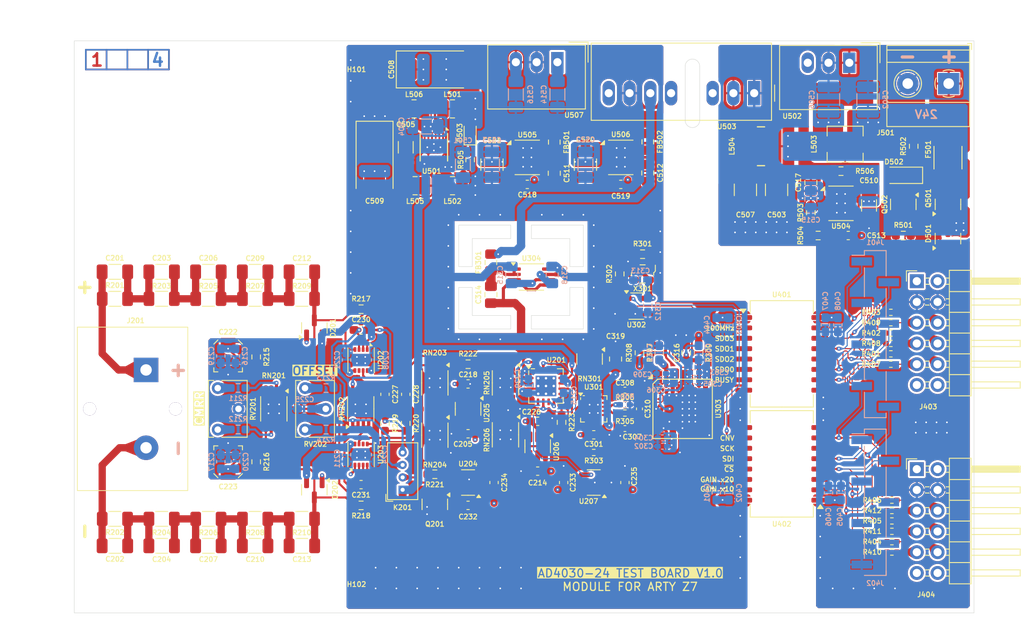
<source format=kicad_pcb>
(kicad_pcb (version 20240108) (generator "pcbnew") (generator_version "8.0")
  (layers (0 "F.Cu" signal) (1 "In1.Cu" signal) (2 "In2.Cu" signal) (31 "B.Cu" signal) (34 "B.Paste" user) (35 "F.Paste" user) (36 "B.SilkS" user "B.Silkscreen") (37 "F.SilkS" user "F.Silkscreen") (38 "B.Mask" user) (39 "F.Mask" user) (44 "Edge.Cuts" user))
  (net 0 "")
  (net 1 "Net-(C201-Pad2)")
  (net 2 "Net-(J201-Pin_1)")
  (net 3 "Net-(C202-Pad2)")
  (net 4 "Net-(J201-Pin_2)")
  (net 5 "Net-(C203-Pad2)")
  (net 6 "Net-(C204-Pad2)")
  (net 7 "GND")
  (net 8 "+5VA")
  (net 9 "Net-(C206-Pad2)")
  (net 10 "Net-(C207-Pad2)")
  (net 11 "Net-(C209-Pad2)")
  (net 12 "Net-(C210-Pad2)")
  (net 13 "Net-(C212-Pad2)")
  (net 14 "Net-(C213-Pad2)")
  (net 15 "-5VA")
  (net 16 "Net-(C225-Pad1)")
  (net 17 "Net-(C227-Pad2)")
  (net 18 "Net-(C227-Pad1)")
  (net 19 "Net-(U203--)")
  (net 20 "Net-(U203-FB)")
  (net 21 "+1V8")
  (net 22 "GNDS")
  (net 23 "VCCQ")
  (net 24 "+9V")
  (net 25 "Net-(D501-K)")
  (net 26 "+5V")
  (net 28 "Net-(D501-A)")
  (net 29 "Net-(D502-K)")
  (net 30 "Net-(Q501-D)")
  (net 31 "Net-(J501-Pin_1)")
  (net 32 "Net-(Q201-C)")
  (net 33 "Net-(Q201-B)")
  (net 34 "Net-(R211-Pad2)")
  (net 35 "Net-(R212-Pad2)")
  (net 36 "Net-(R213-Pad2)")
  (net 37 "Net-(R214-Pad1)")
  (net 38 "Net-(U303-IN+)")
  (net 39 "Net-(U303-IN-)")
  (net 40 "Net-(U203-+)")
  (net 41 "Net-(U202--)")
  (net 42 "Net-(U303-REFIN)")
  (net 43 "Net-(U202-FB)")
  (net 44 "Net-(U304-VIN)")
  (net 45 "Net-(U304-NR)")
  (net 46 "Net-(U303-~{RST})")
  (net 47 "/ADC/V_OUT")
  (net 48 "Net-(X301-Tri-State)")
  (net 49 "Net-(U301-+)")
  (net 50 "Net-(U301--)")
  (net 51 "VDDF")
  (net 53 "Net-(U201-Pad16)")
  (net 62 "/ADC/ADC_SDO1")
  (net 63 "/ADC/ADC_BUSY")
  (net 64 "/ADC/ADC_SDO0")
  (net 65 "/ADC/ADC_SDO3")
  (net 66 "/ADC/ADC_SDI")
  (net 67 "/ADC/ADC_~{CS}")
  (net 68 "/ADC/ADC_SDO2")
  (net 69 "/ADC/ADC_CNV")
  (net 70 "/ADC/ADC_SCK")
  (net 71 "/Isolation/CONN_100MHz")
  (net 72 "/Isolation/CONN_~{CS}")
  (net 73 "+3.3V")
  (net 74 "/Isolation/CONN_SDO0")
  (net 75 "/Isolation/CONN_SDI")
  (net 76 "/Isolation/CONN_BUSY")
  (net 77 "/Isolation/CONN_SDO1")
  (net 78 "/Isolation/CONN_SDO3")
  (net 79 "/Isolation/CONN_SDO2")
  (net 80 "/Isolation/CONN_GAIN_x10")
  (net 81 "/Isolation/CONN_GAIN_x20")
  (net 82 "/Isolation/CONN_SCK")
  (net 83 "/Isolation/CONN_CNV")
  (net 84 "Net-(R211-Pad1)")
  (net 85 "Net-(R212-Pad1)")
  (net 86 "Net-(R222-Pad1)")
  (net 87 "Net-(R222-Pad2)")
  (net 88 "Net-(R223-Pad1)")
  (net 89 "/ADC/CLK_100MHz")
  (net 90 "Net-(X301-OUT)")
  (net 91 "Net-(U202-+)")
  (net 92 "Net-(U204-B)")
  (net 93 "/DIFF/GAIN_x20")
  (net 94 "Net-(RN201-Pad7)")
  (net 95 "Net-(RN201-Pad3)")
  (net 96 "Net-(U205-+)")
  (net 97 "Net-(U205--)")
  (net 98 "Net-(RN203-Pad3)")
  (net 99 "Net-(RN203-Pad1)")
  (net 104 "/DIFF/Gain_x10")
  (net 105 "/ADC/SYNC_CNV")
  (net 112 "VCOM")
  (net 113 "/DIFF/SW_GAIN_x20")
  (net 118 "Net-(U504-BYP)")
  (net 119 "Net-(U501-VPOS)")
  (net 120 "Net-(U501-VNEG)")
  (net 121 "Net-(U502-Vin)")
  (net 122 "Net-(U503-+VIN)")
  (net 123 "Net-(U502-Vout)")
  (net 124 "Net-(U505-~{SHDN})")
  (net 125 "Net-(U506-~{SHDN})")
  (net 126 "Net-(U505-BYP)")
  (net 127 "Net-(U506-BYP)")
  (net 130 "Net-(U501-SWP)")
  (net 131 "Net-(U501-SWN)")
  (net 132 "Net-(U206-+)")
  (net 133 "Net-(R308-Pad2)")
  (net 134 "Net-(U504-SENSE{slash}ADJ)")
  (net 135 "Net-(U206--)")
  (net 136 "Net-(RN205-Pad1)")
  (net 148 "Net-(J403-Pin_10)")
  (net 149 "Net-(J403-Pin_8)")
  (net 151 "Net-(J403-Pin_7)")
  (net 152 "Net-(J403-Pin_9)")
  (net 153 "Net-(J403-Pin_5)")
  (net 155 "Net-(J403-Pin_6)")
  (net 156 "Net-(J404-Pin_10)")
  (net 159 "Net-(J404-Pin_9)")
  (net 160 "Net-(RN206-Pad7)")
  (net 162 "Net-(RN206-Pad5)")
  (net 163 "Net-(RN206-Pad4)")
  (net 167 "Net-(J404-Pin_7)")
  (net 168 "Net-(J404-Pin_8)")
  (net 170 "Net-(J404-Pin_5)")
  (net 171 "Net-(J404-Pin_6)")
  (net 173 "Net-(D503-K)")
  (footprint "Resistor_SMD:R_1206_3216Metric_Pad1.30x1.75mm_HandSolder" (layer "F.Cu") (at 96.393 91.567)
    (property "Reference" "R205")
    (property "Value" "2M/0.1%")
  )
  (footprint "Potentiometer_THT:Potentiometer_Bourns_3266W_Vertical" (layer "F.Cu") (at 97.536 102.489 90)
    (property "Reference" "RV201")
    (property "Value" "3266W-1-101")
  )
  (footprint "Capacitor_SMD:C_1210_3225Metric_Pad1.33x2.70mm_HandSolder" (layer "F.Cu") (at 162.052 78.232 -90)
    (property "Reference" "C507")
    (property "Value" "10u/50V")
  )
  (footprint "Capacitor_SMD:C_1206_3216Metric_Pad1.33x1.80mm_HandSolder" (layer "F.Cu") (at 96.393 88.265)
    (property "Reference" "C206")
    (property "Value" "10p/500V")
  )
  (footprint "Capacitor_SMD:C_1206_3216Metric_Pad1.33x1.80mm_HandSolder" (layer "F.Cu") (at 90.678 88.265)
    (property "Reference" "C203")
    (property "Value" "10p/500V")
  )
  (footprint "Converter_DCDC:Converter_DCDC_TRACO_TMR-xxxx_THT" (layer "F.Cu") (at 163.1235 66.4 180)
    (property "Reference" "U503")
    (property "Value" "TEC3-2419WI")
  )
  (footprint "Capacitor_SMD:C_0603_1608Metric_Pad1.08x0.95mm_HandSolder" (layer "F.Cu") (at 135.382 77.5645 180)
    (property "Reference" "C518")
    (property "Value" "0.01u")
  )
  (footprint "Package_TO_SOT_SMD:SOT-23" (layer "F.Cu") (at 186.817 80.01 90)
    (property "Reference" "Q501")
    (property "Value" "SI5618A")
  )
  (footprint "Resistor_SMD:R_0402_1005Metric_Pad0.72x0.64mm_HandSolder" (layer "F.Cu") (at 179.959 117.475 180)
    (property "Reference" "R412")
    (property "Value" "50")
  )
  (footprint "Resistor_SMD:R_0603_1608Metric_Pad0.98x0.95mm_HandSolder" (layer "F.Cu") (at 173.736 75.946 180)
    (property "Reference" "R506")
    (property "Value" "0")
  )
  (footprint "Resistor_SMD:R_1206_3216Metric_Pad1.30x1.75mm_HandSolder" (layer "F.Cu") (at 96.393 118.491)
    (property "Reference" "R206")
    (property "Value" "2M/0.1%")
  )
  (footprint "Resistor_SMD:R_0603_1608Metric_Pad0.98x0.95mm_HandSolder" (layer "F.Cu") (at 149.098 98.171 -90)
    (property "Reference" "R308")
    (property "Value" "OPT")
  )
  (footprint "Resistor_SMD:R_0402_1005Metric_Pad0.72x0.64mm_HandSolder" (layer "F.Cu") (at 179.832 99.568 180)
    (property "Reference" "R407")
    (property "Value" "50")
  )
  (footprint "Package_TO_SOT_SMD:SOT-23-5_HandSoldering" (layer "F.Cu") (at 148.717 92.456)
    (property "Reference" "U302")
    (property "Value" "SN74AUC1G79DBVR")
  )
  (footprint "Capacitor_SMD:C_0805_2012Metric_Pad1.18x1.45mm_HandSolder" (layer "F.Cu") (at 130.937 91.059 -90)
    (property "Reference" "C314")
    (property "Value" "2u2/25V")
  )
  (footprint "Inductor_SMD:L_0805_2012Metric_Pad1.15x1.40mm_HandSolder" (layer "F.Cu") (at 130.937 87.122 -90)
    (property "Reference" "FB301")
    (property "Value" "FBMJ2125HM330-T")
  )
  (footprint "Package_SO:MSOP-8-1EP_3x3mm_P0.65mm_EP1.73x1.85mm_ThermalVias" (layer "F.Cu") (at 132.715 108.204 -90)
    (property "Reference" "RN206")
    (property "Value" "LT5400-8")
  )
  (footprint "Package_SO:MSOP-8-1EP_3x3mm_P0.65mm_EP1.73x1.85mm_ThermalVias" (layer "F.Cu") (at 104.394 105.029 -90)
    (property "Reference" "RN201")
    (property "Value" "LT5400-1")
  )
  (footprint "Inductor_SMD:L_0805_2012Metric_Pad1.15x1.40mm_HandSolder" (layer "F.Cu") (at 150.114 72.3575 -90)
    (property "Reference" "FB502")
    (property "Value" "FBMJ2125HM330-T")
  )
  (footprint "Relay_THT:Relay_StandexMeder_UMS" (layer "F.Cu") (at 120.142 114.935 90)
    (property "Reference" "K201")
    (property "Value" "UMS05-1A80-75D")
  )
  (footprint "Package_TO_SOT_SMD:SOT-23" (layer "F.Cu") (at 124.079 116.713 -90)
    (property "Reference" "Q201")
    (property "Value" "MMBT3904")
  )
  (footprint "Resistor_SMD:R_0603_1608Metric_Pad0.98x0.95mm_HandSolder" (layer "F.Cu") (at 128.143 99.568)
    (property "Reference" "R222")
    (property "Value" "51")
  )
  (footprint "Capacitor_SMD:C_0603_1608Metric_Pad1.08x0.95mm_HandSolder" (layer "F.Cu") (at 136.652 112.649 180)
    (property "Reference" "C214")
    (property "Value" "0.1u")
  )
  (footprint "Resistor_SMD:R_0603_1608Metric_Pad0.98x0.95mm_HandSolder" (layer "F.Cu") (at 115.062 116.84 180)
    (property "Reference" "R218")
    (property "Value" "510")
  )
  (footprint "Resistor_SMD:R_0402_1005Metric_Pad0.72x0.64mm_HandSolder" (layer "F.Cu") (at 179.832 93.218)
    (property "Reference" "R403")
    (property "Value" "50")
  )
  (footprint "Resistor_SMD:R_0402_1005Metric_Pad0.72x0.64mm_HandSolder" (layer "F.Cu") (at 179.832 94.488 180)
    (property "Reference" "R409")
    (property "Value" "50")
  )
  (footprint "Capacitor_SMD:C_1206_3216Metric_Pad1.33x1.80mm_HandSolder" (layer "F.Cu") (at 177.165 80.137 -90)
    (property "Reference" "C510")
    (property "Value" "10u")
  )
  (footprint "Resistor_SMD:R_0402_1005Metric_Pad0.72x0.64mm_HandSolder" (layer "F.Cu") (at 179.959 116.205)
    (property "Reference" "R406")
    (property "Value" "50")
  )
  (footprint "Capacitor_SMD:C_1206_3216Metric_Pad1.33x1.80mm_HandSolder" (layer "F.Cu") (at 107.823 121.793)
    (property "Reference" "C213")
    (property "Value" "10p/500V")
  )
  (footprint "Capacitor_SMD:C_0805_2012Metric_Pad1.18x1.45mm_HandSolder" (layer "F.Cu") (at 170.053 77.343 90)
    (property "Reference" "C517")
    (property "Value" "1u")
  )
  (footprint "Resistor_SMD:R_0402_1005Metric_Pad0.72x0.64mm_HandSolder" (layer "F.Cu") (at 179.832 95.758)
    (property "Reference" "R402")
    (property "Value" "50")
  )
  (footprint "Resistor_SMD:R_0603_1608Metric_Pad0.98x0.95mm_HandSolder" (layer "F.Cu") (at 151.511 98.171 -90)
    (property "Reference" "R307")
    (property "Value" "100")
  )
  (footprint "Capacitor_SMD:C_0603_1608Metric_Pad1.08x0.95mm_HandSolder" (layer "F.Cu") (at 115.062 114.3 180)
    (property "Reference" "C231")
    (property "Value" "100p")
  )
  (footprint "Resistor_SMD:R_0603_1608Metric_Pad0.98x0.95mm_HandSolder" (layer "F.Cu") (at 156.337 98.171 -90)
    (property "Reference" "R309")
    (property "Value" "10k")
  )
  (footprint "Resistor_SMD:R_0603_1608Metric_Pad0.98x0.95mm_HandSolder" (layer "F.Cu") (at 170.942 83.82)
    (property "Reference" "R504")
    (property "Value" "10k")
  )
  (footprint "Package_TO_SOT_SMD:SOT-23" (layer "F.Cu") (at 109.347 95.123 90)
    (property "Reference" "D201")
    (property "Value" "BAV99")
  )
  (footprint "Capacitor_SMD:C_1210_3225Metric_Pad1.33x2.70mm_HandSolder" (layer "F.Cu") (at 165.862 78.232 -90)
    (property "Reference" "C503")
    (property "Value" "10u/50V")
  )
  (footprint "Resistor_SMD:R_1206_3216Metric_Pad1.30x1.75mm_HandSolder" (layer "F.Cu") (at 107.823 91.567)
    (property "Reference" "R209")
    (property "Value" "2M/0.1%")
  )
  (footprint "Package_TO_SOT_SMD:SOT-23-6" (layer "F.Cu") (at 143.51 114.046 180)
    (property "Reference" "U207")
    (property "Value" "TXB0101DBV")
  )
  (footprint "Capacitor_SMD:C_Trimmer_Voltronics_JR" (layer "F.Cu") (at 98.806 98.552 -90)
    (property "Reference" "C222")
    (property "Value" "JR500")
  )
  (footprint "Capacitor_SMD:C_1210_3225Metric_Pad1.33x2.70mm_HandSolder" (layer "F.Cu") (at 131.064 75.1515 -90)
    (property "Reference" "C521")
    (property "Value" "47u/25V")
  )
  (footprint "Capacitor_SMD:C_1206_3216Metric_Pad1.33x1.80mm_HandSolder" (layer "F.Cu") (at 102.108 121.793)
    (property "Reference" "C210")
    (property "Value" "10p/500V")
  )
  (footprint "Resistor_SMD:R_0402_1005Metric_Pad0.72x0.64mm_HandSolder" (layer "F.Cu") (at 179.959 121.285)
    (property "Reference" "R404")
    (property "Value" "50")
  )
  (footprint "Inductor_SMD:L_TracoPower_TCK-141" (layer "F.Cu") (at 174.244 72.644 180)
    (property "Reference" "L503")
    (property "Value" "TCK-141")
  )
  (footprint "Capacitor_SMD:C_0603_1608Metric_Pad1.08x0.95mm_HandSolder" (layer "F.Cu") (at 115.062 95.377 180)
    (property "Reference" "C230")
    (property "Value" "100p")
  )
  (footprint "Capacitor_SMD:C_0603_1608Metric_Pad1.08x0.95mm_HandSolder" (layer "F.Cu") (at 136.652 106.553)
    (property "Reference" "C226")
    (property "Value" "0.1u")
  )
  (footprint "Capacitor_SMD:C_1206_3216Metric_Pad1.33x1.80mm_HandSolder" (layer "F.Cu") (at 84.963 121.793)
    (property "Reference" "C202")
    (property "Value" "10p/500V")
  )
  (footprint "MountingHole:MountingHole_3.2mm_M3_DIN965" (layer "F.Cu") (at 110 126.5)
    (property "Reference" "H102")
    (property "Value" "MountingHole")
  )
  (footprint "Capacitor_SMD:C_0603_1608Metric_Pad1.08x0.95mm_HandSolder" (layer "F.Cu") (at 128.143 101.981)
    (property "Reference" "C218")
    (property "Value" "0.1u")
  )
  (footprint "TerminalBlock_Phoenix:TerminalBlock_Phoenix_MKDS-1,5-2_1x02_P5.00mm_Horizontal" (layer "F.Cu") (at 186.904 65.227 180)
    (property "Reference" "J501")
    (property "Value" "1715721")
  )
  (footprint "Oscillator:Oscillator_SMD_ECS_2520MV-xxx-xx-4Pin_2.5x2.0mm" (layer "F.Cu") (at 149.479 88.519 -90)
    (property "Reference" "X301")
    (property "Value" "ECS-2520MV-1000-BN-TR")
  )
  (footprint "Resistor_SMD:R_1206_3216Metric_Pad1.30x1.75mm_HandSolder" (layer "F.Cu") (at 102.108 91.567)
    (property "Reference" "R207")
    (property "Value" "2M/0.1%")
  )
  (footprint "Package_TO_SOT_SMD:TSOT-23-6" (layer "F.Cu") (at 128.143 105.029 -90)
    (property "Reference" "U205")
    (property "Value" "LMH6611MK")
  )
  (footprint "Converter_DCDC:Converter_DCDC_TRACO_TSR-1_THT" (layer "F.Cu") (at 174.752 62.6825 180)
    (property "Reference" "U502")
    (property "Value" "TSR_1-2433")
  )
  (footprint "Potentiometer_THT:Potentiometer_Bourns_3266W_Vertical" (layer "F.Cu") (at 108.204 102.489 90)
    (property "Reference" "RV202")
    (property "Value" "3266W-1-103")
  )
  (footprint "Package_TO_SOT_SMD:TSOT-23-6" (layer "F.Cu") (at 136.652 109.601 -90)
    (property "Reference" "U206")
    (property "Value" "LMH6611MK")
  )
  (footprint "Resistor_SMD:R_0603_1608Metric_Pad0.98x0.95mm_HandSolder" (layer "F.Cu") (at 181.356 83.82 180)
    (property "Reference" "R501")
    (property "Value" "100k")
  )
  (footprint "Capacitor_SMD:C_1206_3216Metric_Pad1.33x1.80mm_HandSolder" (layer "F.Cu") (at 120.523 73.025 -90)
    (property "Reference" "C505")
    (property "Value" "10u/25V")
  )
  (footprint "Diode_SMD:D_SOD-123" (layer "F.Cu") (at 181.356 76.454 180)
    (property "Reference" "D502")
    (property "Value" "1N4148W")
  )
  (footprint "Package_SO:MSOP-8-1EP_3x3mm_P0.65mm_EP1.73x1.85mm_ThermalVias" (layer "F.Cu") (at 124.079 101.854 -90)
    (property "Reference" "RN203")
    (property "Value" "LT5400-4")
  )
  (footprint "Resistor_SMD:R_0402_1005Metric_Pad0.72x0.64mm_HandSolder" (layer "F.Cu") (at 179.959 122.555 180)
    (property "Reference" "R410")
    (property "Value" "50")
  )
  (footprint "Resistor_SMD:R_0402_1005Metric_Pad0.72x0.64mm_HandSolder" (layer "F.Cu") (at 143.51 110.363)
    (property "Reference" "R303")
    (property "Value" "DNP")
  )
  (footprint "Resistor_SMD:R_1206_3216Metric_Pad1.30x1.75mm_HandSolder" (layer "F.Cu") (at 102.108 118.491)
    (property "Reference" "R208")
    (property "Value" "2M/0.1%")
  )
  (footprint "Resistor_SMD:R_0603_1608Metric_Pad0.98x0.95mm_HandSolder" (layer "F.Cu") (at 170.053 81.026 -90)
    (property "Reference" "R503")
    (property "Value" "10k5")
  )
  (footprint "Package_DFN_QFN:DFN-12-1EP_3x4mm_P0.5mm_EP1.7x3.3mm" (layer "F.Cu") (at 173.736 79.883)
    (property "Reference" "U504")
    (property "Value" "LT1763CDE-ADJ")
  )
  (footprint "MountingHole:MountingHole_3.2mm_M3_DIN965" (layer "F.Cu") (at 110 63.5)
    (property "Reference" "H101")
    (property "Value" "MountingHole")
  )
  (footprint "Capacitor_SMD:C_0603_1608Metric_Pad1.08x0.95mm_HandSolder" (layer "F.Cu") (at 139.827 114.046 90)
    (property "Reference" "C233")
    (property "Value" "0.1u")
  )
  (footprint "Capacitor_SMD:C_1206_3216Metric_Pad1.33x1.80mm_HandSolder" (layer "F.Cu") (at 84.963 88.265)
    (property "Reference" "C201")
    (property "Value" "10p/500V")
  )
  (footprint "Resistor_SMD:R_1206_3216Metric_Pad1.30x1.75mm_HandSolder" (layer "F.Cu") (at 84.963 118.491)
    (property "Reference" "R202")
    (property "Value" "2M/0.1%")
  )
  (footprint "Resistor_SMD:R_1206_3216Metric_Pad1.30x1.75mm_HandSolder" (layer "F.Cu") (at 107.823 118.491)
    (property "Reference" "R210")
    (property "Value" "2M/0.1%")
  )
  (footprint "Fuse:Fuse_1812_4532Metric_Pad1.30x3.40mm_HandSolder" (layer "F.Cu") (at 186.817 74.295 -90)
    (property "Reference" "F501")
    (property "Value" "1812L075/33DR")
  )
  (footprint "Capacitor_SMD:C_0402_1005Metric_Pad0.74x0.62mm_HandSolder" (layer "F.Cu") (at 147.32 102.743)
    (property "Reference" "C308")
    (property "Value" "560p")
  )
  (footprint "Capacitor_Tantalum_SMD:CP_EIA-7343-43_Kemet-X_Pad2.25x2.55mm_HandSolder" (layer "F.Cu") (at 123.952 63.5)
    (property "Reference" "C508")
    (property "Value" "470u/10V")
  )
  (footprint "Capacitor_Tantalum_SMD:CP_EIA-7343-43_Kemet-X_Pad2.25x2.55mm_HandSolder" (layer "F.Cu") (at 116.713 74.422 -90)
    (property "Reference" "C509")
    (property "Value" "470u/10V")
  )
  (footprint "Resistor_SMD:R_0402_1005Metric_Pad0.72x0.64mm_HandSolder" (layer "F.Cu") (at 147.32 104.521)
    (property "Reference" "R306")
    (property "Value" "33")
  )
  (footprint "Package_SO:SOIC-16W_7.5x12.8mm_P1.27mm" (layer "F.Cu") (at 166.497 111.76 180)
    (property "Reference" "U402")
    (property "Value" "ADuM260N")
  )
  (footprint "Resistor_SMD:R_0603_1608Metric_Pad0.98x0.95mm_HandSolder" (layer "F.Cu") (at 115.062 92.837)
    (property "Reference" "R217")
    (property "Value" "510")
  )
  (footprint "Resistor_SMD:R_0402_1005Metric_Pad0.72x0.64mm_HandSolder" (layer "F.Cu") (at 147.32 105.537)
    (property "Reference" "R305")
    (property "Value" "33")
  )
  (footprint "Resistor_SMD:R_1206_3216Metric_Pad1.30x1.75mm_HandSolder" (layer "F.Cu") (at 90.678 91.562)
    (property "Reference" "R203")
    (property "Value" "2M/0.1%")
  )
  (footprint "Package_TO_SOT_SMD:SOT-23" (layer "F.Cu") (at 181.356 80.01 -90)
    (property "Reference" "Q502")
    (property "Value" "MMBT3904")
  )
  (footprint "AD4030:DPD12_TEX" (layer "F.Cu") (at 123.962 73.019 -90)
    (property "Reference" "U501")
    (property "Value" "TPS65133DPDR")
  )
  (footprint "Converter_DCDC:Converter_DCDC_TRACO_TSR-1_THT" (layer "F.Cu") (at 139.065 62.611 180)
    (property "Reference" "U507")
    (property "Value" "TSR_1-2450")
  )
  (footprint "AD4030:05-08-1797_ADI" (layer "F.Cu") (at 154.375 105.029)
    (property "Reference" "U303")
    (property "Value" "AD4030-24")
  )
  (footprint "Capacitor_SMD:C_1206_3216Metric_Pad1.33x1.80mm_HandSolder" (layer "F.Cu") (at 90.678 121.793)
    (property "Reference" "C204")
    (property "Value" "10p/500V")
  )
  (footprint "Package_TO_SOT_SMD:SOT-23-6" (layer "F.Cu") (at 128.143 114.046 180)
    (property "Reference" "U204")
    (property "Value" "TXB0101DBV")
  )
  (footprint "Resistor_SMD:R_0402_1005Metric_Pad0.72x0.64mm_HandSolder" (layer "F.Cu") (at 179.832 97.028 180)
    (property "Reference" "R408")
    (property "Value" "50")
  )
  (footprint "Capacitor_SMD:C_Trimmer_Voltronics_JR" (layer "F.Cu") (at 98.806 111.506 90)
    (property "Reference" "C223")
    (property "Value" "JR500")
  )
  (footprint "Package_SO:MSOP-8_3x3mm_P0.65mm" (layer "F.Cu") (at 135.89 88.9)
    (property "Reference" "U304")
    (property "Value" "LTC6655BHMS8-4.096")
  )
  (footprint "Package_TO_SOT_SMD:SOT-23" (layer "F.Cu") (at 109.347 114.935 -90)
    (property "Reference" "D202")
    (property "Value" "BAV99")
  )
  (footprint "Capacitor_SMD:C_1206_3216Metric_Pad1.33x1.80mm_HandSolder" (layer "F.Cu") (at 102.108 88.265)
    (property "Reference" "C209")
    (property "Value" "10p/500V")
  )
  (footprint "Resistor_SMD:R_0402_1005Metric_Pad0.72x0.64mm_HandSolder" (layer "F.Cu") (at 179.959 120.015 180)
    (property "Reference" "R411")
    (property "Value" "50")
  )
  (footprint "Package_DFN_QFN:DFN-12-1EP_3x4mm_P0.5mm_EP1.7x3.3mm" (layer "F.Cu") (at 146.812 74.2625)
    (property "Reference" "U506")
    (property "Value" "LT1763IDE-3.3")
  )
  (footprint "Package_DFN_QFN:QFN-16-1EP_4x4mm_P0.65mm_EP2.5x2.5mm_ThermalVias" (layer "F.Cu") (at 137.668 102.235)
    (property "Reference" "U201")
    (property "Value" "ADG1436YCPZ")
  )
  (footprint "Resistor_SMD:R_0603_1608Metric_Pad0.98x0.95mm_HandSolder" (layer "F.Cu") (at 146.685 88.519 -90)
    (property "Reference" "R302")
    (property "Value" "33")
  )
  (footprint "Package_SO:MSOP-8-1EP_3x3mm_P0.65mm_EP1.73x1.85mm_ThermalVias" (layer "F.Cu") (at 124.079 108.253 -90)
    (property "Reference" "RN204")
    (property "Value" "LT5400-4")
  )
  (footprint "Package_SO:MSOP-8-1EP_3x3mm_P0.65mm_EP1.73x1.85mm_ThermalVias" (layer "F.Cu") (at 132.715 101.854 -90)
    (property "Reference" "RN205")
    (property "Value" "LT5400-4")
  )
  (footprint "Package_TO_SOT_SMD:SOT-23" (layer "F.Cu") (at 186.817 84.201 90)
    (property "Reference" "D501")
    (property "Value" "BZX84C10LT1G")
  )
  (footprint "Capacitor_SMD:C_0402_1005Metric_Pad0.74x0.62mm_HandSolder" (layer "F.Cu") (at 149.098 105.029 90)
    (property "Reference" "C310")
    (property "Value" "270p")
  )
  (footprint "Resistor_SMD:R_0603_1608Metric_Pad0.98x0.95mm_HandSolder" (layer "F.Cu") (at 102.235 98.679 -90)
    (property "Reference" "R215")
    (property "Value" "10M")
  )
  (footprint "Inductor_SMD:L_1008_2520Metric_Pad1.43x2.20mm_HandSolder" (layer "F.Cu") (at 126.238 77.724)
    (property "Reference" "L502")
    (property "Value" "1239AS-H-4R7M")
  )
  (footprint "Resistor_SMD:R_0603_1608Metric_Pad0.98x0.95mm_HandSolder" (layer "F.Cu") (at 124.079 113.03)
    (property "Reference" "R221")
    (property "Value" "10k")
  )
  (footprint "LED_SMD:LED_0603_1608Metric" (layer "F.Cu") (at 128.397 71.247 90)
    (property "Reference" "D503")
    (property "Value" "RED")
  )
  (footprint "Resistor_SMD:R_0603_1608Metric_Pad0.98x0.95mm_HandSolder" (layer "F.Cu") (at 128.397 74.549 -90)
    (property "Reference" "R505")
    (property "Value" "680")
  )
  (footprint "Capacitor_SMD:C_0603_1608Metric_Pad1.08x0.95mm_HandSolder" (layer "F.Cu") (at 146.812 77.5645 180)
    (property "Reference" "C519")
    (property "Value" "0.01u")
  )
  (footprint "Package_CSP:LFCSP-8-1EP_3x3mm_P0.5mm_EP1.45x1.74mm" (layer "F.Cu") (at 115.062 99.06 -90)
    (property "Reference" "U202")
    (property "Value" "ADA4817-1ACP")
  )
  (footprint "Capacitor_SMD:C_0603_1608Metric_Pad1.08x0.95mm_HandSolder" (layer "F.Cu") (at 117.983 103.251 90)
    (property "Reference" "C227")
    (property "Value" "470p")
  )
  (footprint "Capacitor_SMD:C_0402_1005Metric_Pad0.74x0.62mm_HandSolder" (layer "F.Cu") (at 147.32 107.442 180)
    (property "Reference" "C307")
    (property "Value" "560p")
  )
  (footprint "Capacitor_SMD:C_0603_1608Metric_Pad1.08x0.95mm_HandSolder" (layer "F.Cu") (at 120.523 103.251 -90)
    (property "Reference" "C228")
    (property "Value" "10n")
  )
  (footprint "Resistor_SMD:R_0402_1005Metric_Pad0.72x0.64mm_HandSolder" (layer "F.Cu") (at 179.832 98.298)
    (property "Reference" "R401")
    (property "Value" "50")
  )
  (footprint "Package_CSP:LFCSP-16-1EP_3x3mm_P0.5mm_EP1.6x1.6mm" (layer "F.Cu") (at 143.51 105.029)
    (property "Reference" "U301")
    (property "Value" "AD8475ACPZ")
  )
  (footprint "Connector_PinHeader_2.54mm:PinHeader_2x06_P2.54mm_Horizontal" (layer "F.Cu") (at 183.007 89.408)
    (property "Reference" "J403")
    (property "Value" "PMOD")
  )
  (footprint "Resistor_SMD:R_0603_1608Metric_Pad0.98x0.95mm_HandSolder" (layer "F.Cu") (at 117.983 106.807 -90)
    (property "Reference" "R219")
    (property "Value" "1k5")
  )
  (footprint "Capacitor_SMD:C_0603_1608Metric_Pad1.08x0.95mm_HandSolder" (layer "F.Cu") (at 147.32 114.046 90)
    (property "Reference" "C235")
    (property "Value" "0.1u")
  )
  (footprint "Capacitor_SMD:C_1206_3216Metric_Pad1.33x1.80mm_HandSolder" (layer "F.Cu") (at 96.393 121.793)
    (property "Reference" "C207")
    (property "Value" "10p/500V")
  )
  (footprint "Capacitor_SMD:C_0805_2012Metric_Pad1.18x1.45mm_HandSolder" (layer "F.Cu") (at 150.114 76.1675 -90)
    (property "Reference" "C512")
    (property "Value" "1u")
  )
  (footprint "Resistor_SMD:R_0603_1608Metric_Pad0.98x0.95mm_HandSolder" (layer "F.Cu") (at 102.235 111.506 -90)
    (property "Reference" "R216")
    (property "Value" "10M")
  )
  (footprint "Capacitor_SMD:C_0603_1608Metric_Pad1.08x0.95mm_HandSolder" (layer "F.Cu") (at 143.51 108.204)
    (property "Reference" "C301")
    (property "Value" "0.1u")
  )
  (footprint "Capacitor_SMD:C_1206_3216Metric_Pad1.33x1.80mm_HandSolder" (layer "F.Cu") (at 107.823 88.265)
    (property "Reference" "C212")
    (property "Value" "10p/500V")
  )
  (footprint "Capacitor_SMD:C_0603_1608Metric_Pad1.08x0.95mm_HandSolder" (layer "F.Cu") (at 128.143 108.077 180)
    (property "Reference" "C205")
    (property "Value" "0.1u")
  )
  (footprint "Capacitor_SMD:C_0603_1608Metric_Pad1.08x0.95mm_HandSolder" (layer "F.Cu") (at 174.625 83.82 180)
    (property "Reference" "C513")
    (property "Value" "0.01u")
  )
  (footprint "Resistor_SMD:R_0603_1608Metric_Pad0.98x0.95mm_HandSolder" (layer "F.Cu") (at 154.813 98.171 90)
    (property "Reference" "C316")
    (property "Value" "1u")
  )
  (footprint "Package_DFN_QFN:DFN-12-1EP_3x4mm_P0.5mm_EP1.7x3.3mm" (layer "F.Cu") (at 135.382 74.2625)
    (property "Reference" "U505")
    (property "Value" "LT1763CDE-1.8")
  )
  (footprint "Resistor_SMD:R_1206_3216Metric_Pad1.30x1.75mm_HandSolder" (layer "F.Cu") (at 90.678 118.491)
    (property "Reference" "R204")
    (property "Value" "2M/0.1%")
  )
  (footprint "Resistor_SMD:R_0603_1608Metric_Pad0.98x0.95mm_HandSolder" (layer "F.Cu") (at 149.479 86.106)
    (property "Reference" "R301")
    (property "Value" "0")
  )
  (footprint "Inductor_SMD:L_1008_2520Metric_Pad1.43x2.20mm_HandSolder" (layer "F.Cu") (at 121.666 77.724 180)
    (property "Reference" "L505")
    (property "Value" "1239AS-H-4R7M")
  )
  (footprint "Capacitor_SMD:C_0805_2012Metric_Pad1.18x1.45mm_HandSolder" (layer "F.Cu") (at 146.177 98.933 90)
    (property "Reference" "C319")
    (property "Value" "10u")
  )
  (footprint "Package_SO:MSOP-8-1EP_3x3mm_P0.65mm_EP1.73x1.85mm_ThermalVias" (layer "F.Cu") (at 115.017 105.029 90)
    (property "Reference" "RN202")
    (property "Value" "LT5400-4")
  )
  (footprint "Capacitor_SMD:C_0603_1608Metric_Pad1.08x0.95mm_HandSolder" (layer "F.Cu") (at 128.143 116.84)
    (property "Reference" "C232")
    (property "Value" "0.1u")
  )
  (footprint "Package_SO:SOIC-16W_7.5x12.8mm_P1.27mm" (layer "F.Cu") (at 166.497 98.298)
    (property "Reference" "U401")
    (property "Value" "ADuM260N")
  )
  (footprint "AD4030:1710072" (layer "F.Cu") (at 87.503 105.029 -90)
    (property "Reference" "J201")
    (property "Value" "1710072")
  )
  (footprint "Capacitor_SMD:C_1210_3225Metric_Pad1.33x2.70mm_HandSolder" (layer "F.Cu") (at 142.494 75.1515 -90)
    (property "Reference" "C520")
    (property "Value" "47u/25V")
  )
  (footprint "Inductor_SMD:L_1008_2520Metric_Pad1.43x2.20mm_HandSolder" (layer "F.Cu") (at 121.539 68.326 180)
    (property "Reference" "L506")
    (property "Value" "1239AS-H-4R7M")
  )
  (footprint "Capacitor_SMD:C_0603_1608Metric_Pad1.08x0.95mm_HandSolder" (layer "F.Cu") (at 131.318 114.046 90)
    (property "Reference" "C234")
    (property "Value" "0.1u")
  )
  (footprint "Capacitor_SMD:C_0805_2012Metric_Pad1.18x1.45mm_HandSolder" (layer "F.Cu") (at 138.684 76.2 -90)
    (property "Reference" "C511")
    (property "Value" "1u")
  )
  (footprint "Resistor_SMD:R_0603_1608Metric_Pad0.98x0.95mm_HandSolder" (layer "F.Cu") (at 182.626 72.898 90)
    (property "Reference" "R502")
    (property "Value" "100k")
  )
  (footprint "Resistor_SMD:R_1206_3216Metric_Pad1.30x1.75mm_HandSolder" (layer "F.Cu") (at 84.963 91.567)
    (property "Reference" "R201")
    (property "Value" "2M/0.1%")
  )
  (footprint "Resistor_SMD:R_0603_1608Metric_Pad0.98x0.95mm_HandSolder" (layer "F.Cu") (at 139.573 106.68 -90)
    (property "Reference" "R223")
    (property "Value" "51")
  )
  (footprint "Resistor_SMD:R_0603_1608Metric_Pad0.98x0.95mm_HandSolder" (layer "F.Cu") (at 120.523 106.807 -90)
    (property "Reference" "R220")
    (property "Value" "120/0.1%")
  )
  (footprint "Package_TO_SOT_SMD:SOT-23" (layer "F.Cu") (at 143.002 98.933 -90)
    (property "Reference" "RN301")
    (property "Value" "MPMT2003AT5")
  )
  (footprint "Package_CSP:LFCSP-8-1EP_3x3mm_P0.5mm_EP1.45x1.74mm" (layer "F.Cu") (at 115.062 110.617 90)
    (property "Reference" "U203")
    (property "Value" "ADA4817-1ACP")
  )
  (footprint "Resistor_SMD:R_0402_1005Metric_Pad0.72x0.64mm_HandSolder" (layer "F.Cu") (at 179.959 118.745)
    (property "Reference" "R405")
    (property "Value" "50")
  )
  (footprint "Inductor_SMD:L_1008_2520Metric_Pad1.43x2.20mm_HandSolder" (layer "F.Cu") (at 126.238 68.326 180)
    (property "Reference" "L501")
    (property "Value" "1239AS-H-4R7M")
  )
  (footprint "AD4030:TCK-133" (layer "F.Cu") (at 163.957 72.898 180)
    (property "Reference" "L504")
    (property "Value" "TCK-133")
  )
  (footprint "Inductor_SMD:L_0805_2012Metric_Pad1.15x1.40mm_HandSolder" (layer "F.Cu") (at 138.684 72.39 -90)
    (property "Reference" "FB501")
    (property "Value" "FBMJ2125HM330-T")
  )
  (footprint "Connector_PinHeader_2.54mm:PinHeader_2x06_P2.54mm_Horizontal" (layer "F.Cu") (at 183.007 112.408)
    (property "Reference" "J404")
    (property "Value" "PMOD")
  )
  (footprint "Capacitor_SMD:C_0603_1608Metric_Pad1.08x0.95mm_HandSolder" (layer "B.Cu") (at 135.509 102.235 90)
    (property "Reference" "C229")
    (property "Value" "0.1u")
  )
  (footprint "Capacitor_SMD:C_0603_1608Metric_Pad1.08x0.95mm_HandSolder" (layer "B.Cu") (at 116.84 99.06 90)
    (property "Reference" "C208")
    (property "Value" "0.1u")
  )
  (footprint "Resistor_SMD:R_0402_1005Metric_Pad0.72x0.64mm_HandSolder" (layer "B.Cu") (at 147.32 104.521)
    (property "Reference" "R304")
    (property "Value" "DNP")
  )
  (footprint "Resistor_SMD:R_0603_1608Metric_Pad0.98x0.95mm_HandSolder" (layer "B.Cu") (at 110.781 102.489 180)
    (property "Reference" "R213")
    (property "Value" "7k5")
  )
  (footprint "Capacitor_SMD:C_1206_3216Metric_Pad1.33x1.80mm_HandSolder" (layer "B.Cu") (at 122.936 70.485 180)
    (property "Reference" "C504")
    (property "Value" "10u/25V")
  )
  (footprint "Capacitor_SMD:C_0402_1005Metric_Pad0.74x0.62mm_HandSolder" (layer "B.Cu") (at 151.765 100.711 180)
    (property "Reference" "C309")
    (property "Value" "0.1u")
  )
  (footprint "Capacitor_SMD:C_0402_1005Metric_Pad0.74x0.62mm_HandSolder" (layer "B.Cu") (at 155.829 101.6 180)
    (property "Reference" "C305")
    (property "Value" "0.1u")
  )
  (footprint "Capacitor_SMD:C_0603_1608Metric_Pad1.08x0.95mm_HandSolder" (layer "B.Cu") (at 116.84 110.617 -90)
    (property "Reference" "C224")
    (property "Value" "0.1u")
  )
  (footprint "Capacitor_SMD:C_0603_1608Metric_Pad1.08x0.95mm_HandSolder" (layer "B.Cu") (at 160.02 115.316 90)
    (property "Reference" "C402")
    (property "Value" "1u")
  )
  (footprint "Capacitor_SMD:C_0603_1608Metric_Pad1.08x0.95mm_HandSolder" (layer "B.Cu") (at 97.917 98.552 -90)
    (property "Reference" "C219")
    (property "Value" "120p")
  )
  (footprint "Capacitor_SMD:C_1206_3216Metric_Pad1.33x1.80mm_HandSolder" (layer "B.Cu") (at 131.064 75.1515 -90)
    (property "Reference" "C523")
    (property "Value" "10u/25V")
  )
  (footprint "Capacitor_SMD:C_0603_1608Metric_Pad1.08x0.95mm_HandSolder" (layer "B.Cu") (at 99.695 98.552 -90)
    (property "Reference" "C216")
    (property "Value" "330p")
  )
  (footprint "Capacitor_SMD:C_0402_1005Metric_Pad0.74x0.62mm_HandSolder" (layer "B.Cu") (at 151.765 101.727 180)
    (property "Reference" "C306")
    (property "Value" "0.1u")
  )
  (footprint "Capacitor_SMD:C_0603_1608Metric_Pad1.08x0.95mm_HandSolder" (layer "B.Cu") (at 173.355 94.742 -90)
    (property "Reference" "C408")
    (property "Value" "1u")
  )
  (footprint "Capacitor_SMD:C_0603_1608Metric_Pad1.08x0.95mm_HandSolder" (layer "B.Cu") (at 139.827 102.235 -90)
    (property "Reference" "C215")
    (property "Value" "0.1u")
  )
  (footprint "Connector_PinHeader_2.54mm:PinHeader_1x07_P2.54mm_Vertical_SMD_Pin1Right" (layer "B.Cu") (at 177.927 116.459 180)
    (property "Reference" "J402")
    (property "Value" "Conn_01x07")
  )
  (footprint "Capacitor_SMD:C_0402_1005Metric_Pad0.74x0.62mm_HandSolder" (layer "B.Cu") (at 151.892 109.601 180)
    (property "Reference" "C302")
    (property "Value" "0.1u")
  )
  (footprint "Capacitor_SMD:C_1210_3225Metric_Pad1.33x2.70mm_HandSolder" (layer "B.Cu") (at 177.038 67.183 90)
    (property "Reference" "C502")
    (property "Value" "10u/50V")
  )
  (footprint "Capacitor_SMD:C_1206_3216Metric_Pad1.33x1.80mm_HandSolder" (layer "B.Cu") (at 127.508 75.184 -90)
    (property "Reference" "C501")
    (property "Value" "10u/25V")
  )
  (footprint "Capacitor_SMD:C_1206_3216Metric_Pad1.33x1.80mm_HandSolder" (layer "B.Cu") (at 142.494 75.1515 -90)
    (property "Reference" "C522")
    (property "Value" "10u/25V")
  )
  (footprint "Capacitor_SMD:C_0603_1608Metric_Pad1.08x0.95mm_HandSolder" (layer "B.Cu") (at 97.917 111.506 -90)
    (property "Reference" "C217")
    (property "Value" "330p")
  )
  (footprint "Capacitor_SMD:C_1206_3216Metric_Pad1.33x1.80mm_HandSolder" (layer "B.Cu") (at 139.065 66.548 -90)
    (property "Reference" "C514")
    (property "Value" "10u/25V")
  )
  (footprint "Capacitor_SMD:C_1210_3225Metric_Pad1.33x2.70mm_HandSolder" (layer "B.Cu") (at 172.212 67.183 90)
    (property "Reference" "C506")
    (property "Value" "10u/50V")
  )
  (footprint "Capacitor_SMD:C_0603_1608Metric_Pad1.08x0.95mm_HandSolder" (layer "B.Cu") (at 150.114 92.329 -90)
    (property "Reference" "C312")
    (property "Value" "0.1u")
  )
  (footprint "Capacitor_SMD:C_0402_1005Metric_Pad0.74x0.62mm_HandSolder" (layer "B.Cu") (at 151.892 108.585 180)
    (property "Reference" "C304")
    (property "Value" "0.1u")
  )
  (footprint "Capacitor_SMD:C_0603_1608Metric_Pad1.08x0.95mm_HandSolder" (layer "B.Cu") (at 158.496 94.742 -90)
    (property "Reference" "C404")
    (property "Value" "1u")
  )
  (footprint "Capacitor_SMD:C_0603_1608Metric_Pad1.08x0.95mm_HandSolder" (layer "B.Cu") (at 171.831 94.742 -90)
    (property "Reference" "C407")
    (property "Value" "0.1u")
  )
  (footprint "Capacitor_SMD:C_0805_2012Metric_Pad1.18x1.45mm_HandSolder" (layer "B.Cu") (at 133.477 88.646 90)
    (property "Reference" "C315")
    (property "Value" "10u")
  )
  (footprint "Capacitor_SMD:C_0603_1608Metric_Pad1.08x0.95mm_HandSolder" (layer "B.Cu") (at 151.511 98.171 -90)
    (property "Reference" "C311")
    (property "Value" "1u")
  )
  (footprint "Capacitor_SMD:C_0603_1608Metric_Pad1.08x0.95mm_HandSolder" (layer "B.Cu") (at 158.496 115.316 90)
    (property "Reference" "C401")
    (property "Value" "0.1u")
  )
  (footprint "Capacitor_SMD:C_0603_1608Metric_Pad1.08x0.95mm_HandSolder" (layer "B.Cu") (at 160.02 94.742 -90)
    (property "Reference" "C403")
    (property "Value" "0.1u")
  )
  (footprint "Connector_PinHeader_2.54mm:PinHeader_1x08_P2.54mm_Vertical_SMD_Pin1Right" (layer "B.Cu") (at 177.927 95.885 180)
    (property "Reference" "J401")
    (property "Value" "Conn_01x08")
  )
  (footprint "Capacitor_SMD:C_0603_1608Metric_Pad1.08x0.95mm_HandSolder" (layer "B.Cu") (at 173.736 115.316 90)
    (property "Reference" "C405")
    (property "Value" "0.1u")
  )
  (footprint "Capacitor_SMD:C_0603_1608Metric_Pad1.08x0.95mm_HandSolder" (layer "B.Cu") (at 113.284 99.06 90)
    (property "Reference" "C221")
    (property "Value" "0.1u")
  )
  (footprint "Resistor_SMD:R_0603_1608Metric_Pad0.98x0.95mm_HandSolder" (layer "B.Cu") (at 100.031 102.474 180)
    (property "Reference" "R211")
    (property "Value" "91/.1%")
  )
  (footprint "Capacitor_SMD:C_0805_2012Metric_Pad1.18x1.45mm_HandSolder" (layer "B.Cu") (at 138.43 88.646 90)
    (property "Reference" "C318")
    (property "Value" "10u")
  )
  (footprint "Resistor_SMD:R_0603_1608Metric_Pad0.98x0.95mm_HandSolder" (layer "B.Cu") (at 100.031 107.554)
    (property "Reference" "R212")
    (property "Value" "91/.1%")
  )
  (footprint "Capacitor_SMD:C_0603_1608Metric_Pad1.08x0.95mm_HandSolder" (layer "B.Cu") (at 99.695 111.506 -90)
    (property "Reference" "C220")
    (property "Value" "120p")
  )
  (footprint "Capacitor_SMD:C_0603_1608Metric_Pad1.08x0.95mm_HandSolder" (layer "B.Cu") (at 172.212 115.316 90)
    (property "Reference" "C406")
    (property "Value" "1u")
  )
  (footprint "Capacitor_SMD:C_0603_1608Metric_Pad1.08x0.95mm_HandSolder" (layer "B.Cu") (at 149.225 89.281 180)
    (property "Reference" "C313")
    (property "Value" "0.1u")
  )
  (footprint "Capacitor_SMD:C_0603_1608Metric_Pad1.08x0.95mm_HandSolder" (layer "B.Cu") (at 108.159 105.029 180)
    (property "Reference" "C225")
    (property "Value" "100n")
  )
  (footprint "Capacitor_SMD:C_0603_1608Metric_Pad1.08x0.95mm_HandSolder" (layer "B.Cu") (at 156.337 98.171 90)
    (property "Reference" "C317")
    (property "Value" "2n7")
  )
  (footprint "Resistor_SMD:R_0603_1608Metric_Pad0.98x0.95mm_HandSolder" (layer "B.Cu") (at 110.781 107.569)
    (property "Reference" "R214")
    (property "Value" "7k5")
  )
  (footprint "Capacitor_SMD:C_0603_1608Metric_Pad1.08x0.95mm_HandSolder" (layer "B.Cu") (at 113.284 110.617 -90)
    (property "Reference" "C211")
    (property "Value" "0.1u")
  )
  (footprint "Capacitor_SMD:C_1206_3216Metric_Pad1.33x1.80mm_HandSolder" (layer "B.Cu") (at 133.985 66.548 -90)
    (property "Reference" "C516")
    (property "Value" "10u/25V")
  )
  (footprint "Capacitor_SMD:C_0805_2012Metric_Pad1.18x1.45mm_HandSolder" (layer "B.Cu") (at 170.053 79.375 -90)
    (property "Reference" "C515")
    (property "Value" "2u2")
  )
  (footprint "Capacitor_SMD:C_0402_1005Metric_Pad0.74x0.62mm_HandSolder" (layer "B.Cu") (at 155.829 100.584 180)
    (property "Reference" "C303")
    (property "Value" "0.1u")
  )
  (gr_line (start 89.027 63.5) (end 89.027 61.087) (stroke (width 0.2)) (layer "F.Cu"))
  (gr_line (start 91.567 63.5) (end 81.407 63.5) (stroke (width 0.2)) (layer "F.Cu"))
  (gr_line (start 81.407 63.5) (end 81.407 61.087) (stroke (width 0.2)) (layer "F.Cu"))
  (gr_line (start 86.487 61.087) (end 86.487 63.5) (stroke (width 0.2)) (layer "F.Cu"))
  (gr_line (start 91.567 61.087) (end 91.567 63.5) (stroke (width 0.2)) (layer "F.Cu"))
  (gr_line (start 91.567 61.087) (end 81.407 61.087) (stroke (width 0.2)) (layer "F.Cu"))
  (gr_line (start 83.947 61.087) (end 83.947 63.5) (stroke (width 0.2)) (layer "F.Cu"))
  (gr_line (start 86.487 61.087) (end 86.487 63.5) (stroke (width 0.2)) (layer "B.Cu"))
  (gr_line (start 91.567 63.5) (end 81.407 63.5) (stroke (width 0.2)) (layer "B.Cu"))
  (gr_line (start 89.027 63.5) (end 89.027 61.087) (stroke (width 0.2)) (layer "B.Cu"))
  (gr_line (start 91.567 61.087) (end 91.567 63.5) (stroke (width 0.2)) (layer "B.Cu"))
  (gr_line (start 83.947 61.087) (end 83.947 63.5) (stroke (width 0.2)) (layer "B.Cu"))
  (gr_line (start 81.407 63.5) (end 81.407 61.087) (stroke (width 0.2)) (layer "B.Cu"))
  (gr_line (start 91.567 61.087) (end 81.407 61.087) (stroke (width 0.2)) (layer "B.Cu"))
  (gr_line (start 186.944 61.341) (end 186.944 62.611) (stroke (width 0.4)) (layer "B.SilkS"))
  (gr_line (start 92.075 100.33) (end 93.345 100.33) (stroke (width 0.4)) (layer "B.SilkS"))
  (gr_line (start 182.499 61.976) (end 181.229 61.976) (stroke (width 0.4)) (layer "B.SilkS"))
  (gr_line (start 92.71 109.22) (end 92.71 110.49) (stroke (width 0.4)) (layer "B.SilkS"))
  (gr_line (start 92.71 99.695) (end 92.71 100.965) (stroke (width 0.4)) (layer "B.SilkS"))
  (gr_line (start 187.579 61.976) (end 186.309 61.976) (stroke (width 0.4)) (layer "B.SilkS"))
  (gr_line (start 80.645 90.17) (end 81.915 90.17) (stroke (width 0.4)) (layer "F.SilkS"))
  (gr_line (start 81.28 90.805) (end 81.28 89.535) (stroke (width 0.4)) (layer "F.SilkS"))
  (gr_line (start 81.28 120.65) (end 81.28 119.38) (stroke (width 0.4)) (layer "F.SilkS"))
  (gr_line (start 133.35 82.55) (end 133.35 84.201) (stroke (width 0.05)) (layer "Edge.Cuts"))
  (gr_line (start 127 95.25) (end 133.35 95.25) (stroke (width 0.05)) (layer "Edge.Cuts"))
  (gr_line (start 135.89 93.599) (end 140.589 93.599) (stroke (width 0.05)) (layer "Edge.Cuts"))
  (gr_line (start 135.89 84.201) (end 140.589 84.201) (stroke (width 0.05)) (layer "Edge.Cuts"))
  (gr_arc (start 156.464 69.723) (mid 155.575 70.612) (end 154.686 69.723) (stroke (width 0.05)) (layer "Edge.Cuts"))
  (gr_line (start 140.589 93.599) (end 140.589 90.17) (stroke (width 0.05)) (layer "Edge.Cuts"))
  (gr_rect (start 80 60) (end 190 130) (stroke (width 0.05)) (fill none) (layer "Edge.Cuts"))
  (gr_line (start 128.651 84.201) (end 128.651 87.63) (stroke (width 0.05)) (layer "Edge.Cuts"))
  (gr_line (start 133.35 95.25) (end 133.35 93.599) (stroke (width 0.05)) (layer "Edge.Cuts"))
  (gr_line (start 142.24 90.17) (end 142.24 95.25) (stroke (width 0.05)) (layer "Edge.Cuts"))
  (gr_line (start 128.651 93.599) (end 128.651 90.17) (stroke (width 0.05)) (layer "Edge.Cuts"))
  (gr_line (start 135.89 82.55) (end 135.89 84.201) (stroke (width 0.05)) (layer "Edge.Cuts"))
  (gr_line (start 128.651 90.17) (end 127 90.17) (stroke (width 0.05)) (layer "Edge.Cuts"))
  (gr_line (start 127 90.17) (end 127 95.25) (stroke (width 0.05)) (layer "Edge.Cuts"))
  (gr_line (start 142.24 95.25) (end 135.89 95.25) (stroke (width 0.05)) (layer "Edge.Cuts"))
  (gr_line (start 142.24 82.55) (end 135.89 82.55) (stroke (width 0.05)) (layer "Edge.Cuts"))
  (gr_arc (start 154.686 63.119) (mid 155.575 62.23) (end 156.464 63.119) (stroke (width 0.05)) (layer "Edge.Cuts"))
  (gr_line (start 127 87.63) (end 127 82.55) (stroke (width 0.05)) (layer "Edge.Cuts"))
  (gr_line (start 127 82.55) (end 133.35 82.55) (stroke (width 0.05)) (layer "Edge.Cuts"))
  (gr_line (start 140.589 87.63) (end 142.24 87.63) (stroke (width 0.05)) (layer "Edge.Cuts"))
  (gr_line (start 140.589 84.201) (end 140.589 87.63) (stroke (width 0.05)) (layer "Edge.Cuts"))
  (gr_line (start 142.24 87.63) (end 142.24 82.55) (stroke (width 0.05)) (layer "Edge.Cuts"))
  (gr_line (start 140.589 90.17) (end 142.24 90.17) (stroke (width 0.05)) (layer "Edge.Cuts"))
  (gr_line (start 128.651 87.63) (end 127 87.63) (stroke (width 0.05)) (layer "Edge.Cuts"))
  (gr_line (start 133.35 84.201) (end 128.651 84.201) (stroke (width 0.05)) (layer "Edge.Cuts"))
  (gr_line (start 133.35 93.599) (end 128.651 93.599) (stroke (width 0.05)) (layer "Edge.Cuts"))
  (gr_line (start 156.464 69.723) (end 156.464 63.119) (stroke (width 0.05)) (layer "Edge.Cuts"))
  (gr_line (start 154.686 63.119) (end 154.686 69.723) (stroke (width 0.05)) (layer "Edge.Cuts"))
  (gr_line (start 135.89 95.25) (end 135.89 93.599) (stroke (width 0.05)) (layer "Edge.Cuts"))
  (gr_text "1" (at 81.8642 63.2206 0) (layer "F.Cu") (effects (font (size 1.5 1.5) (thickness 0.3) (bold yes)) (justify left bottom)))
  (gr_text "4" (at 89.281 63.246 0) (layer "B.Cu") (effects (font (size 1.5 1.5) (thickness 0.3) (bold yes)) (justify left bottom)))
  (gr_text "24V" (at 185.674 69.596 0) (layer "B.SilkS") (effects (font (size 1 1) (thickness 0.2) (bold yes)) (justify left bottom mirror)))
  (gr_text "SDO1" (at 158.242 98.044 0) (layer "F.SilkS") (effects (font (size 0.6 0.6) (thickness 0.12) (bold yes)) (justify left bottom)))
  (gr_text "OFFSET" (at 106.553 100.965 0) (layer "F.SilkS" knockout) (effects (font (size 1 1) (thickness 0.2) (bold yes)) (justify left bottom)))
  (gr_text "SDO2" (at 158.242 99.314 0) (layer "F.SilkS") (effects (font (size 0.6 0.6) (thickness 0.12) (bold yes)) (justify left bottom)))
  (gr_text "SDO0" (at 158.242 100.584 0) (layer "F.SilkS") (effects (font (size 0.6 0.6) (thickness 0.12) (bold yes)) (justify left bottom)))
  (gr_text "SDI" (at 159.131 111.506 0) (layer "F.SilkS") (effects (font (size 0.6 0.6) (thickness 0.12) (bold yes)) (justify left bottom)))
  (gr_text "BUSY" (at 158.242 101.854 0) (layer "F.SilkS") (effects (font (size 0.6 0.6) (thickness 0.12) (bold yes)) (justify left bottom)))
  (gr_text "CMRR" (at 95.885 107.188 90) (layer "F.SilkS" knockout) (effects (font (size 1 1) (thickness 0.2) (bold yes)) (justify left bottom)))
  (gr_text "MODULE FOR ARTY Z7 " (at 148.336 127.381 0) (layer "F.SilkS") (effects (font (size 1 1)) (justify bottom)))
  (gr_text "AD4030-24 TEST BOARD V1.0" (at 136.5758 125.73 0) (layer "F.SilkS" knockout) (effects (font (size 1 1)) (justify left bottom)))
  (gr_text "~{CS}" (at 159.385 112.776 0) (layer "F.SilkS") (effects (font (size 0.6 0.6) (thickness 0.12) (bold yes)) (justify left bottom)))
  (gr_text "SDO3" (at 158.242 96.774 0) (layer "F.SilkS") (effects (font (size 0.6 0.6) (thickness 0.12) (bold yes)) (justify left bottom)))
  (gr_text "CNV" (at 158.877 108.966 0) (layer "F.SilkS") (effects (font (size 0.6 0.6) (thickness 0.12) (bold yes)) (justify left bottom)))
  (gr_text "GAIN x20" (at 156.464 114.046 0) (layer "F.SilkS") (effects (font (size 0.6 0.6) (thickness 0.12) (bold yes)) (justify left bottom)))
  (gr_text "100MHz" (at 157.099 95.504 0) (layer "F.SilkS") (effects (font (size 0.6 0.6) (thickness 0.12) (bold yes)) (justify left bottom)))
  (gr_text "SCK" (at 158.877 110.236 0) (layer "F.SilkS") (effects (font (size 0.6 0.6) (thickness 0.12) (bold yes)) (justify left bottom)))
  (gr_text "GAIN x10" (at 156.464 115.189 0) (layer "F.SilkS") (effects (font (size 0.6 0.6) (thickness 0.12) (bold yes)) (justify left bottom)))
  (segment (start 89.1155 88.265) (end 89.1155 91.5495) (width 0.889) (layer "F.Cu") (net 1))
  (segment (start 89.123 91.567) (end 89.128 91.562) (width 0.889) (layer "F.Cu") (net 1))
  (segment (start 86.5255 88.265) (end 86.5255 91.5545) (width 0.889) (layer "F.Cu") (net 1))
  (segment (start 86.513 91.567) (end 89.123 91.567) (width 0.889) (layer "F.Cu") (net 1))
  (segment (start 86.5255 91.5545) (end 86.513 91.567) (width 0.889) (layer "F.Cu") (net 1))
  (segment (start 89.1155 91.5495) (end 89.128 91.562) (width 0.889) (layer "F.Cu") (net 1))
  (segment (start 85.41 100.269) (end 83.413 98.272) (width 0.889) (layer "F.Cu") (net 2))
  (segment (start 83.413 98.272) (end 83.413 91.567) (width 0.889) (layer "F.Cu") (net 2))
  (segment (start 88.773 100.269) (end 85.41 100.269) (width 0.889) (layer "F.Cu") (net 2))
  (segment (start 83.4005 91.5545) (end 83.413 91.567) (width 0.889) (layer "F.Cu") (net 2))
  (segment (start 83.4005 88.265) (end 83.4005 91.5545) (width 0.889) (layer "F.Cu") (net 2))
  (segment (start 89.1155 118.5035) (end 89.128 118.491) (width 0.889) (layer "F.Cu") (net 3))
  (segment (start 86.5255 118.5035) (end 86.513 118.491) (width 0.889) (layer "F.Cu") (net 3))
  (segment (start 89.1155 121.793) (end 89.1155 118.5035) (width 0.889) (layer "F.Cu") (net 3))
  (segment (start 86.513 118.491) (end 89.128 118.491) (width 0.889) (layer "F.Cu") (net 3))
  (segment (start 86.5255 121.793) (end 86.5255 118.5035) (width 0.889) (layer "F.Cu") (net 3))
  (segment (start 83.4005 118.5035) (end 83.413 118.491) (width 0.889) (layer "F.Cu") (net 4))
  (segment (start 83.4005 121.793) (end 83.4005 118.5035) (width 0.889) (layer "F.Cu") (net 4))
  (segment (start 85.537 109.789) (end 83.413 111.913) (width 0.889) (layer "F.Cu") (net 4))
  (segment (start 83.413 111.913) (end 83.413 118.491) (width 0.889) (layer "F.Cu") (net 4))
  (segment (start 88.773 109.789) (end 85.537 109.789) (width 0.889) (layer "F.Cu") (net 4))
  (segment (start 94.8305 91.5545) (end 94.843 91.567) (width 0.889) (layer "F.Cu") (net 5))
  (segment (start 92.2405 91.5495) (end 92.228 91.562) (width 0.889) (layer "F.Cu") (net 5))
  (segment (start 94.8305 88.265) (end 94.8305 91.5545) (width 0.889) (layer "F.Cu") (net 5))
  (segment (start 92.2405 88.265) (end 92.2405 91.5495) (width 0.889) (layer "F.Cu") (net 5))
  (segment (start 94.838 91.562) (end 94.843 91.567) (width 0.889) (layer "F.Cu") (net 5))
  (segment (start 92.228 91.562) (end 94.838 91.562) (width 0.889) (layer "F.Cu") (net 5))
  (segment (start 94.8305 121.793) (end 94.8305 118.5035) (width 0.889) (layer "F.Cu") (net 6))
  (segment (start 92.2405 118.5035) (end 92.228 118.491) (width 0.889) (layer "F.Cu") (net 6))
  (segment (start 94.8305 118.5035) (end 94.843 118.491) (width 0.889) (layer "F.Cu") (net 6))
  (segment (start 92.228 118.491) (end 94.843 118.491) (width 0.889) (layer "F.Cu") (net 6))
  (segment (start 92.2405 121.793) (end 92.2405 118.5035) (width 0.889) (layer "F.Cu") (net 6))
  (segment (start 154.794 104.629) (end 154.775 104.629) (width 0.127) (layer "F.Cu") (net 7))
  (segment (start 134.62 92.837) (end 134.62 96.266) (width 1.016) (layer "F.Cu") (net 7))
  (segment (start 139.065 87.757) (end 138.897 87.925) (width 0.381) (layer "F.Cu") (net 7))
  (segment (start 136.947 89.875) (end 136.398 90.424) (width 0.381) (layer "F.Cu") (net 7))
  (segment (start 124.637 72.344) (end 123.962 73.019) (width 0.127) (layer "F.Cu") (net 7))
  (segment (start 123.287 72.344) (end 123.962 73.019) (width 0.127) (layer "F.Cu") (net 7))
  (segment (start 133.7775 89.225) (end 133.7775 89.875) (width 0.381) (layer "F.Cu") (net 7))
  (segment (start 143.76 104.779) (end 143.51 105.029) (width 0.254) (layer "F.Cu") (net 7))
  (segment (start 133.8795 92.0965) (end 134.62 92.837) (width 1.016) (layer "F.Cu") (net 7))
  (segment (start 144.26 103.5915) (end 143.76 103.5915) (width 0.254) (layer "F.Cu") (net 7))
  (segment (start 136.398 90.424) (end 135.382 90.424) (width 0.381) (layer "F.Cu") (net 7))
  (segment (start 135.382 105.029) (end 134.493 105.029) (width 0.254) (layer "F.Cu") (net 7))
  (segment (start 134.833 89.875) (end 133.7775 89.875) (width 0.381) (layer "F.Cu") (net 7))
  (segment (start 123.736999 72.793999) (end 123.962 73.019) (width 0.254) (layer "F.Cu") (net 7))
  (segment (start 149.733 101.6) (end 150.946 101.6) (width 0.127) (layer "F.Cu") (net 7))
  (segment (start 143.26 105.279) (end 143.51 105.029) (width 0.254) (layer "F.Cu") (net 7))
  (segment (start 143.76 103.5915) (end 143.76 104.779) (width 0.254) (layer "F.Cu") (net 7))
  (segment (start 123.287 73.694) (end 123.962 73.019) (width 0.127) (layer "F.Cu") (net 7))
  (segment (start 143.26 103.5915) (end 143.26 104.263) (width 0.254) (layer "F.Cu") (net 7))
  (segment (start 127.4005 77.724) (end 129.032 77.724) (width 0.127) (layer "F.Cu") (net 7))
  (segment (start 124.637 71.5712) (end 124.637 72.344) (width 0.127) (layer "F.Cu") (net 7))
  (segment (start 123.736999 71.5712) (end 123.736999 72.393999) (width 0.127) (layer "F.Cu") (net 7))
  (segment (start 123.287 71.5712) (end 123.287 72.344) (width 0.127) (layer "F.Cu") (net 7))
  (segment (start 98.806 109.806) (end 98.806 109.22) (width 0.889) (layer "F.Cu") (net 7))
  (segment (start 143.26 104.263) (end 143.002 104.521) (width 0.254) (layer "F.Cu") (net 7))
  (segment (start 132.883 89.875) (end 132.461 90.297) (width 0.381) (layer "F.Cu") (net 7))
  (segment (start 132.461 92.0965) (end 133.8795 92.0965) (width 1.016) (layer "F.Cu") (net 7))
  (segment (start 148.262 75.5125) (end 147.427 75.5125) (width 0.254) (layer "F.Cu") (net 7))
  (segment (start 133.04 105.19111) (end 133.04 106.0415) (width 0.127) (layer "F.Cu") (net 7))
  (segment (start 128.651 114.046) (end 128.27 113.665) (width 0.508) (layer "F.Cu") (net 7))
  (segment (start 98.806 100.252) (end 98.806 100.838) (width 0.889) (layer "F.Cu") (net 7))
  (segment (start 129.0055 101.981) (end 128.397 101.981) (width 0.127) (layer "F.Cu") (net 7))
  (segment (start 138.0025 89.875) (end 136.947 89.875) (width 0.381) (layer "F.Cu") (net 7))
  (segment (start 153.975 107.829) (end 153.975 109.0678) (width 0.254) (layer "F.Cu") (net 7))
  (segment (start 147.427 75.5125) (end 147.32 75.4055) (width 0.254) (layer "F.Cu") (net 7))
  (segment (start 138.897 87.925) (end 138.0025 87.925) (width 0.381) (layer "F.Cu") (net 7))
  (segment (start 135.7305 103.21) (end 135.7305 104.6805) (width 0.254) (layer "F.Cu") (net 7))
  (segment (start 123.736999 72.393999) (end 123.962 72.619) (width 0.127) (layer "F.Cu") (net 7))
  (segment (start 130.937 92.0965) (end 132.461 92.0965) (width 1.016) (layer "F.Cu") (net 7))
  (segment (start 133.7775 89.875) (end 132.883 89.875) (width 0.381) (layer "F.Cu") (net 7))
  (segment (start 146.7525 108.331) (end 146.7525 107.442) (width 0.254) (layer "F.Cu") (net 7))
  (segment (start 129.2805 114.046) (end 128.651 114.046) (width 0.508) (layer "F.Cu") (net 7))
  (segment (start 135.7305 104.6805) (end 135.382 105.029) (width 0.254) (layer "F.Cu") (net 7))
  (segment (start 135.382 90.424) (end 134.833 89.875) (width 0.381) (layer "F.Cu") (net 7))
  (segment (start 135.997 75.5125) (end 135.89 75.4055) (width 0.254) (layer "F.Cu") (net 7))
  (segment (start 142.0725 105.279) (end 143.26 105.279) (width 0.254) (layer "F.Cu") (net 7))
  (segment (start 123.287 74.4668) (end 123.287 73.694) (width 0.127) (layer "F.Cu") (net 7))
  (segment (start 132.461 90.297) (end 132.461 92.0965) (width 0.381) (layer "F.Cu") (net 7))
  (segment (start 150.946 101.6) (end 151.575 102.229) (width 0.127) (layer "F.Cu") (net 7))
  (segment (start 136.832 75.5125) (end 135.997 75.5125) (width 0.254) (layer "F.Cu") (net 7))
  (via (at 146.304 74.2625) (size 0.5) (drill 0.2) (layers "F.Cu" "B.Cu") (net 7))
  (via (at 134.874 74.2625) (size 0.5) (drill 0.2) (layers "F.Cu" "B.Cu") (net 7))
  (via (at 125.73 85.09) (size 0.5) (drill 0.2) (layers "F.Cu" "B.Cu") (net 7))
  (via (at 115.57 99.441) (size 0.5) (drill 0.2) (layers "F.Cu" "B.Cu") (net 7))
  (via (at 125.73 87.63) (size 0.5) (drill 0.2) (layers "F.Cu" "B.Cu") (net 7))
  (via (at 116.713 69.215) (size 0.5) (drill 0.2) (layers "F.Cu" "B.Cu") (net 7))
  (via (at 155.9306 104.2162) (size 0.5) (drill 0.2) (layers "F.Cu" "B.Cu") (net 7))
  (via (at 155.9306 106.6038) (size 0.5) (drill 0.2) (layers "F.Cu" "B.Cu") (net 7))
  (via (at 135.89 75.4055) (size 0.5) (drill 0.2) (layers "F.Cu" "B.Cu") (net 7))
  (via (at 128.397 101.981) (size 0.5) (drill 0.2) (layers "F.Cu" "B.Cu") (net 7))
  (via (at 125.73 82.55) (size 0.5) (drill 0.2) (layers "F.Cu" "B.Cu") (net 7))
  (via (at 127 96.52) (size 0.5) (drill 0.2) (layers "F.Cu" "B.Cu") (net 7))
  (via (at 144.018 104.521) (size 0.5) (drill 0.2) (layers "F.Cu" "B.Cu") (net 7))
  (via (at 113.792 83.312) (size 0.5) (drill 0.2) (layers "F.Cu" "B.Cu") (net 7))
  (via (at 126.111 108.077) (size 0.5) (drill 0.2) (layers "F.Cu" "B.Cu") (net 7))
  (via (at 154.3558 107.3912) (size 0.5) (drill 0.2) (layers "F.Cu" "B.Cu") (net 7))
  (via (at 117.983 69.215) (size 0.5) (drill 0.2) (layers "F.Cu" "B.Cu") (net 7))
  (via (at 133.04 105.19111) (size 0.5) (drill 0.2) (layers "F.Cu" "B.Cu") (net 7))
  (via (at 132.08 96.52) (size 0.5) (drill 0.2) (layers "F.Cu" "B.Cu") (net 7))
  (via (at 139.065 87.757) (size 0.5) (drill 0.2) (layers "F.Cu" "B.Cu") (net 7))
  (via (at 155.1686 103.4034) (size 0.5) (drill 0.2) (layers "F.Cu" "B.Cu") (net 7))
  (via (at 114.554 98.679) (size 0.5) (drill 0.2) (layers "F.Cu" "B.Cu") (net 7))
  (via (at 143.51 92.71) (size 0.5) (drill 0.2) (layers "F.Cu" "B.Cu") (net 7))
  (via (at 154.3558 104.2162) (size 0.5) (drill 0.2) (layers "F.Cu" "B.Cu") (net 7))
  (via (at 154.3558 106.6038) (size 0.5) (drill 0.2) (layers "F.Cu" "B.Cu") (net 7))
  (via (at 146.304 75.4055) (size 0.5) (drill 0.2) (layers "F.Cu" "B.Cu") (net 7))
  (via (at 139.827 104.267) (size 0.5) (drill 0.2) (layers "F.Cu" "B.Cu") (net 7))
  (via (at 146.177 96.774) (size 0.5) (drill 0.2) (layers "F.Cu" "B.Cu") (net 7))
  (via (at 125.476 64.77) (size 0.5) (drill 0.2) (layers "F.Cu" "B.Cu") (net 7))
  (via (at 113.792 62.357) (size 0.5) (drill 0.2) (layers "F.Cu" "B.Cu") (net 7))
  (via (at 143.51 85.09) (size 0.5) (drill 0.2) (layers "F.Cu" "B.Cu") (net 7))
  (via (at 147.32 73.1195) (size 0.5) (drill 0.2) (layers "F.Cu" "B.Cu") (net 7))
  (via (at 152.7302 103.4034) (size 0.5) (drill 0.2) (layers "F.Cu" "B.Cu") (net 7))
  (via (at 114.554 99.441) (size 0.5) (drill 0.2) (layers "F.Cu" "B.Cu") (net 7))
  (via (at 129.54 124.46) (size 0.5) (drill 0.2) (layers "F.Cu" "B.Cu") (net 7))
  (via (at 134.62 127) (size 0.5) (drill 0.2) (layers "F.Cu" "B.Cu") (net 7))
  (via (at 119.38 127) (size 0.5) (drill 0.2) (layers "F.Cu" "B.Cu") (net 7))
  (via (at 124.46 124.46) (size 0.5) (drill 0.2) (layers "F.Cu" "B.Cu") (net 7))
  (via (at 134.62 112.649) (size 0.5) (drill 0.2) (layers "F.Cu" "B.Cu") (net 7))
  (via (at 154.051 110.363) (size 0.5) (drill 0.2) (layers "F.Cu" "B.Cu") (net 7))
  (via (at 143.637 114.046) (size 0.5) (drill 0.2) (layers "F.Cu" "B.Cu") (net 7))
  (via (at 138.43 106.172) (size 0.5) (drill 0.2) (layers "F.Cu" "B.Cu") (net 7))
  (via (at 153.543 96.012) (size 0.5) (drill 0.2) (layers "F.Cu" "B.Cu") (net 7))
  (via (at 129.032 78.867) (size 0.5) (drill 0.2) (layers "F.Cu" "B.Cu") (net 7))
  (via (at 129.032 77.724) (size 0.5) (drill 0.2) (layers "F.Cu" "B.Cu") (net 7))
  (via (at 113.792 88.392) (size 0.5) (drill 0.2) (layers "F.Cu" "B.Cu") (net 7))
  (via (at 146.304 73.1195) (size 0.5) (drill 0.2) (layers "F.Cu" "B.Cu") (net 7))
  (via (at 113.792 67.437) (size 0.5) (drill 0.2) (layers "F.Cu" "B.Cu") (net 7))
  (via (at 139.7 96.52) (size 0.5) (drill 0.2) (layers "F.Cu" "B.Cu") (net 7))
  (via (at 137.16 96.52) (size 0.5) (drill 0.2) (layers "F.Cu" "B.Cu") (net 7))
  (via (at 155.9306 105.8164) (size 0.5) (drill 0.2) (layers "F.Cu" "B.Cu") (net 7))
  (via (at 154.3558 105.8164) (size 0.5) (drill 0.2) (layers "F.Cu" "B.Cu") (net 7))
  (via (at 154.94 101.092) (size 0.5) (drill 0.2) (layers "F.Cu" "B.Cu") (net 7))
  (via (at 151.638 88.392) (size 0.5) (drill 0.2) (layers "F.Cu" "B.Cu") (net 7))
  (via (at 135.89 74.2625) (size 0.5) (drill 0.2) (layers "F.Cu" "B.Cu") (net 7))
  (via (at 114.554 110.236) (size 0.5) (drill 0.2) (layers "F.Cu" "B.Cu") (net 7))
  (via (at 145.415 108.204) (size 0.5) (drill 0.2) (layers "F.Cu" "B.Cu") (net 7))
  (via (at 137.16 81.28) (size 0.5) (drill 0.2) (layers "F.Cu" "B.Cu") (net 7))
  (via (at 146.116 93.406) (size 0.5) (drill 0.2) (layers "F.Cu" "B.Cu") (net 7))
  (via (at 144.018 105.537) (size 0.5) (drill 0.2) (layers "F.Cu" "B.Cu") (net 7))
  (via (at 129.54 127) (size 0.5) (drill 0.2) (layers "F.Cu" "B.Cu") (net 7))
  (via (at 139.7 81.28) (size 0.5) (drill 0.2) (layers "F.Cu" "B.Cu") (net 7))
  (via (at 113.792 64.897) (size 0.5) (drill 0.2) (layers "F.Cu" "B.Cu") (net 7))
  (via (at 155.1686 106.6038) (size 0.5) (drill 0.2) (layers "F.Cu" "B.Cu") (net 7))
  (via (at 155.1686 105.029) (size 0.5) (drill 0.2) (layers "F.Cu" "B.Cu") (net 7))
  (via (at 153.6192 103.4034) (size 0.5) (drill 0.2) (layers "F.Cu" "B.Cu") (net 7))
  (via (at 143.51 82.55) (size 0.5) (drill 0.2) (layers "F.Cu" "B.Cu") (net 7))
  (via (at 129.54 81.28) (size 0.5) (drill 0.2) (layers "F.Cu" "B.Cu") (net 7))
  (via (at 123.129 117.028) (size 0.5) (drill 0.2) (layers "F.Cu" "B.Cu") (net 7))
  (via (at 125.73 92.71) (size 0.5) (drill 0.2) (layers "F.Cu" "B.Cu") (net 7))
  (via (at 134.62 124.46) (size 0.5) (drill 0.2) (layers "F.Cu" "B.Cu") (net 7))
  (via (at 125.73 95.25) (size 0.5) (drill 0.2) (layers "F.Cu" "B.Cu") (net 7))
  (via (at 154.3558 103.4034) (size 0.5) (drill 0.2) (layers "F.Cu" "B.Cu") (net 7))
  (via (at 125.73 90.17) (size 0.5) (drill 0.2) (layers "F.Cu" "B.Cu") (net 7))
  (via (at 123.129 117.917) (size 0.5) (drill 0.2) (layers "F.Cu" "B.Cu") (net 7))
  (via (at 161.417 105.029) (size 0.5) (drill 0.2) (layers "F.Cu" "B.Cu") (net 7))
  (via (at 119.38 124.46) (size 0.5) (drill 0.2) (layers "F.Cu" "B.Cu") (net 7))
  (via (at 121.92 127) (size 0.5) (drill 0.2) (layers "F.Cu" "B.Cu") (net 7))
  (via (at 149.733 101.6) (size 0.5) (drill 0.2) (layers "F.Cu" "B.Cu") (net 7))
  (via (at 121.92 124.46) (size 0.5) (drill 0.2) (layers "F.Cu" "B.Cu") (net 7))
  (via (at 145.669 114.046) (size 0.5) (drill 0.2) (layers "F.Cu" "B.Cu") (net 7))
  (via (at 154.813 96.012) (size 0.5) (drill 0.2) (layers "F.Cu" "B.Cu") (net 7))
  (via (at 126.0365 110.4155) (size 0.5) (drill 0.2) (layers "F.Cu" "B.Cu") (net 7))
  (via (at 113.792 90.932) (size 0.5) (drill 0.2) (layers "F.Cu" "B.Cu") (net 7))
  (via (at 151.638 80.772) (size 0.5) (drill 0.2) (layers "F.Cu" "B.Cu") (net 7))
  (via (at 147.32 74.2625) (size 0.5) (drill 0.2) (layers "F.Cu" "B.Cu") (net 7))
  (via (at 113.792 85.852) (size 0.5) (drill 0.2) (layers "F.Cu" "B.Cu") (net 7))
  (via (at 155.9306 103.4034) (size 0.5) (drill 0.2) (layers "F.Cu" "B.Cu") (net 7))
  (via (at 98.806 100.838) (size 0.5) (drill 0.2) (layers "F.Cu" "B.Cu") (net 7))
  (via (at 132.08 127) (size 0.5) (drill 0.2) (layers "F.Cu" "B.Cu") (net 7))
  (via (at 143.51 95.25) (size 0.5) (drill 0.2) (layers "F.Cu" "B.Cu") (net 7))
  (via (at 139.827 112.014) (size 0.5) (drill 0.2) (layers "F.Cu" "B.Cu") (net 7))
  (via (at 151.638 83.312) (size 0.5) (drill 0.2) (layers "F.Cu" "B.Cu") (net 7))
  (via (at 135.89 73.1195) (size 0.5) (drill 0.2) (layers "F.Cu" "B.Cu") (net 7))
  (via (at 115.57 110.998) (size 0.5) (drill 0.2) (layers "F.Cu" "B.Cu") (net 7))
  (via (at 127 81.28) (size 0.5) (drill 0.2) (layers "F.Cu" "B.Cu") (net 7))
  (via (at 134.493 105.029) (size 0.5) (drill 0.2) (layers "F.Cu" "B.Cu") (net 7))
  (via (at 152.7556 106.6038) (size 0.5) (drill 0.2) (layers "F.Cu" "B.Cu") (net 7))
  (via (at 146.7525 108.331) (size 0.5) (drill 0.2) (layers "F.Cu" "B.Cu") (net 7))
  (via (at 152.0444 107.3912) (size 0.5) (drill 0.2) (layers "F.Cu" "B.Cu") (net 7))
  (via (at 148.59 93.406) (size 0.5) (drill 0.2) (layers "F.Cu" "B.Cu") (net 7))
  (via (at 129.032 76.581) (size 0.5) (drill 0.2) (layers "F.Cu" "B.Cu") (net 7))
  (via (at 116.84 127) (size 0.5) (drill 0.2) (layers "F.Cu" "B.Cu") (net 7))
  (via (at 161.417 125.73) (size 0.5) (drill 0.2) (layers "F.Cu" "B.Cu") (net 7))
  (via (at 132.08 81.28) (size 0.5) (drill 0.2) (layers "F.Cu" "B.Cu") (net 7))
  (via (at 125.476 63.5) (size 0.5) (drill 0.2) (layers "F.Cu" "B.Cu") (net 7))
  (via (at 129.54 96.52) (size 0.5) (drill 0.2) (layers "F.Cu" "B.Cu") (net 7))
  (via (at 147.32 75.4055) (size 0.5) (drill 0.2) (layers "F.Cu" "B.Cu") (net 7))
  (via (at 134.874 73.1195) (size 0.5) (drill 0.2) (layers "F.Cu" "B.Cu") (net 7))
  (via (at 98.806 109.22) (size 0.5) (drill 0.2) (layers "F.Cu" "B.Cu") (net 7))
  (via (at 125.476 62.23) (size 0.5) (drill 0.2) (layers "F.Cu" "B.Cu") (net 7))
  (via (at 132.08 124.46) (size 0.5) (drill 0.2) (layers "F.Cu" "B.Cu") (net 7))
  (via (at 157.6324 108.2548) (size 0.5) (drill 0.2) (layers "F.Cu" "B.Cu") (net 7))
  (via (at 115.443 69.215) (size 0.5) (drill 0.2) (layers "F.Cu" "B.Cu") (net 7))
  (via (at 128.27 113.665) (size 0.5) (drill 0.2) (layers "F.Cu" "B.Cu") (net 7))
  (via (at 135.0645 100.3935) (size 0.5) (drill 0.2) (layers "F.Cu" "B.Cu") (net 7))
  (via (at 134.874 75.4055) (size 0.5) (drill 0.2) (layers "F.Cu" "B.Cu") (net 7))
  (via (at 124.46 127) (size 0.5) (drill 0.2) (layers "F.Cu" "B.Cu") (net 7))
  (via (at 155.1686 104.2162) (size 0.5) (drill 0.2) (layers "F.Cu" "B.Cu") (net 7))
  (via (at 147.701 86.995) (size 0.5) (drill 0.2) (layers "F.Cu" "B.Cu") (net 7))
  (via (at 161.417 103.632) (size 0.5) (drill 0.2) (layers "F.Cu" "B.Cu") (net 7))
  (via (at 114.554 110.998) (size 0.5) (drill 0.2) (layers "F.Cu" "B.Cu") (net 7))
  (via (at 143.002 105.537) (size 0.5) (drill 0.2) (layers "F.Cu" "B.Cu") (net 7))
  (via (at 155.1686 105.8164) (size 0.5) (drill 0.2) (layers "F.Cu" "B.Cu") (net 7))
  (via (at 115.57 98.679) (size 0.5) (drill 0.2) (layers "F.Cu" "B.Cu") (net 7))
  (via (at 154.3558 105.029) (size 0.5) (drill 0.2) (layers "F.Cu" "B.Cu") (net 7))
  (via (at 155.9306 105.029) (size 0.5) (drill 0.2) (layers "F.Cu" "B.Cu") (net 7))
  (via (at 161.417 106.426) (size 0.5) (drill 0.2) (layers "F.Cu" "B.Cu") (net 7))
  (via (at 127 124.46) (size 0.5) (drill 0.2) (layers "F.Cu" "B.Cu") (net 7))
  (via (at 147.32 112.014) (size 0.5) (drill 0.2) (layers "F.Cu" "B.Cu") (net 7))
  (via (at 115.57 110.236) (size 0.5) (drill 0.2) (layers "F.Cu" "B.Cu") (net 7))
  (via (at 161.417 123.19) (size 0.5) (drill 0.2) (layers "F.Cu" "B.Cu") (net 7))
  (via (at 161.417 120.65) (size 0.5) (drill 0.2) (layers "F.Cu" "B.Cu") (net 7))
  (via (at 116.84 124.46) (size 0.5) (drill 0.2) (layers "F.Cu" "B.Cu") (net 7))
  (via (at 161.417 118.11) (size 0.5) (drill 0.2) (layers "F.Cu" "B.Cu") (net 7))
  (via (at 151.638 85.852) (size 0.5) (drill 0.2) (layers "F.Cu" "B.Cu") (net 7))
  (via (at 142.24 96.52) (size 0.5) (drill 0.2) (layers "F.Cu" "B.Cu") (net 7))
  (via (at 127 127) (size 0.5) (drill 0.2) (layers "F.Cu" "B.Cu") (net 7))
  (via (at 151.13 105.029) (size 0.5) (drill 0.2) (layers "F.Cu" "B.Cu") (net 7))
  (via (at 143.51 90.17) (size 0.5) (drill 0.2) (layers "F.Cu" "B.Cu") (net 7))
  (via (at 113.792 80.772) (size 0.5) (drill 0.2) (layers "F.Cu" "B.Cu") (net 7))
  (via (at 142.24 81.28) (size 0.5) (drill 0.2) (layers "F.Cu" "B.Cu") (net 7))
  (via (at 143.002 104.521) (size 0.5) (drill 0.2) (layers "F.Cu" "B.Cu") (net 7))
  (via (at 143.51 87.63) (size 0.5) (drill 0.2) (layers "F.Cu" "B.Cu") (net 7))
  (segment (start 131.2125 87.6085) (end 129.921 88.9) (width 1.016) (layer "B.Cu") (net 7))
  (segment (start 155.2615 100.584) (end 155.2615 101.092) (width 0.127) (layer "B.Cu") (net 7))
  (segment (start 138.43 87.6085) (end 138.9165 87.6085) (width 1.016) (layer "B.Cu") (net 7))
  (segment (start 129.921 88.9) (end 125.857 88.9) (width 1.016) (layer "B.Cu") (net 7))
  (segment (start 139.065 87.757) (end 138.9165 87.6085) (width 1.016) (layer "B.Cu") (net 7))
  (segment (start 133.477 87.6085) (end 131.2125 87.6085) (width 1.016) (layer "B.Cu") (net 7))
  (segment (start 140.208 88.9) (end 143.383 88.9) (width 1.016) (layer "B.Cu") (net 7))
  (segment (start 138.9165 87.6085) (end 140.208 88.9) (width 1.016) (layer "B.Cu") (net 7))
  (segment (start 155.2615 101.092) (end 154.94 101.092) (width 0.127) (layer "B.Cu") (net 7))
  (segment (start 137.5145 112.649) (end 138.303 112.649) (width 0.889) (layer "F.Cu") (net 8))
  (segment (start 110.297 97.028) (end 110.297 96.0605) (width 0.508) (layer "F.Cu") (net 8))
  (segment (start 143.76 106.4665) (end 144.26 106.4665) (width 0.254) (layer "F.Cu") (net 8))
  (segment (start 129.093 107.9895) (end 129.0055 108.077) (width 0.508) (layer "F.Cu") (net 8))
  (segment (start 137.602 112.5615) (end 137.5145 112.649) (width 0.508) (layer "F.Cu") (net 8))
  (segment (start 142.6475 108.204) (end 141.859 108.204) (width 0.635) (layer "F.Cu") (net 8))
  (segment (start 137.602 110.7385) (end 137.602 112.5615) (width 0.508) (layer "F.Cu") (net 8))
  (segment (start 129.0055 108.8125) (end 129.0055 108.077) (width 0.508) (layer "F.Cu") (net 8))
  (segment (start 142.6475 108.1775) (end 142.6475 108.204) (width 0.254) (layer "F.Cu") (net 8))
  (segment (start 142.6475 108.4315) (end 142.6475 108.204) (width 0.254) (layer "F.Cu") (net 8))
  (segment (start 129.093 106.1665) (end 129.093 107.9895) (width 0.508) (layer "F.Cu") (net 8))
  (segment (start 115.812 100.3475) (end 116.3145 100.3475) (width 0.254) (layer "F.Cu") (net 8))
  (segment (start 136.652 110.7385) (end 137.602 110.7385) (width 0.508) (layer "F.Cu") (net 8))
  (segment (start 114.312 111.9045) (end 114.312 112.51) (width 0.254) (layer "F.Cu") (net 8))
  (segment (start 114.312 109.3295) (end 113.7745 109.3295) (width 0.254) (layer "F.Cu") (net 8))
  (segment (start 129.0055 108.077) (end 129.0055 108.8005) (width 0.635) (layer "F.Cu") (net 8))
  (segment (start 114.312 112.51) (end 113.792 113.03) (width 0.254) (layer "F.Cu") (net 8))
  (segment (start 116.332722 96.219513) (end 115.812 96.740235) (width 0.254) (layer "F.Cu") (net 8))
  (segment (start 115.812 96.740235) (end 115.812 97.7725) (width 0.254) (layer "F.Cu") (net 8))
  (segment (start 140.335 101.91) (end 139.6055 101.91) (width 0.254) (layer "F.Cu") (net 8))
  (segment (start 143.26 106.4665) (end 143.76 106.4665) (width 0.254) (layer "F.Cu") (net 8))
  (segment (start 129.093 106.1665) (end 128.143 106.1665) (width 0.508) (layer "F.Cu") (net 8))
  (segment (start 143.26 107.565) (end 142.6475 108.1775) (width 0.254) (layer "F.Cu") (net 8))
  (segment (start 143.26 106.4665) (end 143.26 107.565) (width 0.254) (layer "F.Cu") (net 8))
  (segment (start 108.397 113.157) (end 108.397 113.9975) (width 0.508) (layer "F.Cu") (net 8))
  (via (at 116.3145 100.3475) (size 0.5) (drill 0.2) (layers "F.Cu" "B.Cu") (net 8))
  (via (at 116.332722 96.219513) (size 0.5) (drill 0.2) (layers "F.Cu" "B.Cu") (net 8))
  (via (at 153.416 101.1428) (size 0.5) (drill 0.2) (layers "F.Cu" "B.Cu") (net 8))
  (via (at 113.7745 109.3295) (size 0.5) (drill 0.2) (layers "F.Cu" "B.Cu") (net 8))
  (via (at 122.682 64.77) (size 0.5) (drill 0.2) (layers "F.Cu" "B.Cu") (net 8))
  (via (at 129.0055 108.8125) (size 0.5) (drill 0.2) (layers "F.Cu" "B.Cu") (net 8))
  (via (at 153.416 100.457) (size 0.5) (drill 0.2) (layers "F.Cu" "B.Cu") (net 8))
  (via (at 138.303 112.649) (size 0.5) (drill 0.2) (layers "F.Cu" "B.Cu") (net 8))
  (via (at 122.682 63.5) (size 0.5) (drill 0.2) (layers "F.Cu" "B.Cu") (net 8))
  (via (at 113.792 113.03) (size 0.5) (drill 0.2) (layers "F.Cu" "B.Cu") (net 8))
  (via (at 110.297 97.028) (size 0.5) (drill 0.2) (layers "F.Cu" "B.Cu") (net 8))
  (via (at 141.859 108.204) (size 0.5) (drill 0.2) (layers "F.Cu" "B.Cu") (net 8))
  (via (at 108.397 113.157) (size 0.5) (drill 0.2) (layers "F.Cu" "B.Cu") (net 8))
  (via (at 140.335 101.91) (size 0.5) (drill 0.2) (layers "F.Cu" "B.Cu") (net 8))
  (via (at 122.682 62.23) (size 0.5) (drill 0.2) (layers "F.Cu" "B.Cu") (net 8))
  (segment (start 112.522 95.631) (end 110.617 95.631) (width 0.889) (layer "B.Cu") (net 8))
  (segment (start 108.397 113.157) (end 108.397 111.313) (width 0.889) (layer "B.Cu") (net 8))
  (segment (start 140.335 101.91) (end 140.335 101.8805) (width 0.889) (layer "B.Cu") (net 8))
  (segment (start 111.6935 102.1685) (end 111.6935 102.489) (width 0.889) (layer "B.Cu") (net 8))
  (segment (start 113.284 109.7545) (end 113.3495 109.7545) (width 0.889) (layer "B.Cu") (net 8))
  (segment (start 113.3495 109.7545) (end 113.7745 109.3295) (width 0.889) (layer "B.Cu") (net 8))
  (segment (start 109.9555 109.7545) (end 113.284 109.7545) (width 0.889) (layer "B.Cu") (net 8))
  (segment (start 116.84 99.9225) (end 116.7395 99.9225) (width 0.889) (layer "B.Cu") (net 8))
  (segment (start 115.57 94.234) (end 113.919 94.234) (width 0.889) (layer "B.Cu") (net 8))
  (segment (start 110.236 100.711) (end 111.6935 102.1685) (width 0.889) (layer "B.Cu") (net 8))
  (segment (start 110.236 96.012) (end 110.236 96.967) (width 0.889) (layer "B.Cu") (net 8))
  (segment (start 116.332722 96.219513) (end 116.332722 94.996722) (width 0.889) (layer "B.Cu") (net 8))
  (segment (start 116.332722 94.996722) (end 115.57 94.234) (width 0.889) (layer "B.Cu") (net 8))
  (segment (start 110.236 97.089) (end 110.236 100.711) (width 0.889) (layer "B.Cu") (net 8))
  (segment (start 108.397 111.313) (end 109.9555 109.7545) (width 0.889) (layer "B.Cu") (net 8))
  (segment (start 110.617 95.631) (end 110.236 96.012) (width 0.889) (layer "B.Cu") (net 8))
  (segment (start 116.7395 99.9225) (end 116.3145 100.3475) (width 0.889) (layer "B.Cu") (net 8))
  (segment (start 113.919 94.234) (end 112.522 95.631) (width 0.889) (layer "B.Cu") (net 8))
  (segment (start 140.335 101.8805) (end 139.827 101.3725) (width 0.889) (layer "B.Cu") (net 8))
  (segment (start 100.5455 88.265) (end 100.5455 91.5545) (width 0.889) (layer "F.Cu") (net 9))
  (segment (start 97.9555 91.5545) (end 97.943 91.567) (width 0.889) (layer "F.Cu") (net 9))
  (segment (start 97.9555 88.265) (end 97.9555 91.5545) (width 0.889) (layer "F.Cu") (net 9))
  (segment (start 97.943 91.567) (end 100.558 91.567) (width 0.889) (layer "F.Cu") (net 9))
  (segment (start 100.5455 91.5545) (end 100.558 91.567) (width 0.889) (layer "F.Cu") (net 9))
  (segment (start 97.943 118.491) (end 100.558 118.491) (width 0.889) (layer "F.Cu") (net 10))
  (segment (start 100.5455 118.5035) (end 100.558 118.491) (width 0.889) (layer "F.Cu") (net 10))
  (segment (start 97.9555 121.793) (end 97.9555 118.5035) (width 0.889) (layer "F.Cu") (net 10))
  (segment (start 100.5455 121.793) (end 100.5455 118.5035) (width 0.889) (layer "F.Cu") (net 10))
  (segment (start 97.9555 118.5035) (end 97.943 118.491) (width 0.889) (layer "F.Cu") (net 10))
  (segment (start 106.2605 88.265) (end 106.2605 91.5545) (width 0.889) (layer "F.Cu") (net 11))
  (segment (start 103.6705 91.5545) (end 103.658 91.567) (width 0.889) (layer "F.Cu") (net 11))
  (segment (start 106.2605 91.5545) (end 106.273 91.567) (width 0.889) (layer "F.Cu") (net 11))
  (segment (start 103.6705 88.265) (end 103.6705 91.5545) (width 0.889) (layer "F.Cu") (net 11))
  (segment (start 103.658 91.567) (end 106.273 91.567) (width 0.889) (layer "F.Cu") (net 11))
  (segment (start 106.2605 121.793) (end 106.2605 118.5035) (width 0.889) (layer "F.Cu") (net 12))
  (segment (start 103.6705 118.5035) (end 103.658 118.491) (width 0.889) (layer "F.Cu") (net 12))
  (segment (start 103.6705 121.793) (end 103.6705 118.5035) (width 0.889) (layer "F.Cu") (net 12))
  (segment (start 106.2605 118.5035) (end 106.273 118.491) (width 0.889) (layer "F.Cu") (net 12))
  (segment (start 103.658 118.491) (end 106.273 118.491) (width 0.889) (layer "F.Cu") (net 12))
  (segment (start 109.347 94.1855) (end 112.8245 94.1855) (width 0.254) (layer "F.Cu") (net 13))
  (segment (start 108.6085 97.7665) (end 102.235 97.7665) (width 0.254) (layer "F.Cu") (net 13))
  (segment (start 112.8245 94.1855) (end 114.1495 92.8605) (width 0.254) (layer "F.Cu") (net 13))
  (segment (start 102.235 97.7665) (end 101.4495 97.7665) (width 0.254) (layer "F.Cu") (net 13))
  (segment (start 101.4495 97.7665) (end 100.535 96.852) (width 0.254) (layer "F.Cu") (net 13))
  (segment (start 114.1495 92.8605) (end 114.1495 92.837) (width 0.254) (layer "F.Cu") (net 13))
  (segment (start 98.806 97.663) (end 98.806 96.852) (width 0.889) (layer "F.Cu") (net 13))
  (segment (start 105.369 101.559) (end 105.369 102.8665) (width 0.254) (layer "F.Cu") (net 13))
  (segment (start 98.806 97.663) (end 102.108 100.965) (width 0.254) (layer "F.Cu") (net 13))
  (segment (start 104.775 100.965) (end 105.369 101.559) (width 0.254) (layer "F.Cu") (net 13))
  (segment (start 109.347 94.1855) (end 109.347 91.593) (width 0.508) (layer "F.Cu") (net 13))
  (segment (start 109.347 94.1855) (end 109.347 97.028) (width 0.254) (layer "F.Cu") (net 13))
  (segment (start 109.3855 88.265) (end 109.3855 91.5545) (width 0.889) (layer "F.Cu") (net 13))
  (segment (start 109.3855 91.5545) (end 109.373 91.567) (width 0.889) (layer "F.Cu") (net 13))
  (segment (start 102.108 100.965) (end 104.775 100.965) (width 0.254) (layer "F.Cu") (net 13))
  (segment (start 100.535 96.852) (end 98.806 96.852) (width 0.254) (layer "F.Cu") (net 13))
  (segment (start 109.347 91.593) (end 109.373 91.567) (width 0.508) (layer "F.Cu") (net 13))
  (segment (start 109.347 97.028) (end 108.6085 97.7665) (width 0.254) (layer "F.Cu") (net 13))
  (via (at 98.806 97.663) (size 0.5) (drill 0.2) (layers "F.Cu" "B.Cu") (net 13))
  (segment (start 99.695 97.6895) (end 98.8325 97.6895) (width 0.889) (layer "B.Cu") (net 13))
  (segment (start 98.7795 97.6895) (end 97.917 97.6895) (width 0.889) (layer "B.Cu") (net 13))
  (segment (start 103.419 108.671) (end 102.87 109.22) (width 0.254) (layer "F.Cu") (net 14))
  (segment (start 109.3855 118.5035) (end 109.373 118.491) (width 0.889) (layer "F.Cu") (net 14))
  (segment (start 113.182 115.8725) (end 109.347 115.8725) (width 0.254) (layer "F.Cu") (net 14))
  (segment (start 109.347 115.8725) (end 109.347 112.903) (width 0.254) (layer "F.Cu") (net 14))
  (segment (start 98.806 112.395) (end 98.806 113.206) (width 0.889) (layer "F.Cu") (net 14))
  (segment (start 108.8625 112.4185) (end 102.235 112.4185) (width 0.254) (layer "F.Cu") (net 14))
  (segment (start 102.87 109.22) (end 101.981 109.22) (width 0.254) (layer "F.Cu") (net 14))
  (segment (start 100.535 113.206) (end 98.806 113.206) (width 0.254) (layer "F.Cu") (net 14))
  (segment (start 101.3225 112.4185) (end 100.535 113.206) (width 0.254) (layer "F.Cu") (net 14))
  (segment (start 114.1495 116.84) (end 113.182 115.8725) (width 0.254) (layer "F.Cu") (net 14))
  (segment (start 109.347 115.8725) (end 109.347 118.465) (width 0.508) (layer "F.Cu") (net 14))
  (segment (start 109.347 112.903) (end 108.8625 112.4185) (width 0.254) (layer "F.Cu") (net 14))
  (segment (start 101.981 109.22) (end 98.806 112.395) (width 0.254) (layer "F.Cu") (net 14))
  (segment (start 109.3855 121.793) (end 109.3855 118.5035) (width 0.889) (layer "F.Cu") (net 14))
  (segment (start 102.235 112.4185) (end 101.3225 112.4185) (width 0.254) (layer "F.Cu") (net 14))
  (segment (start 103.419 107.1915) (end 103.419 108.671) (width 0.254) (layer "F.Cu") (net 14))
  (segment (start 109.347 118.465) (end 109.373 118.491) (width 0.508) (layer "F.Cu") (net 14))
  (via (at 98.806 112.395) (size 0.5) (drill 0.2) (layers "F.Cu" "B.Cu") (net 14))
  (segment (start 98.7795 112.3685) (end 97.917 112.3685) (width 0.889) (layer "B.Cu") (net 14))
  (segment (start 99.695 112.3685) (end 98.8325 112.3685) (width 0.889) (layer "B.Cu") (net 14))
  (segment (start 136.652 108.4635) (end 136.652 107.4155) (width 0.508) (layer "F.Cu") (net 15))
  (segment (start 114.312 100.3475) (end 113.9015 100.3475) (width 0.254) (layer "F.Cu") (net 15))
  (segment (start 135.057 102.56) (end 134.747 102.87) (width 0.254) (layer "F.Cu") (net 15))
  (segment (start 127.2805 102.0075) (end 127.2805 101.981) (width 0.508) (layer "F.Cu") (net 15))
  (segment (start 127.2805 101.981) (end 126.492 101.981) (width 0.508) (layer "F.Cu") (net 15))
  (segment (start 135.7305 102.56) (end 135.057 102.56) (width 0.254) (layer "F.Cu") (net 15))
  (segment (start 128.143 102.87) (end 127.2805 102.0075) (width 0.508) (layer "F.Cu") (net 15))
  (segment (start 110.297 113.157) (end 110.297 113.9975) (width 0.508) (layer "F.Cu") (net 15))
  (segment (start 137.343 102.56) (end 137.668 102.235) (width 0.254) (layer "F.Cu") (net 15))
  (segment (start 136.652 107.4155) (end 135.7895 106.553) (width 0.508) (layer "F.Cu") (net 15))
  (segment (start 108.397 96.901) (end 108.397 96.0605) (width 0.508) (layer "F.Cu") (net 15))
  (segment (start 135.7305 102.56) (end 137.343 102.56) (width 0.254) (layer "F.Cu") (net 15))
  (segment (start 116.7305 109.3295) (end 115.812 109.3295) (width 0.254) (layer "F.Cu") (net 15))
  (segment (start 135.7895 106.553) (end 135.128 106.553) (width 0.635) (layer "F.Cu") (net 15))
  (segment (start 128.143 103.8915) (end 128.143 102.87) (width 0.508) (layer "F.Cu") (net 15))
  (segment (start 113.9015 100.3475) (end 113.665 100.584) (width 0.254) (layer "F.Cu") (net 15))
  (segment (start 116.84 109.22) (end 116.7305 109.3295) (width 0.254) (layer "F.Cu") (net 15))
  (via (at 135.128 106.553) (size 0.5) (drill 0.2) (layers "F.Cu" "B.Cu") (net 15))
  (via (at 116.84 109.22) (size 0.5) (drill 0.2) (layers "F.Cu" "B.Cu") (net 15))
  (via (at 117.983 75.946) (size 0.5) (drill 0.2) (layers "F.Cu" "B.Cu") (net 15))
  (via (at 116.713 75.946) (size 0.5) (drill 0.2) (layers "F.Cu" "B.Cu") (net 15))
  (via (at 108.397 96.901) (size 0.5) (drill 0.2) (layers "F.Cu" "B.Cu") (net 15))
  (via (at 110.297 113.157) (size 0.5) (drill 0.2) (layers "F.Cu" "B.Cu") (net 15))
  (via (at 115.443 75.946) (size 0.5) (drill 0.2) (layers "F.Cu" "B.Cu") (net 15))
  (via (at 113.665 100.584) (size 0.5) (drill 0.2) (layers "F.Cu" "B.Cu") (net 15))
  (via (at 126.492 101.981) (size 0.5) (drill 0.2) (layers "F.Cu" "B.Cu") (net 15))
  (via (at 134.747 102.87) (size 0.5) (drill 0.2) (layers "F.Cu" "B.Cu") (net 15))
  (segment (start 116.84 109.7545) (end 116.84 108.331) (width 0.889) (layer "B.Cu") (net 15))
  (segment (start 116.84 108.331) (end 116.078 107.569) (width 0.889) (layer "B.Cu") (net 15))
  (segment (start 116.078 107.569) (end 111.6935 107.569) (width 0.889) (layer "B.Cu") (net 15))
  (segment (start 135.509 103.0975) (end 136.8055 103.0975) (width 0.635) (layer "B.Cu") (net 15))
  (segment (start 135.509 103.0975) (end 134.9745 103.0975) (width 0.889) (layer "B.Cu") (net 15))
  (segment (start 134.9745 103.0975) (end 134.8105 102.9335) (width 0.889) (layer "B.Cu") (net 15))
  (segment (start 136.8055 103.0975) (end 137.668 102.235) (width 0.635) (layer "B.Cu") (net 15))
  (segment (start 113.284 100.203) (end 113.665 100.584) (width 0.889) (layer "B.Cu") (net 15))
  (segment (start 134.8105 102.9335) (end 134.8105 102.87) (width 0.889) (layer "B.Cu") (net 15))
  (segment (start 113.284 99.9225) (end 113.284 100.203) (width 0.889) (layer "B.Cu") (net 15))
  (segment (start 106.553 100.838) (end 105.3065 99.5915) (width 0.254) (layer "F.Cu") (net 16))
  (segment (start 107.569 105.029) (end 106.553 104.013) (width 0.254) (layer "F.Cu") (net 16))
  (segment (start 105.3065 99.5915) (end 102.235 99.5915) (width 0.254) (layer "F.Cu") (net 16))
  (segment (start 110.744 105.029) (end 107.569 105.029) (width 0.254) (layer "F.Cu") (net 16))
  (segment (start 106.553 104.013) (end 106.553 100.838) (width 0.254) (layer "F.Cu") (net 16))
  (segment (start 109.0215 105.029) (end 110.744 105.029) (width 0.889) (layer "B.Cu") (net 16))
  (segment (start 117.983 102.3885) (end 120.523 102.3885) (width 0.254) (layer "F.Cu") (net 17))
  (segment (start 117.983 104.1135) (end 117.983 105.8945) (width 0.254) (layer "F.Cu") (net 18))
  (segment (start 120.523 105.8945) (end 117.983 105.8945) (width 0.254) (layer "F.Cu") (net 18))
  (segment (start 117.983 105.8945) (end 117.983 106.553) (width 0.635) (layer "F.Cu") (net 18))
  (via (at 117.983 106.553) (size 0.5) (drill 0.2) (layers "F.Cu" "B.Cu") (net 18))
  (segment (start 117.983 106.553) (end 119.253 106.553) (width 0.254) (layer "B.Cu") (net 18))
  (segment (start 119.253 106.553) (end 120.142 107.442) (width 0.254) (layer "B.Cu") (net 18))
  (segment (start 120.142 107.442) (end 120.142 110.375) (width 0.254) (layer "B.Cu") (net 18))
  (segment (start 121.412 105.0025) (end 120.523 104.1135) (width 0.254) (layer "F.Cu") (net 19))
  (segment (start 120.523 107.7195) (end 121.412 106.8305) (width 0.254) (layer "F.Cu") (net 19))
  (segment (start 115.342 103.733) (end 115.342 102.8665) (width 0.254) (layer "F.Cu") (net 19))
  (segment (start 115.189 103.886) (end 115.342 103.733) (width 0.254) (layer "F.Cu") (net 19))
  (segment (start 112.395 104.902) (end 113.411 103.886) (width 0.254) (layer "F.Cu") (net 19))
  (segment (start 116.8365 102.8665) (end 115.992 102.8665) (width 0.254) (layer "F.Cu") (net 19))
  (segment (start 113.538 115.316) (end 112.395 114.173) (width 0.254) (layer "F.Cu") (net 19))
  (segment (start 115.9245 114.3) (end 114.9085 115.316) (width 0.254) (layer "F.Cu") (net 19))
  (segment (start 117.221 103.251) (end 116.8365 102.8665) (width 0.254) (layer "F.Cu") (net 19))
  (segment (start 117.983 107.7195) (end 120.523 107.7195) (width 0.254) (layer "F.Cu") (net 19))
  (segment (start 120.523 104.1135) (end 119.6605 103.251) (width 0.254) (layer "F.Cu") (net 19))
  (segment (start 115.312 113.6875) (end 115.9245 114.3) (width 0.254) (layer "F.Cu") (net 19))
  (segment (start 115.312 111.9045) (end 115.312 113.6875) (width 0.254) (layer "F.Cu") (net 19))
  (segment (start 113.411 103.886) (end 115.189 103.886) (width 0.254) (layer "F.Cu") (net 19))
  (segment (start 119.6605 103.251) (end 117.221 103.251) (width 0.254) (layer "F.Cu") (net 19))
  (segment (start 112.395 114.173) (end 112.395 104.902) (width 0.254) (layer "F.Cu") (net 19))
  (segment (start 115.992 102.8665) (end 115.342 102.8665) (width 0.254) (layer "F.Cu") (net 19))
  (segment (start 114.9085 115.316) (end 113.538 115.316) (width 0.254) (layer "F.Cu") (net 19))
  (segment (start 121.412 106.8305) (end 121.412 105.0025) (width 0.254) (layer "F.Cu") (net 19))
  (segment (start 113.411 114.3) (end 113.03 113.919) (width 0.254) (layer "F.Cu") (net 20))
  (segment (start 114.681 108.458) (end 115.342 107.797) (width 0.254) (layer "F.Cu") (net 20))
  (segment (start 115.342 107.1915) (end 115.992 107.1915) (width 0.254) (layer "F.Cu") (net 20))
  (segment (start 114.812 113.6875) (end 114.1995 114.3) (width 0.254) (layer "F.Cu") (net 20))
  (segment (start 114.812 111.9045) (end 114.812 113.6875) (width 0.254) (layer "F.Cu") (net 20))
  (segment (start 114.1995 114.3) (end 113.411 114.3) (width 0.254) (layer "F.Cu") (net 20))
  (segment (start 113.665 108.458) (end 114.681 108.458) (width 0.254) (layer "F.Cu") (net 20))
  (segment (start 113.03 109.093) (end 113.665 108.458) (width 0.254) (layer "F.Cu") (net 20))
  (segment (start 115.342 107.797) (end 115.342 107.1915) (width 0.254) (layer "F.Cu") (net 20))
  (segment (start 113.03 113.919) (end 113.03 109.093) (width 0.254) (layer "F.Cu") (net 20))
  (segment (start 127.0055 114.046) (end 127.508 114.046) (width 0.508) (layer "F.Cu") (net 21))
  (segment (start 127.508 114.046) (end 128.458 114.996) (width 0.508) (layer "F.Cu") (net 21))
  (segment (start 129.2805 114.996) (end 131.2305 114.996) (width 0.508) (layer "F.Cu") (net 21))
  (segment (start 144.6475 114.996) (end 143.71775 114.996) (width 0.254) (layer "F.Cu") (net 21))
  (segment (start 144.6475 114.996) (end 147.2325 114.996) (width 0.508) (layer "F.Cu") (net 21))
  (segment (start 149.479 87.0185) (end 148.5665 86.106) (width 0.508) (layer "F.Cu") (net 21))
  (segment (start 147.2325 114.996) (end 147.32 114.9085) (width 0.508) (layer "F.Cu") (net 21))
  (segment (start 142.76775 114.046) (end 142.3725 114.046) (width 0.254) (layer "F.Cu") (net 21))
  (segment (start 150.331 89.244) (end 149.479 88.392) (width 0.508) (layer "F.Cu") (net 21))
  (segment (start 150.404 89.244) (end 150.331 89.244) (width 0.508) (layer "F.Cu") (net 21))
  (segment (start 150.404 91.143) (end 150.767 91.506) (width 0.508) (layer "F.Cu") (net 21))
  (segment (start 149.479 88.392) (end 149.479 87.0185) (width 0.508) (layer "F.Cu") (net 21))
  (segment (start 147.32 114.9085) (end 148.3095 114.9085) (width 0.889) (layer "F.Cu") (net 21))
  (segment (start 156.337 97.2585) (end 156.337 96.012) (width 0.889) (layer "F.Cu") (net 21))
  (segment (start 150.767 91.506) (end 150.067 91.506) (width 0.635) (layer "F.Cu") (net 21))
  (segment (start 150.404 89.244) (end 150.404 91.143) (width 0.508) (layer "F.Cu") (net 21))
  (segment (start 131.318 114.9085) (end 131.318 116.586) (width 0.889) (layer "F.Cu") (net 21))
  (segment (start 136.2445 76.9885) (end 136.2445 77.5645) (width 0.889) (layer "F.Cu") (net 21))
  (segment (start 128.458 114.996) (end 129.2805 114.996) (width 0.508) (layer "F.Cu") (net 21))
  (segment (start 131.2305 114.996) (end 131.318 114.9085) (width 0.508) (layer "F.Cu") (net 21))
  (segment (start 143.71775 114.996) (end 142.76775 114.046) (width 0.254) (layer "F.Cu") (net 21))
  (via (at 153.035 109.474) (size 0.5) (drill 0.2) (layers "F.Cu" "B.Cu") (net 21))
  (via (at 150.767 91.506) (size 0.5) (drill 0.2) (layers "F.Cu" "B.Cu") (net 21))
  (via (at 148.3095 114.9085) (size 0.5) (drill 0.2) (layers "F.Cu" "B.Cu") (net 21))
  (via (at 159.258 93.853) (size 0.5) (drill 0.2) (layers "F.Cu" "B.Cu") (net 21))
  (via (at 132.334 74.803) (size 0.5) (drill 0.2) (layers "F.Cu" "B.Cu") (net 21))
  (via (at 157.353 100.457) (size 0.5) (drill 0.2) (layers "F.Cu" "B.Cu") (net 21))
  (via (at 159.258 116.1785) (size 0.5) (drill 0.2) (layers "F.Cu" "B.Cu") (net 21))
  (via (at 156.337 96.012) (size 0.5) (drill 0.2) (layers "F.Cu" "B.Cu") (net 21))
  (via (at 131.318 116.586) (size 0.5) (drill 0.2) (layers "F.Cu" "B.Cu") (net 21))
  (via (at 157.353 101.219) (size 0.5) (drill 0.2) (layers "F.Cu" "B.Cu") (net 21))
  (via (at 131.064 74.803) (size 0.5) (drill 0.2) (layers "F.Cu" "B.Cu") (net 21))
  (via (at 129.794 74.803) (size 0.5) (drill 0.2) (layers "F.Cu" "B.Cu") (net 21))
  (via (at 136.2445 76.9885) (size 0.5) (drill 0.2) (layers "F.Cu" "B.Cu") (net 21))
  (via (at 153.035 108.712) (size 0.5) (drill 0.2) (layers "F.Cu" "B.Cu") (net 21))
  (segment (start 158.496 93.8795) (end 159.2315 93.8795) (width 0.889) (layer "B.Cu") (net 21))
  (segment (start 150.114 91.4665) (end 150.0875 91.44) (width 0.635) (layer "B.Cu") (net 21))
  (segment (start 150.0875 91.44) (end 150.0875 89.281) (width 0.635) (layer "B.Cu") (net 21))
  (segment (start 150.767 91.506) (end 150.1535 91.506) (width 0.635) (layer "B.Cu") (net 21))
  (segment (start 158.496 116.1785) (end 159.258 116.1785) (width 0.889) (layer "B.Cu") (net 21))
  (segment (start 150.0875 89.281) (end 150.1245 89.244) (width 0.635) (layer "B.Cu") (net 21))
  (segment (start 150.1535 91.506) (end 150.114 91.4665) (width 0.635) (layer "B.Cu") (net 21))
  (segment (start 160.02 93.8795) (end 159.2845 93.8795) (width 0.889) (layer "B.Cu") (net 21))
  (segment (start 160.02 116.1785) (end 159.258 116.1785) (width 0.889) (layer "B.Cu") (net 21))
  (via (at 177.165 82.931) (size 0.5) (drill 0.2) (layers "F.Cu" "B.Cu") (net 22))
  (via (at 167.132 83.439) (size 0.5) (drill 0.2) (layers "F.Cu" "B.Cu") (net 22))
  (via (at 171.196 120.65) (size 0.5) (drill 0.2) (layers "F.Cu" "B.Cu") (net 22))
  (via (at 165.862 82.169) (size 0.5) (drill 0.2) (layers "F.Cu" "B.Cu") (net 22))
  (via (at 175.26 127) (size 0.5) (drill 0.2) (layers "F.Cu" "B.Cu") (net 22))
  (via (at 171.577 105.029) (size 0.5) (drill 0.2) (layers "F.Cu" "B.Cu") (net 22))
  (via (at 171.196 125.73) (size 0.5) (drill 0.2) (layers "F.Cu" "B.Cu") (net 22))
  (via (at 173.228 79.883) (size 0.5) (drill 0.2) (layers "F.Cu" "B.Cu") (net 22))
  (via (at 173.228 81.026) (size 0.5) (drill 0.2) (layers "F.Cu" "B.Cu") (net 22))
  (via (at 164.592 83.439) (size 0.5) (drill 0.2) (layers "F.Cu" "B.Cu") (net 22))
  (via (at 177.8 127) (size 0.5) (drill 0.2) (layers "F.Cu" "B.Cu") (net 22))
  (via (at 162.052 82.169) (size 0.5) (drill 0.2) (layers "F.Cu" "B.Cu") (net 22))
  (via (at 182.88 107.95) (size 0.5) (drill 0.2) (layers "F.Cu" "B.Cu") (net 22))
  (via (at 160.782 83.439) (size 0.5) (drill 0.2) (layers "F.Cu" "B.Cu") (net 22))
  (via (at 174.244 79.883) (size 0.5) (drill 0.2) (layers "F.Cu" "B.Cu") (net 22))
  (via (at 163.322 83.439) (size 0.5) (drill 0.2) (layers "F.Cu" "B.Cu") (net 22))
  (via (at 185.42 107.95) (size 0.5) (drill 0.2) (layers "F.Cu" "B.Cu") (net 22))
  (via (at 162.052 83.439) (size 0.5) (drill 0.2) (layers "F.Cu" "B.Cu") (net 22))
  (via (at 174.244 81.026) (size 0.5) (drill 0.2) (layers "F.Cu" "B.Cu") (net 22))
  (via (at 171.196 118.11) (size 0.5) (drill 0.2) (layers "F.Cu" "B.Cu") (net 22))
  (via (at 185.42 106.68) (size 0.5) (drill 0.2) (layers "F.Cu" "B.Cu") (net 22))
  (via (at 174.244 78.74) (size 0.5) (drill 0.2) (layers "F.Cu" "B.Cu") (net 22))
  (via (at 171.577 103.632) (size 0.5) (drill 0.2) (layers "F.Cu" "B.Cu") (net 22))
  (via (at 163.322 82.169) (size 0.5) (drill 0.2) (layers "F.Cu" "B.Cu") (net 22))
  (via (at 171.577 106.426) (size 0.5) (drill 0.2) (layers "F.Cu" "B.Cu") (net 22))
  (via (at 184.15 107.95) (size 0.5) (drill 0.2) (layers "F.Cu" "B.Cu") (net 22))
  (via (at 173.228 78.74) (size 0.5) (drill 0.2) (layers "F.Cu" "B.Cu") (net 22))
  (via (at 184.15 106.68) (size 0.5) (drill 0.2) (layers "F.Cu" "B.Cu") (net 22))
  (via (at 167.132 82.169) (size 0.5) (drill 0.2) (layers "F.Cu" "B.Cu") (net 22))
  (via (at 160.782 82.169) (size 0.5) (drill 0.2) (layers "F.Cu" "B.Cu") (net 22))
  (via (at 165.862 83.439) (size 0.5) (drill 0.2) (layers "F.Cu" "B.Cu") (net 22))
  (via (at 180.34 127) (size 0.5) (drill 0.2) (layers "F.Cu" "B.Cu") (net 22))
  (via (at 164.592 82.169) (size 0.5) (drill 0.2) (layers "F.Cu" "B.Cu") (net 22))
  (via (at 182.88 106.68) (size 0.5) (drill 0.2) (layers "F.Cu" "B.Cu") (net 22))
  (via (at 171.196 123.19) (size 0.5) (drill 0.2) (layers "F.Cu" "B.Cu") (net 22))
  (via (at 186.69 107.95) (size 0.5) (drill 0.2) (layers "F.Cu" "B.Cu") (net 22))
  (via (at 186.69 106.68) (size 0.5) (drill 0.2) (layers "F.Cu" "B.Cu") (net 22))
  (via (at 172.72 127) (size 0.5) (drill 0.2) (layers "F.Cu" "B.Cu") (net 22))
  (segment (start 172.8235 75.946) (end 172.593 75.946) (width 0.889) (layer "F.Cu") (net 23))
  (segment (start 171.958 76.581) (end 171.958 77.597) (width 0.889) (layer "F.Cu") (net 23))
  (segment (start 175.4875 83.82) (end 176.276 83.82) (width 0.889) (layer "F.Cu") (net 23))
  (segment (start 172.593 75.946) (end 171.958 76.581) (width 0.889) (layer "F.Cu") (net 23))
  (via (at 172.593 93.853) (size 0.5) (drill 0.2) (layers "F.Cu" "B.Cu") (net 23))
  (via (at 170.053 79.248) (size 0.5) (drill 0.2) (layers "F.Cu" "B.Cu") (net 23))
  (via (at 169.037 79.248) (size 0.5) (drill 0.2) (layers "F.Cu" "B.Cu") (net 23))
  (via (at 170.942 79.248) (size 0.5) (drill 0.2) (layers "F.Cu" "B.Cu") (net 23))
  (via (at 172.974 116.205) (size 0.5) (drill 0.2) (layers "F.Cu" "B.Cu") (net 23))
  (via (at 176.276 83.82) (size 0.5) (drill 0.2) (layers "F.Cu" "B.Cu") (net 23))
  (segment (start 173.736 116.1785) (end 173.0005 116.1785) (width 0.889) (layer "B.Cu") (net 23))
  (segment (start 172.212 116.1785) (end 172.9475 116.1785) (width 0.889) (layer "B.Cu") (net 23))
  (segment (start 171.831 93.8795) (end 172.5665 93.8795) (width 0.889) (layer "B.Cu") (net 23))
  (segment (start 173.355 93.8795) (end 172.6195 93.8795) (width 0.889) (layer "B.Cu") (net 23))
  (segment (start 131.817 86.097) (end 131.826 86.106) (width 0.889) (layer "F.Cu") (net 24))
  (segment (start 130.937 86.097) (end 131.817 86.097) (width 0.889) (layer "F.Cu") (net 24))
  (via (at 131.826 86.106) (size 0.5) (drill 0.2) (layers "F.Cu" "B.Cu") (net 24))
  (segment (start 150.4235 77.5415) (end 150.4235 66.4) (width 1.016) (layer "B.Cu") (net 24))
  (segment (start 148.717 79.248) (end 150.4235 77.5415) (width 1.016) (layer "B.Cu") (net 24))
  (segment (start 133.985 85.725) (end 134.62 85.09) (width 1.016) (layer "B.Cu") (net 24))
  (segment (start 139.065 64.9855) (end 139.065 62.611) (width 1.27) (layer "B.Cu") (net 24))
  (segment (start 131.826 86.106) (end 132.207 85.725) (width 1.016) (layer "B.Cu") (net 24))
  (segment (start 134.62 85.09) (end 134.62 80.518) (width 1.016) (layer "B.Cu") (net 24))
  (segment (start 132.207 85.725) (end 133.985 85.725) (width 1.016) (layer "B.Cu") (net 24))
  (segment (start 135.89 79.248) (end 148.717 79.248) (width 1.016) (layer "B.Cu") (net 24))
  (segment (start 134.62 80.518) (end 135.89 79.248) (width 1.016) (layer "B.Cu") (net 24))
  (via (at 177.038 69.977) (size 0.5) (drill 0.2) (layers "F.Cu" "B.Cu") (net 25))
  (via (at 167.259 71.628) (size 0.5) (drill 0.2) (layers "F.Cu" "B.Cu") (net 25))
  (via (at 175.768 69.977) (size 0.5) (drill 0.2) (layers "F.Cu" "B.Cu") (net 25))
  (via (at 167.259 74.168) (size 0.5) (drill 0.2) (layers "F.Cu" "B.Cu") (net 25))
  (via (at 178.308 69.977) (size 0.5) (drill 0.2) (layers "F.Cu" "B.Cu") (net 25))
  (via (at 188.722 83.185) (size 0.5) (drill 0.2) (layers "F.Cu" "B.Cu") (net 25))
  (via (at 188.722 82.296) (size 0.5) (drill 0.2) (layers "F.Cu" "B.Cu") (net 25))
  (via (at 187.833 83.185) (size 0.5) (drill 0.2) (layers "F.Cu" "B.Cu") (net 25))
  (via (at 167.259 72.898) (size 0.5) (drill 0.2) (layers "F.Cu" "B.Cu") (net 25))
  (via (at 187.833 82.296) (size 0.5) (drill 0.2) (layers "F.Cu" "B.Cu") (net 25))
  (segment (start 139.9145 114.996) (end 139.827 114.9085) (width 0.508) (layer "F.Cu") (net 26))
  (segment (start 124.637 74.9038) (end 124.8664 75.1332) (width 0.2) (layer "F.Cu") (net 26))
  (segment (start 140.421 101.26) (end 139.6055 101.26) (width 0.254) (layer "F.Cu") (net 26))
  (segment (start 127.0055 115.8185) (end 127.0055 114.996) (width 0.508) (layer "F.Cu") (net 26))
  (segment (start 127 115.824) (end 127.0055 115.8185) (width 0.508) (layer "F.Cu") (net 26))
  (segment (start 126.238 119.38) (end 121.793 119.38) (width 0.889) (layer "F.Cu") (net 26))
  (segment (start 125.086999 73.998201) (end 125.222 73.8632) (width 0.2) (layer "F.Cu") (net 26))
  (segment (start 124.637 74.4668) (end 124.637 74.9038) (width 0.2) (layer "F.Cu") (net 26))
  (segment (start 140.843 99.695) (end 140.843 100.838) (width 0.254) (layer "F.Cu") (net 26))
  (segment (start 120.142 117.729) (end 120.142 114.935) (width 0.889) (layer "F.Cu") (net 26))
  (segment (start 121.793 119.38) (end 120.142 117.729) (width 0.889) (layer "F.Cu") (net 26))
  (segment (start 124.8664 75.1332) (end 125.0188 75.1332) (width 0.2) (layer "F.Cu") (net 26))
  (segment (start 127.2805 116.84) (end 127.2805 118.3375) (width 0.889) (layer "F.Cu") (net 26))
  (segment (start 140.843 100.838) (end 140.421 101.26) (width 0.254) (layer "F.Cu") (net 26))
  (segment (start 122.836998 75.029002) (end 122.836998 74.4668) (width 0.127) (layer "F.Cu") (net 26))
  (segment (start 125.086999 74.4668) (end 125.086999 73.998201) (width 0.2) (layer "F.Cu") (net 26))
  (segment (start 142.3725 114.996) (end 139.9145 114.996) (width 0.508) (layer "F.Cu") (net 26))
  (segment (start 127.2805 118.3375) (end 126.238 119.38) (width 0.889) (layer "F.Cu") (net 26))
  (segment (start 125.222 73.8632) (end 125.349 73.8632) (width 0.2) (layer "F.Cu") (net 26))
  (segment (start 139.0915 114.9085) (end 139.827 114.9085) (width 0.889) (layer "F.Cu") (net 26))
  (segment (start 122.809 75.057) (end 122.836998 75.029002) (width 0.127) (layer "F.Cu") (net 26))
  (segment (start 127.2805 116.1045) (end 127 115.824) (width 0.508) (layer "F.Cu") (net 26))
  (segment (start 127.2805 116.84) (end 127.2805 116.1045) (width 0.508) (layer "F.Cu") (net 26))
  (via (at 129.032 67.056) (size 0.5) (drill 0.2) (layers "F.Cu" "B.Cu") (net 26))
  (via (at 125.349 75.438) (size 0.5) (drill 0.2) (layers "F.Cu" "B.Cu") (net 26))
  (via (at 129.032 68.326) (size 0.5) (drill 0.2) (layers "F.Cu" "B.Cu") (net 26))
  (via (at 140.843 99.695) (size 0.5) (drill 0.2) (layers "F.Cu" "B.Cu") (net 26))
  (via (at 122.809 75.057) (size 0.5) (drill 0.2) (layers "F.Cu" "B.Cu") (net 26))
  (via (at 139.0915 114.9085) (size 0.5) (drill 0.2) (layers "F.Cu" "B.Cu") (net 26))
  (via (at 129.032 69.596) (size 0.5) (drill 0.2) (layers "F.Cu" "B.Cu") (net 26))
  (via (at 126.111 75.438) (size 0.5) (drill 0.2) (layers "F.Cu" "B.Cu") (net 26))
  (segment (start 122.047 97.79) (end 122.047 114.046) (width 1.016) (layer "B.Cu") (net 26))
  (segment (start 121.158 114.935) (end 120.142 114.935) (width 1.016) (layer "B.Cu") (net 26))
  (segment (start 139.7 97.536) (end 140.843 98.679) (width 0.635) (layer "B.Cu") (net 26))
  (segment (start 122.966 79.472) (end 122.966 75.438) (width 1.016) (layer "B.Cu") (net 26))
  (segment (start 122.966 75.438) (end 125.857 75.438) (width 1.016) (layer "B.Cu") (net 26))
  (segment (start 122.301 97.536) (end 139.7 97.536) (width 0.635) (layer "B.Cu") (net 26))
  (segment (start 133.985 64.9855) (end 133.985 62.611) (width 1.27) (layer "B.Cu") (net 26))
  (segment (start 140.843 98.679) (end 140.843 99.695) (width 0.635) (layer "B.Cu") (net 26))
  (segment (start 122.047 80.391) (end 122.966 79.472) (width 1.016) (layer "B.Cu") (net 26))
  (segment (start 122.047 97.79) (end 122.047 80.391) (width 1.016) (layer "B.Cu") (net 26))
  (segment (start 122.047 114.046) (end 121.158 114.935) (width 1.016) (layer "B.Cu") (net 26))
  (segment (start 122.047 97.79) (end 122.301 97.536) (width 0.635) (layer "B.Cu") (net 26))
  (segment (start 123.444 114.046) (end 122.301 114.046) (width 0.254) (layer "F.Cu") (net 32))
  (segment (start 121.67 113.415) (end 120.142 113.415) (width 0.254) (layer "F.Cu") (net 32))
  (segment (start 124.079 114.681) (end 123.444 114.046) (width 0.254) (layer "F.Cu") (net 32))
  (segment (start 122.301 114.046) (end 121.67 113.415) (width 0.254) (layer "F.Cu") (net 32))
  (segment (start 124.079 117.6505) (end 124.079 114.681) (width 0.254) (layer "F.Cu") (net 32))
  (segment (start 125.029 114.869) (end 123.19 113.03) (width 0.254) (layer "F.Cu") (net 33))
  (segment (start 123.19 113.03) (end 123.1665 113.03) (width 0.254) (layer "F.Cu") (net 33))
  (segment (start 125.029 115.7755) (end 125.029 114.869) (width 0.254) (layer "F.Cu") (net 33))
  (segment (start 99.1185 102.474) (end 97.551 102.474) (width 0.889) (layer "B.Cu") (net 34))
  (segment (start 97.551 102.474) (end 97.536 102.489) (width 0.889) (layer "B.Cu") (net 34))
  (segment (start 104.069 108.204) (end 104.069 107.1915) (width 0.254) (layer "F.Cu") (net 35))
  (via (at 104.069 108.204) (size 0.5) (drill 0.2) (layers "F.Cu" "B.Cu") (net 35))
  (segment (start 100.9435 107.554) (end 102.093 107.554) (width 0.254) (layer "B.Cu") (net 35))
  (segment (start 102.093 107.554) (end 102.743 108.204) (width 0.254) (layer "B.Cu") (net 35))
  (segment (start 102.743 108.204) (end 104.069 108.204) (width 0.254) (layer "B.Cu") (net 35))
  (segment (start 109.8685 102.489) (end 108.204 102.489) (width 0.889) (layer "B.Cu") (net 36))
  (segment (start 109.8685 107.569) (end 108.204 107.569) (width 0.889) (layer "B.Cu") (net 37))
  (segment (start 151.9687 104.0379) (end 151.9687 103.4227) (width 0.127) (layer "F.Cu") (net 38))
  (segment (start 151.9687 103.4227) (end 151.575 103.029) (width 0.127) (layer "F.Cu") (net 38))
  (segment (start 149.0385 105.537) (end 149.098 105.5965) (width 0.254) (layer "F.Cu") (net 38))
  (segment (start 149.098 105.5965) (end 149.5044 105.5965) (width 0.127) (layer "F.Cu") (net 38))
  (segment (start 149.5044 105.5965) (end 150.8782 104.2227) (width 0.127) (layer "F.Cu") (net 38))
  (segment (start 150.8782 104.2227) (end 151.7839 104.2227) (width 0.127) (layer "F.Cu") (net 38))
  (segment (start 151.7839 104.2227) (end 151.9687 104.0379) (width 0.127) (layer "F.Cu") (net 38))
  (segment (start 147.9175 105.537) (end 149.0385 105.537) (width 0.254) (layer "F.Cu") (net 38))
  (segment (start 147.9175 107.412) (end 147.8875 107.442) (width 0.254) (layer "F.Cu") (net 38))
  (segment (start 147.9175 105.537) (end 147.9175 107.412) (width 0.254) (layer "F.Cu") (net 38))
  (segment (start 147.9175 104.521) (end 149.0385 104.521) (width 0.254) (layer "F.Cu") (net 39))
  (segment (start 149.536 103.829) (end 149.987 103.829) (width 0.127) (layer "F.Cu") (net 39))
  (segment (start 149.098 104.4615) (end 149.098 104.267) (width 0.127) (layer "F.Cu") (net 39))
  (segment (start 147.9175 102.773) (end 147.8875 102.743) (width 0.254) (layer "F.Cu") (net 39))
  (segment (start 147.9175 104.521) (end 147.9175 102.773) (width 0.254) (layer "F.Cu") (net 39))
  (segment (start 151.067 103.829) (end 151.187 103.829) (width 0.127) (layer "F.Cu") (net 39))
  (segment (start 150.467 102.829) (end 150.587 102.829) (width 0.127) (layer "F.Cu") (net 39))
  (segment (start 149.098 104.267) (end 149.536 103.829) (width 0.127) (layer "F.Cu") (net 39))
  (segment (start 150.227 103.589) (end 150.227 103.069) (width 0.127) (layer "F.Cu") (net 39))
  (segment (start 151.414475 103.829) (end 151.575 103.829) (width 0.127) (layer "F.Cu") (net 39))
  (segment (start 151.187 103.829) (end 151.414475 103.829) (width 0.127) (layer "F.Cu") (net 39))
  (segment (start 149.0385 104.521) (end 149.098 104.4615) (width 0.254) (layer "F.Cu") (net 39))
  (segment (start 150.827 103.069) (end 150.827 103.589) (width 0.127) (layer "F.Cu") (net 39))
  (arc (start 149.987 103.829) (mid 150.156706 103.758706) (end 150.227 103.589) (width 0.127) (layer "F.Cu") (net 39))
  (arc (start 150.587 102.829) (mid 150.756706 102.899294) (end 150.827 103.069) (width 0.127) (layer "F.Cu") (net 39))
  (arc (start 150.827 103.589) (mid 150.897294 103.758706) (end 151.067 103.829) (width 0.127) (layer "F.Cu") (net 39))
  (arc (start 150.227 103.069) (mid 150.297294 102.899294) (end 150.467 102.829) (width 0.127) (layer "F.Cu") (net 39))
  (segment (start 115.812 112.383) (end 116.967 113.538) (width 0.254) (layer "F.Cu") (net 40))
  (segment (start 116.967 115.8475) (end 115.9745 116.84) (width 0.254) (layer "F.Cu") (net 40))
  (segment (start 116.967 113.538) (end 116.967 115.8475) (width 0.254) (layer "F.Cu") (net 40))
  (segment (start 115.812 111.9045) (end 115.812 112.383) (width 0.254) (layer "F.Cu") (net 40))
  (segment (start 114.812 97.7725) (end 114.812 95.9895) (width 0.254) (layer "F.Cu") (net 41))
  (segment (start 114.042 106.426) (end 114.042 107.1915) (width 0.254) (layer "F.Cu") (net 41))
  (segment (start 114.812 95.9895) (end 114.1995 95.377) (width 0.254) (layer "F.Cu") (net 41))
  (segment (start 114.692 107.1915) (end 114.042 107.1915) (width 0.254) (layer "F.Cu") (net 41))
  (segment (start 114.1995 95.377) (end 114.808 95.377) (width 0.635) (layer "F.Cu") (net 41))
  (via (at 114.042 106.426) (size 0.5) (drill 0.2) (layers "F.Cu" "B.Cu") (net 41))
  (via (at 114.808 95.377) (size 0.5) (drill 0.2) (layers "F.Cu" "B.Cu") (net 41))
  (segment (start 112.522 104.14) (end 112.522 105.791) (width 0.254) (layer "B.Cu") (net 41))
  (segment (start 113.157 106.426) (end 114.042 106.426) (width 0.254) (layer "B.Cu") (net 41))
  (segment (start 112.141 96.774) (end 111.506 97.409) (width 0.254) (layer "B.Cu") (net 41))
  (segment (start 114.042 106.426) (end 116.459 106.426) (width 0.254) (layer "B.Cu") (net 41))
  (segment (start 114.808 95.377) (end 113.411 96.774) (width 0.254) (layer "B.Cu") (net 41))
  (segment (start 116.459 106.426) (end 118.491 108.458) (width 0.254) (layer "B.Cu") (net 41))
  (segment (start 111.506 100.457) (end 113.03 101.981) (width 0.254) (layer "B.Cu") (net 41))
  (segment (start 112.522 105.791) (end 113.157 106.426) (width 0.254) (layer "B.Cu") (net 41))
  (segment (start 118.88 111.895) (end 120.142 111.895) (width 0.254) (layer "B.Cu") (net 41))
  (segment (start 111.506 97.409) (end 111.506 100.457) (width 0.254) (layer "B.Cu") (net 41))
  (segment (start 118.491 108.458) (end 118.491 111.506) (width 0.254) (layer "B.Cu") (net 41))
  (segment (start 113.03 101.981) (end 113.03 103.632) (width 0.254) (layer "B.Cu") (net 41))
  (segment (start 113.411 96.774) (end 112.141 96.774) (width 0.254) (layer "B.Cu") (net 41))
  (segment (start 113.03 103.632) (end 112.522 104.14) (width 0.254) (layer "B.Cu") (net 41))
  (segment (start 118.491 111.506) (end 118.88 111.895) (width 0.254) (layer "B.Cu") (net 41))
  (segment (start 152.375 102.229) (end 152.375 99.924) (width 0.508) (layer "F.Cu") (net 42))
  (segment (start 151.511 99.0835) (end 152.186 99.7585) (width 0.889) (layer "F.Cu") (net 42))
  (segment (start 152.375 99.924) (end 152.019 99.568) (width 0.508) (layer "F.Cu") (net 42))
  (segment (start 151.9955 99.568) (end 151.511 99.0835) (width 0.381) (layer "F.Cu") (net 42))
  (segment (start 152.019 99.568) (end 151.9955 99.568) (width 0.381) (layer "F.Cu") (net 42))
  (via (at 152.019 99.568) (size 0.5) (drill 0.2) (layers "F.Cu" "B.Cu") (net 42))
  (segment (start 151.511 99.0335) (end 151.511 99.06) (width 0.889) (layer "B.Cu") (net 42))
  (segment (start 151.511 99.06) (end 152.019 99.568) (width 0.889) (layer "B.Cu") (net 42))
  (segment (start 115.9245 95.377) (end 117.348 95.377) (width 0.254) (layer "F.Cu") (net 43))
  (segment (start 114.042 101.985) (end 114.046 101.981) (width 0.254) (layer "F.Cu") (net 43))
  (segment (start 115.312 95.9895) (end 115.9245 95.377) (width 0.254) (layer "F.Cu") (net 43))
  (segment (start 115.312 97.7725) (end 115.312 95.9895) (width 0.254) (layer "F.Cu") (net 43))
  (segment (start 114.042 102.8665) (end 114.042 101.985) (width 0.254) (layer "F.Cu") (net 43))
  (segment (start 114.042 102.8665) (end 114.692 102.8665) (width 0.254) (layer "F.Cu") (net 43))
  (via (at 117.348 95.377) (size 0.5) (drill 0.2) (layers "F.Cu" "B.Cu") (net 43))
  (via (at 114.046 101.981) (size 0.5) (drill 0.2) (layers "F.Cu" "B.Cu") (net 43))
  (segment (start 114.173 101.219) (end 114.046 101.346) (width 0.254) (layer "B.Cu") (net 43))
  (segment (start 118.237 101.219) (end 114.173 101.219) (width 0.254) (layer "B.Cu") (net 43))
  (segment (start 118.618 100.838) (end 118.237 101.219) (width 0.254) (layer "B.Cu") (net 43))
  (segment (start 118.618 95.885) (end 118.618 100.838) (width 0.254) (layer "B.Cu") (net 43))
  (segment (start 118.11 95.377) (end 118.618 95.885) (width 0.254) (layer "B.Cu") (net 43))
  (segment (start 117.348 95.377) (end 118.11 95.377) (width 0.254) (layer "B.Cu") (net 43))
  (segment (start 114.046 101.346) (end 114.046 101.981) (width 0.254) (layer "B.Cu") (net 43))
  (segment (start 131.817 88.147) (end 130.937 88.147) (width 0.381) (layer "F.Cu") (net 44))
  (segment (start 132.207 88.138) (end 131.826 88.138) (width 0.381) (layer "F.Cu") (net 44))
  (segment (start 133.7775 87.925) (end 133.7775 88.575) (width 0.381) (layer "F.Cu") (net 44))
  (segment (start 132.644 88.575) (end 132.207 88.138) (width 0.381) (layer "F.Cu") (net 44))
  (segment (start 131.182 88.392) (end 130.937 88.147) (width 0.635) (layer "F.Cu") (net 44))
  (segment (start 131.826 88.138) (end 131.817 88.147) (width 0.381) (layer "F.Cu") (net 44))
  (segment (start 133.7775 88.575) (end 132.644 88.575) (width 0.381) (layer "F.Cu") (net 44))
  (segment (start 130.937 90.0215) (end 130.937 88.147) (width 1.143) (layer "F.Cu") (net 44))
  (segment (start 136.454 89.225) (end 138.0025 89.225) (width 0.381) (layer "F.Cu") (net 45))
  (segment (start 136.017 89.662) (end 136.454 89.225) (width 0.381) (layer "F.Cu") (net 45))
  (via (at 136.017 89.662) (size 0.5) (drill 0.2) (layers "F.Cu" "B.Cu") (net 45))
  (segment (start 135.9955 89.6835) (end 133.477 89.6835) (width 0.889) (layer "B.Cu") (net 45))
  (segment (start 154.813 99.0835) (end 154.813 98.425) (width 0.635) (layer "F.Cu") (net 46))
  (segment (start 156.375 99.1215) (end 156.337 99.0835) (width 0.508) (layer "F.Cu") (net 46))
  (segment (start 154.813 99.0835) (end 156.337 99.0835) (width 0.508) (layer "F.Cu") (net 46))
  (segment (start 156.375 102.21) (end 156.375 99.1215) (width 0.508) (layer "F.Cu") (net 46))
  (via (at 154.813 98.425) (size 0.5) (drill 0.2) (layers "F.Cu" "B.Cu") (net 46))
  (segment (start 156.337 97.3085) (end 155.0405 97.3085) (width 0.254) (layer "B.Cu") (net 46))
  (segment (start 154.813 97.536) (end 154.813 98.425) (width 0.254) (layer "B.Cu") (net 46))
  (segment (start 155.0405 97.3085) (end 154.813 97.536) (width 0.254) (layer "B.Cu") (net 46))
  (segment (start 139.573 109.601) (end 139.573 107.5925) (width 0.254) (layer "F.Cu") (net 47))
  (segment (start 140.8195 107.5925) (end 139.573 107.5925) (width 0.254) (layer "F.Cu") (net 47))
  (segment (start 142.9125 110.363) (end 140.335 110.363) (width 0.254) (layer "F.Cu") (net 47))
  (segment (start 142.0725 104.779) (end 141.601 104.779) (width 0.254) (layer "F.Cu") (net 47))
  (segment (start 141.601 104.779) (end 141.351 105.029) (width 0.254) (layer "F.Cu") (net 47))
  (segment (start 140.335 110.363) (end 139.573 109.601) (width 0.254) (layer "F.Cu") (net 47))
  (segment (start 141.351 105.029) (end 141.351 107.061) (width 0.254) (layer "F.Cu") (net 47))
  (segment (start 141.351 107.061) (end 140.8195 107.5925) (width 0.254) (layer "F.Cu") (net 47))
  (segment (start 150.404 86.1185) (end 150.3915 86.106) (width 0.254) (layer "F.Cu") (net 48))
  (segment (start 150.404 87.794) (end 150.404 86.1185) (width 0.254) (layer "F.Cu") (net 48))
  (segment (start 144.9475 105.279) (end 145.538 105.279) (width 0.254) (layer "F.Cu") (net 49))
  (segment (start 145.796 105.537) (end 146.7225 105.537) (width 0.254) (layer "F.Cu") (net 49))
  (segment (start 144.1075 110.363) (end 145.288 110.363) (width 0.254) (layer "F.Cu") (net 49))
  (segment (start 145.288 110.363) (end 146.05 109.601) (width 0.254) (layer "F.Cu") (net 49))
  (segment (start 146.05 106.2095) (end 146.7225 105.537) (width 0.254) (layer "F.Cu") (net 49))
  (segment (start 145.538 105.279) (end 145.796 105.537) (width 0.254) (layer "F.Cu") (net 49))
  (segment (start 146.05 109.601) (end 146.05 106.2095) (width 0.254) (layer "F.Cu") (net 49))
  (segment (start 145.538 104.779) (end 144.9475 104.779) (width 0.254) (layer "F.Cu") (net 50))
  (segment (start 146.7225 104.521) (end 146.177 104.521) (width 0.127) (layer "F.Cu") (net 50))
  (segment (start 145.796 104.521) (end 145.538 104.779) (width 0.254) (layer "F.Cu") (net 50))
  (segment (start 146.177 104.521) (end 145.796 104.521) (width 0.254) (layer "F.Cu") (net 50))
  (via (at 146.177 104.521) (size 0.5) (drill 0.2) (layers "F.Cu" "B.Cu") (net 50))
  (segment (start 146.7225 104.521) (end 146.177 104.521) (width 0.635) (layer "B.Cu") (net 50))
  (segment (start 147.37175 98.933) (end 144.399 98.933) (width 0.508) (layer "F.Cu") (net 51))
  (segment (start 143.952 98.486) (end 143.952 97.9955) (width 0.508) (layer "F.Cu") (net 51))
  (segment (start 144.399 98.933) (end 143.952 98.486) (width 0.508) (layer "F.Cu") (net 51))
  (segment (start 143.952 96.713) (end 143.952 97.9955) (width 0.508) (layer "F.Cu") (net 51))
  (segment (start 144.526 96.139) (end 143.952 96.713) (width 0.508) (layer "F.Cu") (net 51))
  (segment (start 136.906 88.575) (end 138.0025 88.575) (width 0.381) (layer "F.Cu") (net 51))
  (segment (start 140.208 89.027) (end 144.018 89.027) (width 0.508) (layer "F.Cu") (net 51))
  (segment (start 151.511 97.2585) (end 149.098 97.2585) (width 0.889) (layer "F.Cu") (net 51))
  (segment (start 147.828 97.663) (end 147.828 98.47675) (width 0.508) (layer "F.Cu") (net 51))
  (segment (start 144.526 89.535) (end 144.526 96.139) (width 0.508) (layer "F.Cu") (net 51))
  (segment (start 138.811 88.575) (end 139.756 88.575) (width 0.508) (layer "F.Cu") (net 51))
  (segment (start 149.098 97.2585) (end 148.2325 97.2585) (width 0.508) (layer "F.Cu") (net 51))
  (segment (start 144.018 89.027) (end 144.526 89.535) (width 0.508) (layer "F.Cu") (net 51))
  (segment (start 139.756 88.575) (end 140.208 89.027) (width 0.508) (layer "F.Cu") (net 51))
  (segment (start 148.2325 97.2585) (end 147.828 97.663) (width 0.508) (layer "F.Cu") (net 51))
  (segment (start 147.828 98.47675) (end 147.37175 98.933) (width 0.508) (layer "F.Cu") (net 51))
  (segment (start 138.0025 88.575) (end 138.811 88.575) (width 0.381) (layer "F.Cu") (net 51))
  (via (at 136.906 88.575) (size 0.5) (drill 0.2) (layers "F.Cu" "B.Cu") (net 51))
  (segment (start 136.962 88.575) (end 138.0705 89.6835) (width 0.889) (layer "B.Cu") (net 51))
  (segment (start 138.0705 89.6835) (end 138.43 89.6835) (width 0.889) (layer "B.Cu") (net 51))
  (segment (start 135.509 99.314) (end 136.3655 99.314) (width 0.254) (layer "F.Cu") (net 53))
  (segment (start 138.643 104.703608) (end 138.643 104.1725) (width 0.254) (layer "F.Cu") (net 53))
  (segment (start 136.3655 99.314) (end 136.693 99.6415) (width 0.254) (layer "F.Cu") (net 53))
  (segment (start 136.693 99.6415) (end 136.693 100.2975) (width 0.254) (layer "F.Cu") (net 53))
  (via (at 138.643 104.703608) (size 0.5) (drill 0.2) (layers "F.Cu" "B.Cu") (net 53))
  (via (at 135.509 99.314) (size 0.5) (drill 0.2) (layers "F.Cu" "B.Cu") (net 53))
  (segment (start 135.001 99.314) (end 134.112 100.203) (width 0.254) (layer "B.Cu") (net 53))
  (segment (start 134.112 100.203) (end 134.112 103.505) (width 0.254) (layer "B.Cu") (net 53))
  (segment (start 138.079392 104.14) (end 138.643 104.703608) (width 0.254) (layer "B.Cu") (net 53))
  (segment (start 134.112 103.505) (end 134.747 104.14) (width 0.254) (layer "B.Cu") (net 53))
  (segment (start 134.747 104.14) (end 138.079392 104.14) (width 0.254) (layer "B.Cu") (net 53))
  (segment (start 135.509 99.314) (end 135.001 99.314) (width 0.254) (layer "B.Cu") (net 53))
  (segment (start 158.623 99.568) (end 158.623 102.87) (width 0.127) (layer "F.Cu") (net 62))
  (segment (start 158.623 102.87) (end 157.664 103.829) (width 0.127) (layer "F.Cu") (net 62))
  (segment (start 159.834 96.663) (end 159.724 96.663) (width 0.127) (layer "F.Cu") (net 62))
  (segment (start 158.623 97.917) (end 158.623 99.568) (width 0.127) (layer "F.Cu") (net 62))
  (segment (start 159.174 97.663) (end 158.877 97.663) (width 0.127) (layer "F.Cu") (net 62))
  (segment (start 158.877 97.663) (end 158.623 97.917) (width 0.127) (layer "F.Cu") (net 62))
  (segment (start 157.664 103.829) (end 157.175 103.829) (width 0.127) (layer "F.Cu") (net 62))
  (segment (start 159.504 96.883) (end 159.504 97.443) (width 0.127) (layer "F.Cu") (net 62))
  (segment (start 159.284 97.663) (end 159.174 97.663) (width 0.127) (layer "F.Cu") (net 62))
  (segment (start 160.054 97.443) (end 160.054 96.883) (width 0.127) (layer "F.Cu") (net 62))
  (segment (start 161.847 97.663) (end 160.274 97.663) (width 0.127) (layer "F.Cu") (net 62))
  (arc (start 160.054 96.883) (mid 159.989563 96.727437) (end 159.834 96.663) (width 0.127) (layer "F.Cu") (net 62))
  (arc (start 160.274 97.663) (mid 160.118437 97.598563) (end 160.054 97.443) (width 0.127) (layer "F.Cu") (net 62))
  (arc (start 159.504 97.443) (mid 159.439563 97.598563) (end 159.284 97.663) (width 0.127) (layer "F.Cu") (net 62))
  (arc (start 159.724 96.663) (mid 159.568437 96.727437) (end 159.504 96.883) (width 0.127) (layer "F.Cu") (net 62))
  (segment (start 160.401 104.902) (end 160.401 104.667758) (width 0.127) (layer "F.Cu") (net 63))
  (segment (start 159.874 105.429) (end 160.401 104.902) (width 0.127) (layer "F.Cu") (net 63))
  (segment (start 159.506197 106.850878) (end 159.506197 105.669) (width 0.127) (layer "F.Cu") (net 63))
  (segment (start 159.866197 105.429) (end 159.874 105.429) (width 0.127) (layer "F.Cu") (net 63))
  (segment (start 158.906197 105.157125) (end 158.906197 105.189) (width 0.127) (layer "F.Cu") (net 63))
  (segment (start 160.401 101.727) (end 160.655 101.473) (width 0.127) (layer "F.Cu") (net 63))
  (segment (start 158.906197 105.189) (end 158.906197 106.850878) (width 0.127) (layer "F.Cu") (net 63))
  (segment (start 157.175 105.429) (end 158.066197 105.429) (width 0.127) (layer "F.Cu") (net 63))
  (segment (start 160.401 104.667758) (end 160.401 101.727) (width 0.127) (layer "F.Cu") (net 63))
  (segment (start 159.146197 107.090878) (end 159.266197 107.090878) (width 0.127) (layer "F.Cu") (net 63))
  (segment (start 159.746197 105.429) (end 159.866197 105.429) (width 0.127) (layer "F.Cu") (net 63))
  (segment (start 158.546197 104.917125) (end 158.666197 104.917125) (width 0.127) (layer "F.Cu") (net 63))
  (segment (start 160.655 101.473) (end 161.847 101.473) (width 0.127) (layer "F.Cu") (net 63))
  (segment (start 158.306197 105.189) (end 158.306197 105.157125) (width 0.127) (layer "F.Cu") (net 63))
  (arc (start 158.306197 105.157125) (mid 158.376491 104.987419) (end 158.546197 104.917125) (width 0.127) (layer "F.Cu") (net 63))
  (arc (start 158.066197 105.429) (mid 158.235903 105.358706) (end 158.306197 105.189) (width 0.127) (layer "F.Cu") (net 63))
  (arc (start 158.666197 104.917125) (mid 158.835903 104.987419) (end 158.906197 105.157125) (width 0.127) (layer "F.Cu") (net 63))
  (arc (start 158.906197 106.850878) (mid 158.976491 107.020584) (end 159.146197 107.090878) (width 0.127) (layer "F.Cu") (net 63))
  (arc (start 159.266197 107.090878) (mid 159.435903 107.020584) (end 159.506197 106.850878) (width 0.127) (layer "F.Cu") (net 63))
  (arc (start 159.506197 105.669) (mid 159.576491 105.499294) (end 159.746197 105.429) (width 0.127) (layer "F.Cu") (net 63))
  (segment (start 160.114516 102.599) (end 160.114516 102.669) (width 0.127) (layer "F.Cu") (net 64))
  (segment (start 159.766 102.109) (end 159.641941 102.109) (width 0.127) (layer "F.Cu") (net 64))
  (segment (start 159.906 102.459) (end 159.974516 102.459) (width 0.127) (layer "F.Cu") (net 64))
  (segment (start 159.864158 100.485842) (end 159.766 100.584) (width 0.127) (layer "F.Cu") (net 64))
  (segment (start 160.655 100.203) (end 160.147 100.203) (width 0.127) (layer "F.Cu") (net 64))
  (segment (start 159.766 101.059) (end 160.274516 101.059) (width 0.127) (layer "F.Cu") (net 64))
  (segment (start 161.847 100.203) (end 160.655 100.203) (width 0.127) (layer "F.Cu") (net 64))
  (segment (start 159.766 101.759) (end 159.974535 101.759) (width 0.127) (layer "F.Cu") (net 64))
  (segment (start 159.641941 102.459) (end 159.766 102.459) (width 0.127) (layer "F.Cu") (net 64))
  (segment (start 160.414516 101.199) (end 160.414516 101.269) (width 0.127) (layer "F.Cu") (net 64))
  (segment (start 159.766 104.013) (end 159.15 104.629) (width 0.127) (layer "F.Cu") (net 64))
  (segment (start 159.517882 102.233059) (end 159.517882 102.334941) (width 0.127) (layer "F.Cu") (net 64))
  (segment (start 159.642099 101.059) (end 159.766 101.059) (width 0.127) (layer "F.Cu") (net 64))
  (segment (start 160.114535 101.899) (end 160.114535 101.969) (width 0.127) (layer "F.Cu") (net 64))
  (segment (start 160.147 100.203) (end 159.864158 100.485842) (width 0.127) (layer "F.Cu") (net 64))
  (segment (start 160.274516 101.409) (end 159.766 101.409) (width 0.127) (layer "F.Cu") (net 64))
  (segment (start 159.641941 101.759) (end 159.766 101.759) (width 0.127) (layer "F.Cu") (net 64))
  (segment (start 159.518198 100.831802) (end 159.518198 100.935099) (width 0.127) (layer "F.Cu") (net 64))
  (segment (start 159.766 103.019) (end 159.766 104.013) (width 0.127) (layer "F.Cu") (net 64))
  (segment (start 159.766 102.949) (end 159.766 103.019) (width 0.127) (layer "F.Cu") (net 64))
  (segment (start 159.974535 102.109) (end 159.766 102.109) (width 0.127) (layer "F.Cu") (net 64))
  (segment (start 159.766 102.459) (end 159.906 102.459) (width 0.127) (layer "F.Cu") (net 64))
  (segment (start 159.766 101.409) (end 159.641941 101.409) (width 0.127) (layer "F.Cu") (net 64))
  (segment (start 159.15 104.629) (end 157.738371 104.629) (width 0.127) (layer "F.Cu") (net 64))
  (segment (start 157.738371 104.629) (end 157.175 104.629) (width 0.127) (layer "F.Cu") (net 64))
  (segment (start 159.974516 102.809) (end 159.906 102.809) (width 0.127) (layer "F.Cu") (net 64))
  (segment (start 159.517882 101.533059) (end 159.517882 101.634941) (width 0.127) (layer "F.Cu") (net 64))
  (arc (start 159.517882 102.334941) (mid 159.554218 102.422664) (end 159.641941 102.459) (width 0.127) (layer "F.Cu") (net 64))
  (arc (start 159.518198 100.935099) (mid 159.554488 101.02271) (end 159.642099 101.059) (width 0.127) (layer "F.Cu") (net 64))
  (arc (start 159.517882 101.634941) (mid 159.554218 101.722664) (end 159.641941 101.759) (width 0.127) (layer "F.Cu") (net 64))
  (arc (start 159.641941 102.109) (mid 159.554218 102.145336) (end 159.517882 102.233059) (width 0.127) (layer "F.Cu") (net 64))
  (arc (start 160.274516 101.059) (mid 160.373511 101.100005) (end 160.414516 101.199) (width 0.127) (layer "F.Cu") (net 64))
  (arc (start 159.974535 101.759) (mid 160.07353 101.800005) (end 160.114535 101.899) (width 0.127) (layer "F.Cu") (net 64))
  (arc (start 160.414516 101.269) (mid 160.373511 101.367995) (end 160.274516 101.409) (width 0.127) (layer "F.Cu") (net 64))
  (arc (start 159.642099 100.707901) (mid 159.554488 100.744191) (end 159.518198 100.831802) (width 0.127) (layer "F.Cu") (net 64))
  (arc (start 159.766 100.584) (mid 159.72971 100.671611) (end 159.642099 100.707901) (width 0.127) (layer "F.Cu") (net 64))
  (arc (start 159.641941 101.409) (mid 159.554218 101.445336) (end 159.517882 101.533059) (width 0.127) (layer "F.Cu") (net 64))
  (arc (start 159.974516 102.459) (mid 160.073511 102.500005) (end 160.114516 102.599) (width 0.127) (layer "F.Cu") (net 64))
  (arc (start 159.906 102.809) (mid 159.807005 102.850005) (end 159.766 102.949) (width 0.127) (layer "F.Cu") (net 64))
  (arc (start 160.114516 102.669) (mid 160.073511 102.767995) (end 159.974516 102.809) (width 0.127) (layer "F.Cu") (net 64))
  (arc (start 160.114535 101.969) (mid 160.07353 102.067995) (end 159.974535 102.109) (width 0.127) (layer "F.Cu") (net 64))
  (segment (start 157.5497 103.4353) (end 156.7687 103.4353) (width 0.127) (layer "F.Cu") (net 65))
  (segment (start 158.75 96.393) (end 158.242 96.901) (width 0.127) (layer "F.Cu") (net 65))
  (segment (start 161.847 96.393) (end 158.75 96.393) (width 0.127) (layer "F.Cu") (net 65))
  (segment (start 158.242 96.901) (end 158.242 102.743) (width 0.127) (layer "F.Cu") (net 65))
  (segment (start 156.7687 103.4353) (end 156.375 103.829) (width 0.127) (layer "F.Cu") (net 65))
  (segment (start 158.242 102.743) (end 157.5497 103.4353) (width 0.127) (layer "F.Cu") (net 65))
  (segment (start 158.589769 110.51585) (end 158.589769 110.885) (width 0.127) (layer "F.Cu") (net 66))
  (segment (start 159.189769 111.365) (end 159.189769 110.51585) (width 0.127) (layer "F.Cu") (net 66))
  (segment (start 158.949769 110.27585) (end 158.829769 110.27585) (width 0.127) (layer "F.Cu") (net 66))
  (segment (start 159.189769 111.734144) (end 159.189769 111.365) (width 0.127) (layer "F.Cu") (net 66))
  (segment (start 155.575 110.363) (end 155.575 107.829) (width 0.127) (layer "F.Cu") (net 66))
  (segment (start 158.229769 111.125) (end 157.706423 111.125) (width 0.127) (layer "F.Cu") (net 66))
  (segment (start 161.847 111.125) (end 160.029769 111.125) (width 0.127) (layer "F.Cu") (net 66))
  (segment (start 157.706423 111.125) (end 156.337 111.125) (width 0.127) (layer "F.Cu") (net 66))
  (segment (start 159.789769 111.365) (end 159.789769 111.734144) (width 0.127) (layer "F.Cu") (net 66))
  (segment (start 159.549769 111.974144) (end 159.429769 111.974144) (width 0.127) (layer "F.Cu") (net 66))
  (segment (start 158.349769 111.125) (end 158.229769 111.125) (width 0.127) (layer "F.Cu") (net 66))
  (segment (start 156.337 111.125) (end 155.575 110.363) (width 0.127) (layer "F.Cu") (net 66))
  (arc (start 158.829769 110.27585) (mid 158.660063 110.346144) (end 158.589769 110.51585) (width 0.127) (layer "F.Cu") (net 66))
  (arc (start 159.189769 110.51585) (mid 159.119475 110.346144) (end 158.949769 110.27585) (width 0.127) (layer "F.Cu") (net 66))
  (arc (start 159.429769 111.974144) (mid 159.260063 111.90385) (end 159.189769 111.734144) (width 0.127) (layer "F.Cu") (net 66))
  (arc (start 160.029769 111.125) (mid 159.860063 111.195294) (end 159.789769 111.365) (width 0.127) (layer "F.Cu") (net 66))
  (arc (start 158.589769 110.885) (mid 158.519475 111.054706) (end 158.349769 111.125) (width 0.127) (layer "F.Cu") (net 66))
  (arc (start 159.789769 111.734144) (mid 159.719475 111.90385) (end 159.549769 111.974144) (width 0.127) (layer "F.Cu") (net 66))
  (segment (start 160.29196 112.635) (end 160.29196 112.763593) (width 0.127) (layer "F.Cu") (net 67))
  (segment (start 160.05196 113.003593) (end 159.93196 113.003593) (width 0.127) (layer "F.Cu") (net 67))
  (segment (start 159.45196 112.395) (end 159.33196 112.395) (width 0.127) (layer "F.Cu") (net 67))
  (segment (start 161.847 112.395) (end 160.53196 112.395) (width 0.127) (layer "F.Cu") (net 67))
  (segment (start 155.829 112.395) (end 155.702 112.395) (width 0.127) (layer "F.Cu") (net 67))
  (segment (start 154.775 111.468) (end 154.775 107.829) (width 0.127) (layer "F.Cu") (net 67))
  (segment (start 155.702 112.395) (end 154.775 111.468) (width 0.127) (layer "F.Cu") (net 67))
  (segment (start 159.69196 112.763593) (end 159.69196 112.635) (width 0.127) (layer "F.Cu") (net 67))
  (segment (start 159.33196 112.395) (end 155.829 112.395) (width 0.127) (layer "F.Cu") (net 67))
  (arc (start 159.69196 112.635) (mid 159.621666 112.465294) (end 159.45196 112.395) (width 0.127) (layer "F.Cu") (net 67))
  (arc (start 160.53196 112.395) (mid 160.362254 112.465294) (end 160.29196 112.635) (width 0.127) (layer "F.Cu") (net 67))
  (arc (start 160.29196 112.763593) (mid 160.221666 112.933299) (end 160.05196 113.003593) (width 0.127) (layer "F.Cu") (net 67))
  (arc (start 159.93196 113.003593) (mid 159.762254 112.933299) (end 159.69196 112.763593) (width 0.127) (layer "F.Cu") (net 67))
  (segment (start 159.258 101.263342) (end 159.258 101.05) (width 0.127) (layer "F.Cu") (net 68))
  (segment (start 156.7687 104.2353) (end 157.8927 104.2353) (width 0.127) (layer "F.Cu") (net 68))
  (segment (start 159.258 102.87) (end 159.258 102.23) (width 0.127) (layer "F.Cu") (net 68))
  (segment (start 158.962661 103.861302) (end 158.781555 103.680196) (width 0.127) (layer "F.Cu") (net 68))
  (segment (start 158.881252 100.673252) (end 158.881252 100.46) (width 0.127) (layer "F.Cu") (net 68))
  (segment (start 159.258 99.87) (end 159.258 99.187) (width 0.127) (layer "F.Cu") (net 68))
  (segment (start 158.879223 104.278496) (end 158.962661 104.195057) (width 0.127) (layer "F.Cu") (net 68))
  (segment (start 157.8927 104.2353) (end 158.030609 104.097391) (width 0.127) (layer "F.Cu") (net 68))
  (segment (start 156.375 104.629) (end 156.7687 104.2353) (width 0.127) (layer "F.Cu") (net 68))
  (segment (start 158.781555 103.346441) (end 158.864995 103.263004) (width 0.127) (layer "F.Cu") (net 68))
  (segment (start 158.881342 101.853342) (end 158.881342 101.64) (width 0.127) (layer "F.Cu") (net 68))
  (segment (start 160.147 98.933) (end 161.847 98.933) (width 0.127) (layer "F.Cu") (net 68))
  (segment (start 159.512 98.933) (end 160.147 98.933) (width 0.127) (layer "F.Cu") (net 68))
  (segment (start 159.258 99.187) (end 159.512 98.933) (width 0.127) (layer "F.Cu") (net 68))
  (segment (start 158.364363 104.097391) (end 158.545468 104.278496) (width 0.127) (layer "F.Cu") (net 68))
  (segment (start 158.864995 103.263004) (end 159.258 102.87) (width 0.127) (layer "F.Cu") (net 68))
  (segment (start 159.258 100.083252) (end 159.258 99.87) (width 0.127) (layer "F.Cu") (net 68))
  (arc (start 159.069626 100.861626) (mid 158.936425 100.806453) (end 158.881252 100.673252) (width 0.127) (layer "F.Cu") (net 68))
  (arc (start 158.881252 100.46) (mid 158.936425 100.326799) (end 159.069626 100.271626) (width 0.127) (layer "F.Cu") (net 68))
  (arc (start 159.258 102.23) (mid 159.20284 102.096831) (end 159.069671 102.041671) (width 0.127) (layer "F.Cu") (net 68))
  (arc (start 158.545468 104.278496) (mid 158.712346 104.347618) (end 158.879223 104.278496) (width 0.127) (layer "F.Cu") (net 68))
  (arc (start 159.069671 102.041671) (mid 158.936502 101.986511) (end 158.881342 101.853342) (width 0.127) (layer "F.Cu") (net 68))
  (arc (start 159.069671 101.451671) (mid 159.20284 101.396511) (end 159.258 101.263342) (width 0.127) (layer "F.Cu") (net 68))
  (arc (start 158.881342 101.64) (mid 158.936502 101.506831) (end 159.069671 101.451671) (width 0.127) (layer "F.Cu") (net 68))
  (arc (start 158.030609 104.097391) (mid 158.197486 104.028268) (end 158.364363 104.097391) (width 0.127) (layer "F.Cu") (net 68))
  (arc (start 158.962661 104.195057) (mid 159.031784 104.028179) (end 158.962661 103.861302) (width 0.127) (layer "F.Cu") (net 68))
  (arc (start 159.258 101.05) (mid 159.202827 100.916799) (end 159.069626 100.861626) (width 0.127) (layer "F.Cu") (net 68))
  (arc (start 158.781555 103.680196) (mid 158.712432 103.513319) (end 158.781555 103.346441) (width 0.127) (layer "F.Cu") (net 68))
  (arc (start 159.069626 100.271626) (mid 159.202827 100.216453) (end 159.258 100.083252) (width 0.127) (layer "F.Cu") (net 68))
  (segment (start 148.275 91.506) (end 148.336 91.567) (width 0.127) (layer "F.Cu") (net 69))
  (segment (start 159.766 108.331) (end 160.02 108.585) (width 0.127) (layer "F.Cu") (net 69))
  (segment (start 159.766 107.696) (end 159.766 108.331) (width 0.127) (layer "F.Cu") (net 69))
  (segment (start 147.367 91.506) (end 148.275 91.506) (width 0.127) (layer "F.Cu") (net 69))
  (segment (start 160.02 108.585) (end 161.847 108.585) (width 0.127) (layer "F.Cu") (net 69))
  (via (at 148.336 91.567) (size 0.5) (drill 0.2) (layers "F.Cu" "B.Cu") (net 69))
  (via (at 159.766 107.696) (size 0.5) (drill 0.2) (layers "F.Cu" "B.Cu") (net 69))
  (segment (start 159.766 103.6955) (end 161.29 102.1715) (width 0.127) (layer "B.Cu") (net 69))
  (segment (start 161.29 93.091) (end 160.528 92.329) (width 0.127) (layer "B.Cu") (net 69))
  (segment (start 159.766 107.696) (end 159.766 103.6955) (width 0.127) (layer "B.Cu") (net 69))
  (segment (start 161.29 102.1715) (end 161.29 93.091) (width 0.127) (layer "B.Cu") (net 69))
  (segment (start 149.098 92.329) (end 148.336 91.567) (width 0.127) (layer "B.Cu") (net 69))
  (segment (start 160.528 92.329) (end 149.098 92.329) (width 0.127) (layer "B.Cu") (net 69))
  (segment (start 156.375 109.131) (end 156.375 107.829) (width 0.127) (layer "F.Cu") (net 70))
  (segment (start 159.985541 110.830976) (end 159.865541 110.830976) (width 0.127) (layer "F.Cu") (net 70))
  (segment (start 157.099 109.855) (end 156.375 109.131) (width 0.127) (layer "F.Cu") (net 70))
  (segment (start 158.785541 109.855) (end 158.665541 109.855) (width 0.127) (layer "F.Cu") (net 70))
  (segment (start 158.185541 108.879024) (end 158.065541 108.879024) (width 0.127) (layer "F.Cu") (net 70))
  (segment (start 157.23216 109.855) (end 157.099 109.855) (width 0.127) (layer "F.Cu") (net 70))
  (segment (start 160.225541 110.095) (end 160.225541 110.590976) (width 0.127) (layer "F.Cu") (net 70))
  (segment (start 159.385541 108.879024) (end 159.265541 108.879024) (width 0.127) (layer "F.Cu") (net 70))
  (segment (start 157.825541 109.119024) (end 157.825541 109.615) (width 0.127) (layer "F.Cu") (net 70))
  (segment (start 158.425541 109.615) (end 158.425541 109.119024) (width 0.127) (layer "F.Cu") (net 70))
  (segment (start 159.025541 109.119024) (end 159.025541 109.615) (width 0.127) (layer "F.Cu") (net 70))
  (segment (start 157.585541 109.855) (end 157.465541 109.855) (width 0.127) (layer "F.Cu") (net 70))
  (segment (start 159.625541 110.095) (end 159.625541 109.119024) (width 0.127) (layer "F.Cu") (net 70))
  (segment (start 161.847 109.855) (end 160.465541 109.855) (width 0.127) (layer "F.Cu") (net 70))
  (segment (start 159.625541 110.590976) (end 159.625541 110.095) (width 0.127) (layer "F.Cu") (net 70))
  (segment (start 157.465541 109.855) (end 157.23216 109.855) (width 0.127) (layer "F.Cu") (net 70))
  (arc (start 159.025541 109.615) (mid 158.955247 109.784706) (end 158.785541 109.855) (width 0.127) (layer "F.Cu") (net 70))
  (arc (start 159.865541 110.830976) (mid 159.695835 110.760682) (end 159.625541 110.590976) (width 0.127) (layer "F.Cu") (net 70))
  (arc (start 158.665541 109.855) (mid 158.495835 109.784706) (end 158.425541 109.615) (width 0.127) (layer "F.Cu") (net 70))
  (arc (start 158.425541 109.119024) (mid 158.355247 108.949318) (end 158.185541 108.879024) (width 0.127) (layer "F.Cu") (net 70))
  (arc (start 160.465541 109.855) (mid 160.295835 109.925294) (end 160.225541 110.095) (width 0.127) (layer "F.Cu") (net 70))
  (arc (start 159.625541 109.119024) (mid 159.555247 108.949318) (end 159.385541 108.879024) (width 0.127) (layer "F.Cu") (net 70))
  (arc (start 158.065541 108.879024) (mid 157.895835 108.949318) (end 157.825541 109.119024) (width 0.127) (layer "F.Cu") (net 70))
  (arc (start 159.265541 108.879024) (mid 159.095835 108.949318) (end 159.025541 109.119024) (width 0.127) (layer "F.Cu") (net 70))
  (arc (start 157.825541 109.615) (mid 157.755247 109.784706) (end 157.585541 109.855) (width 0.127) (layer "F.Cu") (net 70))
  (arc (start 160.225541 110.590976) (mid 160.155247 110.760682) (end 159.985541 110.830976) (width 0.127) (layer "F.Cu") (net 70))
  (segment (start 177.776156 93.218) (end 177.776156 93.082) (width 0.127) (layer "F.Cu") (net 71))
  (segment (start 178.320156 92.276961) (end 178.252156 92.276961) (width 0.127) (layer "F.Cu") (net 71))
  (segment (start 178.116156 92.412961) (end 178.116156 93.082) (width 0.127) (layer "F.Cu") (net 71))
  (segment (start 176.756156 93.082) (end 176.756156 93.503355) (width 0.127) (layer "F.Cu") (net 71))
  (segment (start 176.756156 92.432651) (end 176.756156 93.082) (width 0.127) (layer "F.Cu") (net 71))
  (segment (start 178.016156 93.418) (end 177.876156 93.418) (width 0.127) (layer "F.Cu") (net 71))
  (segment (start 178.116156 93.218) (end 178.116156 93.318) (width 0.127) (layer "F.Cu") (net 71))
  (segment (start 174.244 95.123) (end 171.147 95.123) (width 0.127) (layer "F.Cu") (net 71))
  (segment (start 178.456156 93.082) (end 178.456156 92.412961) (width 0.127) (layer "F.Cu") (net 71))
  (segment (start 179.2345 93.218) (end 178.592156 93.218) (width 0.127) (layer "F.Cu") (net 71))
  (segment (start 176.960156 92.296651) (end 176.892156 92.296651) (width 0.127) (layer "F.Cu") (net 71))
  (segment (start 176.620156 93.639355) (end 176.552156 93.639355) (width 0.127) (layer "F.Cu") (net 71))
  (segment (start 176.280156 93.218) (end 176.212156 93.218) (width 0.127) (layer "F.Cu") (net 71))
  (segment (start 176.416156 93.503355) (end 176.416156 93.354) (width 0.127) (layer "F.Cu") (net 71))
  (segment (start 177.640156 92.296651) (end 177.572156 92.296651) (width 0.127) (layer "F.Cu") (net 71))
  (segment (start 177.300156 93.218) (end 177.232156 93.218) (width 0.127) (layer "F.Cu") (net 71))
  (segment (start 177.776156 93.082) (end 177.776156 92.432651) (width 0.127) (layer "F.Cu") (net 71))
  (segment (start 177.436156 92.432651) (end 177.436156 93.082) (width 0.127) (layer "F.Cu") (net 71))
  (segment (start 176.212156 93.218) (end 176.149 93.218) (width 0.127) (layer "F.Cu") (net 71))
  (segment (start 178.116156 93.082) (end 178.116156 93.218) (width 0.127) (layer "F.Cu") (net 71))
  (segment (start 176.149 93.218) (end 175.509309 93.857691) (width 0.127) (layer "F.Cu") (net 71))
  (segment (start 177.776156 93.318) (end 177.776156 93.218) (width 0.127) (layer "F.Cu") (net 71))
  (segment (start 174.244 95.123) (end 175.387 93.98) (width 0.127) (layer "F.Cu") (net 71))
  (segment (start 177.096156 93.082) (end 177.096156 92.432651) (width 0.127) (layer "F.Cu") (net 71))
  (via (at 175.387 93.98) (size 0.5) (drill 0.2) (layers "F.Cu" "B.Cu") (net 71))
  (arc (start 177.876156 93.418) (mid 177.805445 93.388711) (end 177.776156 93.318) (width 0.127) (layer "F.Cu") (net 71))
  (arc (start 176.416156 93.354) (mid 176.376323 93.257833) (end 176.280156 93.218) (width 0.127) (layer "F.Cu") (net 71))
  (arc (start 178.592156 93.218) (mid 178.495989 93.178167) (end 178.456156 93.082) (width 0.127) (layer "F.Cu") (net 71))
  (arc (start 177.572156 92.296651) (mid 177.475989 92.336484) (end 177.436156 92.432651) (width 0.127) (layer "F.Cu") (net 71))
  (arc (start 178.456156 92.412961) (mid 178.416323 92.316794) (end 178.320156 92.276961) (width 0.127) (layer "F.Cu") (net 71))
  (arc (start 177.776156 92.432651) (mid 177.736323 92.336484) (end 177.640156 92.296651) (width 0.127) (layer "F.Cu") (net 71))
  (arc (start 176.552156 93.639355) (mid 176.455989 93.599522) (end 176.416156 93.503355) (width 0.127) (layer "F.Cu") (net 71))
  (arc (start 176.756156 93.503355) (mid 176.716323 93.599522) (end 176.620156 93.639355) (width 0.127) (layer "F.Cu") (net 71))
  (arc (start 176.892156 92.296651) (mid 176.795989 92.336484) (end 176.756156 92.432651) (width 0.127) (layer "F.Cu") (net 71))
  (arc (start 177.436156 93.082) (mid 177.396323 93.178167) (end 177.300156 93.218) (width 0.127) (layer "F.Cu") (net 71))
  (arc (start 178.252156 92.276961) (mid 178.155989 92.316794) (end 178.116156 92.412961) (width 0.127) (layer "F.Cu") (net 71))
  (arc (start 177.096156 92.432651) (mid 177.056323 92.336484) (end 176.960156 92.296651) (width 0.127) (layer "F.Cu") (net 71))
  (arc (start 177.232156 93.218) (mid 177.135989 93.178167) (end 177.096156 93.082) (width 0.127) (layer "F.Cu") (net 71))
  (arc (start 178.116156 93.318) (mid 178.086867 93.388711) (end 178.016156 93.418) (width 0.127) (layer "F.Cu") (net 71))
  (segment (start 174.498 93.091) (end 174.498 90.17) (width 0.127) (layer "B.Cu") (net 71))
  (segment (start 175.387 93.98) (end 174.498 93.091) (width 0.127) (layer "B.Cu") (net 71))
  (segment (start 174.498 90.17) (end 176.272 88.396) (width 0.127) (layer "B.Cu") (net 71))
  (segment (start 176.272 88.396) (end 176.272 86.995) (width 0.127) (layer "B.Cu") (net 71))
  (segment (start 176.911 120.015) (end 175.768 118.872) (width 0.127) (layer "F.Cu") (net 72))
  (segment (start 173.482 112.395) (end 171.147 112.395) (width 0.127) (layer "F.Cu") (net 72))
  (segment (start 175.768 113.411) (end 174.752 112.395) (width 0.127) (layer "F.Cu") (net 72))
  (segment (start 175.768 118.872) (end 175.768 113.411) (width 0.127) (layer "F.Cu") (net 72))
  (segment (start 174.752 112.395) (end 173.482 112.395) (width 0.127) (layer "F.Cu") (net 72))
  (segment (start 179.3615 120.015) (end 176.911 120.015) (width 0.127) (layer "F.Cu") (net 72))
  (via (at 173.482 112.395) (size 0.5) (drill 0.2) (layers "F.Cu" "B.Cu") (net 72))
  (segment (start 173.482 112.395) (end 176.784 112.395) (width 0.127) (layer "B.Cu") (net 72))
  (segment (start 176.784 112.395) (end 177.8 111.379) (width 0.127) (layer "B.Cu") (net 72))
  (segment (start 177.8 111.379) (end 179.582 111.379) (width 0.127) (layer "B.Cu") (net 72))
  (segment (start 142.494 72.009) (end 142.494 73.589) (width 1.143) (layer "F.Cu") (net 73))
  (segment (start 147.6745 76.9885) (end 147.6745 77.5645) (width 0.889) (layer "F.Cu") (net 73))
  (segment (start 141.85 71.365) (end 142.494 72.009) (width 1.143) (layer "F.Cu") (net 73))
  (segment (start 138.684 71.365) (end 141.85 71.365) (width 1.143) (layer "F.Cu") (net 73))
  (via (at 147.6745 76.9885) (size 0.5) (drill 0.2) (layers "F.Cu" "B.Cu") (net 73))
  (via (at 142.494 74.803) (size 0.5) (drill 0.2) (layers "F.Cu" "B.Cu") (net 73))
  (via (at 143.764 74.803) (size 0.5) (drill 0.2) (layers "F.Cu" "B.Cu") (net 73))
  (via (at 141.224 74.803) (size 0.5) (drill 0.2) (layers "F.Cu" "B.Cu") (net 73))
  (segment (start 177.432025 98.792975) (end 177.514162 98.875112) (width 0.127) (layer "F.Cu") (net 74))
  (segment (start 176.239782 98.590685) (end 176.169071 98.661395) (width 0.127) (layer "F.Cu") (net 74))
  (segment (start 175.322 100.003) (end 175.322 100.589058) (width 0.127) (layer "F.Cu") (net 74))
  (segment (start 176.169071 98.944238) (end 176.583494 99.358661) (width 0.127) (layer "F.Cu") (net 74))
  (segment (start 174.822 100.589058) (end 174.822 100.403) (width 0.127) (layer "F.Cu") (net 74))
  (segment (start 177.078472 99.146532) (end 176.522625 98.590685) (width 0.127) (layer "F.Cu") (net 74))
  (segment (start 177.160608 99.228668) (end 177.078472 99.146532) (width 0.127) (layer "F.Cu") (net 74))
  (segment (start 176.946891 97.883576) (end 176.87618 97.954286) (width 0.127) (layer "F.Cu") (net 74))
  (segment (start 173.482 100.203) (end 173.870505 100.203) (width 0.127) (layer "F.Cu") (net 74))
  (segment (start 179.2345 98.298) (end 178.816 98.298) (width 0.127) (layer "F.Cu") (net 74))
  (segment (start 177.290603 98.651552) (end 177.432024 98.792973) (width 0.127) (layer "F.Cu") (net 74))
  (segment (start 177.644157 98.298) (end 177.229733 97.883576) (width 0.127) (layer "F.Cu") (net 74))
  (segment (start 176.583494 99.641503) (end 176.512784 99.712215) (width 0.127) (layer "F.Cu") (net 74))
  (segment (start 177.432024 98.792973) (end 177.432025 98.792975) (width 0.127) (layer "F.Cu") (net 74))
  (segment (start 176.87618 98.237129) (end 177.290603 98.651552) (width 0.127) (layer "F.Cu") (net 74))
  (segment (start 175.622 99.416936) (end 175.522 99.416936) (width 0.127) (layer "F.Cu") (net 74))
  (segment (start 174.522 100.203) (end 173.870505 100.203) (width 0.127) (layer "F.Cu") (net 74))
  (segment (start 178.266 98.298) (end 177.927 98.298) (width 0.127) (layer "F.Cu") (net 74))
  (segment (start 174.622 100.203) (end 174.522 100.203) (width 0.127) (layer "F.Cu") (net 74))
  (segment (start 175.822 100.003) (end 175.822 99.616936) (width 0.127) (layer "F.Cu") (net 74))
  (segment (start 173.482 100.203) (end 171.147 100.203) (width 0.127) (layer "F.Cu") (net 74))
  (segment (start 177.514162 99.039386) (end 177.32488 99.228669) (width 0.127) (layer "F.Cu") (net 74))
  (segment (start 175.322 99.616936) (end 175.322 100.003) (width 0.127) (layer "F.Cu") (net 74))
  (segment (start 176.512784 99.712215) (end 176.022 100.203) (width 0.127) (layer "F.Cu") (net 74))
  (segment (start 175.122 100.789058) (end 175.022 100.789058) (width 0.127) (layer "F.Cu") (net 74))
  (segment (start 178.816 98.298) (end 178.266 98.298) (width 0.127) (layer "F.Cu") (net 74))
  (via (at 173.482 100.203) (size 0.5) (drill 0.2) (layers "F.Cu" "B.Cu") (net 74))
  (arc (start 176.583494 99.358661) (mid 176.642072 99.500082) (end 176.583494 99.641503) (width 0.127) (layer "F.Cu") (net 74))
  (arc (start 176.87618 97.954286) (mid 176.817602 98.095707) (end 176.87618 98.237129) (width 0.127) (layer "F.Cu") (net 74))
  (arc (start 175.022 100.789058) (mid 174.880579 100.730479) (end 174.822 100.589058) (width 0.127) (layer "F.Cu") (net 74))
  (arc (start 175.522 99.416936) (mid 175.380579 99.475515) (end 175.322 99.616936) (width 0.127) (layer "F.Cu") (net 74))
  (arc (start 177.32488 99.228669) (mid 177.242744 99.262691) (end 177.160608 99.228668) (width 0.127) (layer "F.Cu") (net 74))
  (arc (start 177.514162 98.875112) (mid 177.548183 98.95725) (end 177.514162 99.039386) (width 0.127) (layer "F.Cu") (net 74))
  (arc (start 175.822 99.616936) (mid 175.763421 99.475515) (end 175.622 99.416936) (width 0.127) (layer "F.Cu") (net 74))
  (arc (start 177.229733 97.883576) (mid 177.088312 97.824998) (end 176.946891 97.883576) (width 0.127) (layer "F.Cu") (net 74))
  (arc (start 174.822 100.403) (mid 174.763421 100.261579) (end 174.622 100.203) (width 0.127) (layer "F.Cu") (net 74))
  (arc (start 176.022 100.203) (mid 175.880579 100.144421) (end 175.822 100.003) (width 0.127) (layer "F.Cu") (net 74))
  (arc (start 176.169071 98.661395) (mid 176.110493 98.802816) (end 176.169071 98.944238) (width 0.127) (layer "F.Cu") (net 74))
  (arc (start 175.322 100.589058) (mid 175.263421 100.730479) (end 175.122 100.789058) (width 0.127) (layer "F.Cu") (net 74))
  (arc (start 176.522625 98.590685) (mid 176.381204 98.532106) (end 176.239782 98.590685) (width 0.127) (layer "F.Cu") (net 74))
  (arc (start 177.927 98.298) (mid 177.785578 98.356579) (end 177.644157 98.298) (width 0.127) (layer "F.Cu") (net 74))
  (segment (start 175.514 97.155) (end 176.272 97.155) (width 0.127) (layer "B.Cu") (net 74))
  (segment (start 173.482 100.203) (end 173.482 99.19) (width 0.127) (layer "B.Cu") (net 74))
  (segment (start 173.482 99.19) (end 175.517 97.155) (width 0.127) (layer "B.Cu") (net 74))
  (segment (start 175.517 97.155) (end 176.272 97.155) (width 0.127) (layer "B.Cu") (net 74))
  (segment (start 179.3615 118.745) (end 177.927 118.745) (width 0.127) (layer "F.Cu") (net 75))
  (segment (start 173.482 111.125) (end 175.641 111.125) (width 0.127) (layer "F.Cu") (net 75))
  (segment (start 173.482 111.125) (end 171.147 111.125) (width 0.127) (layer "F.Cu") (net 75))
  (segment (start 176.657 112.141) (end 175.641 111.125) (width 0.127) (layer "F.Cu") (net 75))
  (segment (start 176.657 117.475) (end 176.657 112.141) (width 0.127) (layer "F.Cu") (net 75))
  (segment (start 177.927 118.745) (end 176.657 117.475) (width 0.127) (layer "F.Cu") (net 75))
  (via (at 173.482 111.125) (size 0.5) (drill 0.2) (layers "F.Cu" "B.Cu") (net 75))
  (segment (start 176.272 110.113) (end 176.272 108.839) (width 0.127) (layer "B.Cu") (net 75))
  (segment (start 175.26 111.125) (end 176.272 110.113) (width 0.127) (layer "B.Cu") (net 75))
  (segment (start 173.482 111.125) (end 175.26 111.125) (width 0.127) (layer "B.Cu") (net 75))
  (segment (start 176.603517 100.764479) (end 176.60352 100.76448) (width 0.127) (layer "F.Cu") (net 76))
  (segment (start 174.535 101.473) (end 174.535 101.180649) (width 0.127) (layer "F.Cu") (net 76))
  (segment (start 175.095 101.361) (end 175.095 101.18065) (width 0.127) (layer "F.Cu") (net 76))
  (segment (start 177.39548 99.972517) (end 177.395482 99.972518) (width 0.127) (layer "F.Cu") (net 76))
  (segment (start 177.188746 99.60739) (end 177.228346 99.567791) (width 0.127) (layer "F.Cu") (net 76))
  (segment (start 175.895 101.473) (end 176.128345 101.239655) (width 0.127) (layer "F.Cu") (net 76))
  (segment (start 177.672671 99.695332) (end 177.712268 99.655733) (width 0.127) (layer "F.Cu") (net 76))
  (segment (start 176.999498 100.368498) (end 176.999501 100.368499) (width 0.127) (layer "F.Cu") (net 76))
  (segment (start 176.770638 101.169187) (end 176.810235 101.129589) (width 0.127) (layer "F.Cu") (net 76))
  (segment (start 176.792751 100.003357) (end 176.832351 99.963758) (width 0.127) (layer "F.Cu") (net 76))
  (segment (start 176.000829 100.795354) (end 176.040426 100.755758) (width 0.127) (layer "F.Cu") (net 76))
  (segment (start 175.487 101.473) (end 175.543 101.473) (width 0.127) (layer "F.Cu") (net 76))
  (segment (start 175.095 101.765351) (end 175.095 101.473) (width 0.127) (layer "F.Cu") (net 76))
  (segment (start 176.990743 99.963758) (end 177.197494 100.170509) (width 0.127) (layer "F.Cu") (net 76))
  (segment (start 174.815 101.180649) (end 174.815 101.473) (width 0.127) (layer "F.Cu") (net 76))
  (segment (start 175.095 101.473) (end 175.095 101.361) (width 0.127) (layer "F.Cu") (net 76))
  (segment (start 176.198818 100.755758) (end 176.326336 100.883276) (width 0.127) (layer "F.Cu") (net 76))
  (segment (start 174.255 101.180649) (end 174.255 101.361) (width 0.127) (layer "F.Cu") (net 76))
  (segment (start 176.60352 100.76448) (end 176.396786 100.557746) (width 0.127) (layer "F.Cu") (net 76))
  (segment (start 174.927 101.877351) (end 174.983 101.877351) (width 0.127) (layer "F.Cu") (net 76))
  (segment (start 174.815 101.473) (end 174.815 101.765351) (width 0.127) (layer "F.Cu") (net 76))
  (segment (start 175.375 101.18065) (end 175.375 101.361) (width 0.127) (layer "F.Cu") (net 76))
  (segment (start 174.255 101.473) (end 174.255 101.765351) (width 0.127) (layer "F.Cu") (net 76))
  (segment (start 176.405532 100.962472) (end 176.40553 100.96247) (width 0.127) (layer "F.Cu") (net 76))
  (segment (start 177.316287 99.893323) (end 177.188746 99.765782) (width 0.127) (layer "F.Cu") (net 76))
  (segment (start 171.147 101.473) (end 173.482 101.473) (width 0.127) (layer "F.Cu") (net 76))
  (segment (start 174.255 101.361) (end 174.255 101.473) (width 0.127) (layer "F.Cu") (net 76))
  (segment (start 177.602226 100.179263) (end 177.39548 99.972517) (width 0.127) (layer "F.Cu") (net 76))
  (segment (start 175.543 101.473) (end 175.895 101.473) (width 0.127) (layer "F.Cu") (net 76))
  (segment (start 177.166619 100.773206) (end 177.206216 100.733608) (width 0.127) (layer "F.Cu") (net 76))
  (segment (start 177.395482 99.972518) (end 177.316287 99.893323) (width 0.127) (layer "F.Cu") (net 76))
  (segment (start 174.535 101.765351) (end 174.535 101.473) (width 0.127) (layer "F.Cu") (net 76))
  (segment (start 176.326336 100.883276) (end 176.405532 100.962472) (width 0.127) (layer "F.Cu") (net 76))
  (segment (start 176.396786 100.399354) (end 176.436386 100.359755) (width 0.127) (layer "F.Cu") (net 76))
  (segment (start 177.206216 100.575216) (end 176.999498 100.368498) (width 0.127) (layer "F.Cu") (net 76))
  (segment (start 177.8 99.568) (end 179.2345 99.568) (width 0.127) (layer "F.Cu") (net 76))
  (segment (start 177.712268 99.655733) (end 177.8 99.568) (width 0.127) (layer "F.Cu") (net 76))
  (segment (start 176.40553 100.96247) (end 176.612247 101.169187) (width 0.127) (layer "F.Cu") (net 76))
  (segment (start 173.482 101.473) (end 173.863 101.473) (width 0.127) (layer "F.Cu") (net 76))
  (segment (start 176.999501 100.368499) (end 176.792751 100.161749) (width 0.127) (layer "F.Cu") (net 76))
  (segment (start 174.647 101.068649) (end 174.703 101.068649) (width 0.127) (layer "F.Cu") (net 76))
  (segment (start 177.386738 99.567791) (end 177.514279 99.695332) (width 0.127) (layer "F.Cu") (net 76))
  (segment (start 176.801513 100.56649) (end 176.801511 100.566489) (width 0.127) (layer "F.Cu") (net 76))
  (segment (start 177.197492 100.170508) (end 177.404237 100.377253) (width 0.127) (layer "F.Cu") (net 76))
  (segment (start 173.975 101.361) (end 173.975 101.180649) (width 0.127) (layer "F.Cu") (net 76))
  (segment (start 175.207 101.06865) (end 175.263 101.06865) (width 0.127) (layer "F.Cu") (net 76))
  (segment (start 177.197494 100.170509) (end 177.197492 100.170508) (width 0.127) (layer "F.Cu") (net 76))
  (segment (start 177.562629 100.377253) (end 177.602226 100.337655) (width 0.127) (layer "F.Cu") (net 76))
  (segment (start 174.367 101.877351) (end 174.423 101.877351) (width 0.127) (layer "F.Cu") (net 76))
  (segment (start 176.801511 100.566489) (end 177.008228 100.773206) (width 0.127) (layer "F.Cu") (net 76))
  (segment (start 176.128346 101.081263) (end 176.000829 100.953746) (width 0.127) (layer "F.Cu") (net 76))
  (segment (start 176.810235 100.971197) (end 176.603517 100.764479) (width 0.127) (layer "F.Cu") (net 76))
  (segment (start 176.594778 100.359755) (end 176.801513 100.56649) (width 0.127) (layer "F.Cu") (net 76))
  (segment (start 174.087 101.068649) (end 174.143 101.068649) (width 0.127) (layer "F.Cu") (net 76))
  (via (at 173.482 101.473) (size 0.5) (drill 0.2) (layers "F.Cu" "B.Cu") (net 76))
  (arc (start 175.375 101.361) (mid 175.407804 101.440196) (end 175.487 101.473) (width 0.127) (layer "F.Cu") (net 76))
  (arc (start 174.983 101.877351) (mid 175.062196 101.844547) (end 175.095 101.765351) (width 0.127) (layer "F.Cu") (net 76))
  (arc (start 177.188746 99.765782) (mid 177.155942 99.686586) (end 177.188746 99.60739) (width 0.127) (layer "F.Cu") (net 76))
  (arc (start 176.612247 101.169187) (mid 176.691443 101.20199) (end 176.770638 101.169187) (width 0.127) (layer "F.Cu") (net 76))
  (arc (start 174.255 101.765351) (mid 174.287804 101.844547) (end 174.367 101.877351) (width 0.127) (layer "F.Cu") (net 76))
  (arc (start 176.832351 99.963758) (mid 176.911547 99.930954) (end 176.990743 99.963758) (width 0.127) (layer "F.Cu") (net 76))
  (arc (start 176.810235 101.129589) (mid 176.843039 101.050393) (end 176.810235 100.971197) (width 0.127) (layer "F.Cu") (net 76))
  (arc (start 174.535 101.180649) (mid 174.567804 101.101453) (end 174.647 101.068649) (width 0.127) (layer "F.Cu") (net 76))
  (arc (start 176.792751 100.161749) (mid 176.759947 100.082553) (end 176.792751 100.003357) (width 0.127) (layer "F.Cu") (net 76))
  (arc (start 174.143 101.068649) (mid 174.222196 101.101453) (end 174.255 101.180649) (width 0.127) (layer "F.Cu") (net 76))
  (arc (start 177.228346 99.567791) (mid 177.307542 99.534987) (end 177.386738 99.567791) (width 0.127) (layer "F.Cu") (net 76))
  (arc (start 176.000829 100.953746) (mid 175.968025 100.87455) (end 176.000829 100.795354) (width 0.127) (layer "F.Cu") (net 76))
  (arc (start 174.703 101.068649) (mid 174.782196 101.101453) (end 174.815 101.180649) (width 0.127) (layer "F.Cu") (net 76))
  (arc (start 174.815 101.765351) (mid 174.847804 101.844547) (end 174.927 101.877351) (width 0.127) (layer "F.Cu") (net 76))
  (arc (start 177.514279 99.695332) (mid 177.593475 99.728136) (end 177.672671 99.695332) (width 0.127) (layer "F.Cu") (net 76))
  (arc (start 175.263 101.06865) (mid 175.342196 101.101454) (end 175.375 101.18065) (width 0.127) (layer "F.Cu") (net 76))
  (arc (start 173.863 101.473) (mid 173.942196 101.440196) (end 173.975 101.361) (width 0.127) (layer "F.Cu") (net 76))
  (arc (start 176.436386 100.359755) (mid 176.515582 100.326951) (end 176.594778 100.359755) (width 0.127) (layer "F.Cu") (net 76))
  (arc (start 177.602226 100.337655) (mid 177.63503 100.258459) (end 177.602226 100.179263) (width 0.127) (layer "F.Cu") (net 76))
  (arc (start 176.396786 100.557746) (mid 176.363982 100.47855) (end 176.396786 100.399354) (width 0.127) (layer "F.Cu") (net 76))
  (arc (start 177.008228 100.773206) (mid 177.087424 100.806009) (end 177.166619 100.773206) (width 0.127) (layer "F.Cu") (net 76))
  (arc (start 177.206216 100.733608) (mid 177.23902 100.654412) (end 177.206216 100.575216) (width 0.127) (layer "F.Cu") (net 76))
  (arc (start 176.128345 101.239655) (mid 176.16115 101.160459) (end 176.128346 101.081263) (width 0.127) (layer "F.Cu") (net 76))
  (arc (start 174.423 101.877351) (mid 174.502196 101.844547) (end 174.535 101.765351) (width 0.127) (layer "F.Cu") (net 76))
  (arc (start 173.975 101.180649) (mid 174.007804 101.101453) (end 174.087 101.068649) (width 0.127) (layer "F.Cu") (net 76))
  (arc (start 175.095 101.18065) (mid 175.127804 101.101454) (end 175.207 101.06865) (width 0.127) (layer "F.Cu") (net 76))
  (arc (start 176.040426 100.755758) (mid 176.119622 100.722954) (end 176.198818 100.755758) (width 0.127) (layer "F.Cu") (net 76))
  (arc (start 177.404237 100.377253) (mid 177.483433 100.410057) (end 177.562629 100.377253) (width 0.127) (layer "F.Cu") (net 76))
  (segment (start 176.022 99.695) (end 179.582 99.695) (width 0.127) (layer "B.Cu") (net 76))
  (segment (start 173.482 101.473) (end 174.244 101.473) (width 0.127) (layer "B.Cu") (net 76))
  (segment (start 174.244 101.473) (end 176.022 99.695) (width 0.127) (layer "B.Cu") (net 76))
  (segment (start 177.330047 94.997851) (end 177.330047 95.638) (width 0.127) (layer "F.Cu") (net 77))
  (segment (start 178.230047 95.638) (end 178.230047 94.997851) (width 0.127) (layer "F.Cu") (net 77))
  (segment (start 177.210047 95.758) (end 177.150047 95.758) (width 0.127) (layer "F.Cu") (net 77))
  (segment (start 177.930047 95.638) (end 177.930047 95.758) (width 0.127) (layer "F.Cu") (net 77))
  (segment (start 173.482 97.663) (end 171.147 97.663) (width 0.127) (layer "F.Cu") (net 77))
  (segment (start 177.630047 96.518149) (end 177.630047 95.758) (width 0.127) (layer "F.Cu") (net 77))
  (segment (start 175.143231 97.525769) (end 175.006 97.663) (width 0.127) (layer "F.Cu") (net 77))
  (segment (start 175.006 97.663) (end 173.99 97.663) (width 0.127) (layer "F.Cu") (net 77))
  (segment (start 178.110047 94.877851) (end 178.050047 94.877851) (width 0.127) (layer "F.Cu") (net 77))
  (segment (start 176.239248 96.429751) (end 175.143231 97.525769) (width 0.127) (layer "F.Cu") (net 77))
  (segment (start 177.930047 94.997851) (end 177.930047 95.638) (width 0.127) (layer "F.Cu") (net 77))
  (segment (start 177.930047 95.758) (end 177.930047 96.518149) (width 0.127) (layer "F.Cu") (net 77))
  (segment (start 177.150047 95.758) (end 176.911 95.758) (width 0.127) (layer "F.Cu") (net 77))
  (segment (start 176.493807 96.005487) (end 176.182556 95.694236) (width 0.127) (layer "F.Cu") (net 77))
  (segment (start 177.630047 95.638) (end 177.630047 94.997851) (width 0.127) (layer "F.Cu") (net 77))
  (segment (start 173.482 97.663) (end 173.99 97.663) (width 0.127) (layer "F.Cu") (net 77))
  (segment (start 177.810047 96.638149) (end 177.750047 96.638149) (width 0.127) (layer "F.Cu") (net 77))
  (segment (start 176.01285 95.694236) (end 175.970423 95.736662) (width 0.127) (layer "F.Cu") (net 77))
  (segment (start 179.2345 95.758) (end 178.350047 95.758) (width 0.127) (layer "F.Cu") (net 77))
  (segment (start 176.911 95.758) (end 176.663513 96.005487) (width 0.127) (layer "F.Cu") (net 77))
  (segment (start 177.630047 95.758) (end 177.630047 95.638) (width 0.127) (layer "F.Cu") (net 77))
  (segment (start 175.970423 95.906368) (end 176.281673 96.217618) (width 0.127) (layer "F.Cu") (net 77))
  (segment (start 176.281673 96.387324) (end 176.239248 96.429751) (width 0.127) (layer "F.Cu") (net 77))
  (segment (start 177.510047 94.877851) (end 177.450047 94.877851) (width 0.127) (layer "F.Cu") (net 77))
  (via (at 173.482 97.663) (size 0.5) (drill 0.2) (layers "F.Cu" "B.Cu") (net 77))
  (arc (start 176.182556 95.694236) (mid 176.097703 95.659089) (end 176.01285 95.694236) (width 0.127) (layer "F.Cu") (net 77))
  (arc (start 177.930047 96.518149) (mid 177.8949 96.603002) (end 177.810047 96.638149) (width 0.127) (layer "F.Cu") (net 77))
  (arc (start 178.050047 94.877851) (mid 177.965194 94.912998) (end 177.930047 94.997851) (width 0.127) (layer "F.Cu") (net 77))
  (arc (start 176.281673 96.217618) (mid 176.31682 96.302471) (end 176.281673 96.387324) (width 0.127) (layer "F.Cu") (net 77))
  (arc (start 177.450047 94.877851) (mid 177.365194 94.912998) (end 177.330047 94.997851) (width 0.127) (layer "F.Cu") (net 77))
  (arc (start 176.663513 96.005487) (mid 176.57866 96.040634) (end 176.493807 96.005487) (width 0.127) (layer "F.Cu") (net 77))
  (arc (start 178.230047 94.997851) (mid 178.1949 94.912998) (end 178.110047 94.877851) (width 0.127) (layer "F.Cu") (net 77))
  (arc (start 175.970423 95.736662) (mid 175.935276 95.821515) (end 175.970423 95.906368) (width 0.127) (layer "F.Cu") (net 77))
  (arc (start 177.750047 96.638149) (mid 177.665194 96.603002) (end 177.630047 96.518149) (width 0.127) (layer "F.Cu") (net 77))
  (arc (start 177.630047 94.997851) (mid 177.5949 94.912998) (end 177.510047 94.877851) (width 0.127) (layer "F.Cu") (net 77))
  (arc (start 177.330047 95.638) (mid 177.2949 95.722853) (end 177.210047 95.758) (width 0.127) (layer "F.Cu") (net 77))
  (arc (start 178.350047 95.758) (mid 178.265194 95.722853) (end 178.230047 95.638) (width 0.127) (layer "F.Cu") (net 77))
  (segment (start 173.482 97.663) (end 174.117 97.663) (width 0.127) (layer "B.Cu") (net 77))
  (segment (start 176.272 93.984) (end 176.272 92.075) (width 0.127) (layer "B.Cu") (net 77))
  (segment (start 174.117 97.663) (end 174.498 97.282) (width 0.127) (layer "B.Cu") (net 77))
  (segment (start 174.498 97.282) (end 174.498 95.758) (width 0.127) (layer "B.Cu") (net 77))
  (segment (start 174.498 95.758) (end 176.272 93.984) (width 0.127) (layer "B.Cu") (net 77))
  (segment (start 176.880949 95.488) (end 176.824949 95.488) (width 0.127) (layer "F.Cu") (net 78))
  (segment (start 177.832949 94.376) (end 177.832949 93.8) (width 0.127) (layer "F.Cu") (net 78))
  (segment (start 178.112949 93.75) (end 178.112949 94.376) (width 0.127) (layer "F.Cu") (net 78))
  (segment (start 176.992949 94.376) (end 176.992949 95.376) (width 0.127) (layer "F.Cu") (net 78))
  (segment (start 174.625 96.393) (end 171.147 96.393) (width 0.127) (layer "F.Cu") (net 78))
  (segment (start 176.992949 93.65) (end 176.992949 94.376) (width 0.127) (layer "F.Cu") (net 78))
  (segment (start 174.625 96.393) (end 175.387 95.631) (width 0.127) (layer "F.Cu") (net 78))
  (segment (start 175.387 95.631) (end 175.8315 95.1865) (width 0.127) (layer "F.Cu") (net 78))
  (segment (start 179.2345 94.488) (end 178.504949 94.488) (width 0.127) (layer "F.Cu") (net 78))
  (segment (start 178.000949 94.488) (end 177.944949 94.488) (width 0.127) (layer "F.Cu") (net 78))
  (segment (start 177.160949 93.538) (end 177.104949 93.538) (width 0.127) (layer "F.Cu") (net 78))
  (segment (start 177.440949 94.488) (end 177.384949 94.488) (width 0.127) (layer "F.Cu") (net 78))
  (segment (start 178.280949 93.638) (end 178.224949 93.638) (width 0.127) (layer "F.Cu") (net 78))
  (segment (start 177.272949 94.376) (end 177.272949 93.65) (width 0.127) (layer "F.Cu") (net 78))
  (segment (start 177.720949 93.688) (end 177.664949 93.688) (width 0.127) (layer "F.Cu") (net 78))
  (segment (start 176.712949 95.376) (end 176.712949 94.6) (width 0.127) (layer "F.Cu") (net 78))
  (segment (start 176.600949 94.488) (end 176.544949 94.488) (width 0.127) (layer "F.Cu") (net 78))
  (segment (start 178.392949 94.376) (end 178.392949 93.75) (width 0.127) (layer "F.Cu") (net 78))
  (segment (start 176.53 94.488) (end 175.8315 95.1865) (width 0.127) (layer "F.Cu") (net 78))
  (segment (start 176.544949 94.488) (end 176.53 94.488) (width 0.127) (layer "F.Cu") (net 78))
  (segment (start 177.552949 93.8) (end 177.552949 94.376) (width 0.127) (layer "F.Cu") (net 78))
  (via (at 175.387 95.631) (size 0.5) (drill 0.2) (layers "F.Cu" "B.Cu") (net 78))
  (arc (start 176.712949 94.6) (mid 176.680145 94.520804) (end 176.600949 94.488) (width 0.127) (layer "F.Cu") (net 78))
  (arc (start 177.664949 93.688) (mid 177.585753 93.720804) (end 177.552949 93.8) (width 0.127) (layer "F.Cu") (net 78))
  (arc (start 176.992949 95.376) (mid 176.960145 95.455196) (end 176.880949 95.488) (width 0.127) (layer "F.Cu") (net 78))
  (arc (start 177.384949 94.488) (mid 177.305753 94.455196) (end 177.272949 94.376) (width 0.127) (layer "F.Cu") (net 78))
  (arc (start 176.824949 95.488) (mid 176.745753 95.455196) (end 176.712949 95.376) (width 0.127) (layer "F.Cu") (net 78))
  (arc (start 177.104949 93.538) (mid 177.025753 93.570804) (end 176.992949 93.65) (width 0.127) (layer "F.Cu") (net 78))
  (arc (start 177.832949 93.8) (mid 177.800145 93.720804) (end 177.720949 93.688) (width 0.127) (layer "F.Cu") (net 78))
  (arc (start 178.224949 93.638) (mid 178.145753 93.670804) (end 178.112949 93.75) (width 0.127) (layer "F.Cu") (net 78))
  (arc (start 177.272949 93.65) (mid 177.240145 93.570804) (end 177.160949 93.538) (width 0.127) (layer "F.Cu") (net 78))
  (arc (start 177.944949 94.488) (mid 177.865753 94.455196) (end 177.832949 94.376) (width 0.127) (layer "F.Cu") (net 78))
  (arc (start 177.552949 94.376) (mid 177.520145 94.455196) (end 177.440949 94.488) (width 0.127) (layer "F.Cu") (net 78))
  (arc (start 178.392949 93.75) (mid 178.360145 93.670804) (end 178.280949 93.638) (width 0.127) (layer "F.Cu") (net 78))
  (arc (start 178.112949 94.376) (mid 178.080145 94.455196) (end 178.000949 94.488) (width 0.127) (layer "F.Cu") (net 78))
  (arc (start 178.504949 94.488) (mid 178.425753 94.455196) (end 178.392949 94.376) (width 0.127) (layer "F.Cu") (net 78))
  (segment (start 175.387 95.631) (end 179.582 91.436) (width 0.127) (layer "B.Cu") (net 78))
  (segment (start 179.582 91.436) (end 179.582 89.535) (width 0.127) (layer "B.Cu") (net 78))
  (segment (start 176.542187 97.904812) (end 176.542187 97.904813) (width 0.127) (layer "F.Cu") (net 79))
  (segment (start 175.665374 98.781625) (end 175.514 98.933) (width 0.127) (layer "F.Cu") (net 79))
  (segment (start 177.068275 97.028) (end 176.719524 96.679249) (width 0.127) (layer "F.Cu") (net 79))
  (segment (start 175.514 98.933) (end 174.844 98.933) (width 0.127) (layer "F.Cu") (net 79))
  (segment (start 178.562 97.028) (end 177.892 97.028) (width 0.127) (layer "F.Cu") (net 79))
  (segment (start 176.629867 97.81713) (end 176.542187 97.904812) (width 0.127) (layer "F.Cu") (net 79))
  (segment (start 177.892 97.028) (end 177.419 97.028) (width 0.127) (layer "F.Cu") (net 79))
  (segment (start 175.753054 98.693943) (end 175.665374 98.781625) (width 0.127) (layer "F.Cu") (net 79))
  (segment (start 173.976 98.191817) (end 173.976 98.685) (width 0.127) (layer "F.Cu") (net 79))
  (segment (start 173.728 99.722196) (end 173.604 99.722196) (width 0.127) (layer "F.Cu") (net 79))
  (segment (start 173.976 98.685) (end 173.976 99.474196) (width 0.127) (layer "F.Cu") (net 79))
  (segment (start 173.108 98.933) (end 172.984 98.933) (width 0.127) (layer "F.Cu") (net 79))
  (segment (start 172.984 98.933) (end 172.593 98.933) (width 0.127) (layer "F.Cu") (net 79))
  (segment (start 173.356 99.474196) (end 173.356 99.181) (width 0.127) (layer "F.Cu") (net 79))
  (segment (start 176.281117 97.117655) (end 176.629867 97.466405) (width 0.127) (layer "F.Cu") (net 79))
  (segment (start 175.404304 97.994468) (end 175.753054 98.343218) (width 0.127) (layer "F.Cu") (net 79))
  (segment (start 174.348 97.943817) (end 174.224 97.943817) (width 0.127) (layer "F.Cu") (net 79))
  (segment (start 176.191462 97.904813) (end 175.842711 97.556062) (width 0.127) (layer "F.Cu") (net 79))
  (segment (start 175.491986 97.556062) (end 175.404304 97.643743) (width 0.127) (layer "F.Cu") (net 79))
  (segment (start 172.593 98.933) (end 171.147 98.933) (width 0.127) (layer "F.Cu") (net 79))
  (segment (start 179.2345 97.028) (end 178.562 97.028) (width 0.127) (layer "F.Cu") (net 79))
  (segment (start 176.368799 96.679249) (end 176.281117 96.76693) (width 0.127) (layer "F.Cu") (net 79))
  (segment (start 174.596 98.685) (end 174.596 98.191817) (width 0.127) (layer "F.Cu") (net 79))
  (via (at 175.006 98.933) (size 0.5) (drill 0.2) (layers "F.Cu" "B.Cu") (net 79))
  (arc (start 175.404304 97.643743) (mid 175.331667 97.819105) (end 175.404304 97.994468) (width 0.127) (layer "F.Cu") (net 79))
  (arc (start 173.976 99.474196) (mid 173.903362 99.649558) (end 173.728 99.722196) (width 0.127) (layer "F.Cu") (net 79))
  (arc (start 173.604 99.722196) (mid 173.428638 99.649558) (end 173.356 99.474196) (width 0.127) (layer "F.Cu") (net 79))
  (arc (start 176.629867 97.466405) (mid 176.702504 97.641768) (end 176.629867 97.81713) (width 0.127) (layer "F.Cu") (net 79))
  (arc (start 174.596 98.191817) (mid 174.523362 98.016455) (end 174.348 97.943817) (width 0.127) (layer "F.Cu") (net 79))
  (arc (start 177.419 97.028) (mid 177.243637 97.100638) (end 177.068275 97.028) (width 0.127) (layer "F.Cu") (net 79))
  (arc (start 176.719524 96.679249) (mid 176.544162 96.606611) (end 176.368799 96.679249) (width 0.127) (layer "F.Cu") (net 79))
  (arc (start 175.842711 97.556062) (mid 175.667349 97.483424) (end 175.491986 97.556062) (width 0.127) (layer "F.Cu") (net 79))
  (arc (start 174.844 98.933) (mid 174.668638 98.860362) (end 174.596 98.685) (width 0.127) (layer "F.Cu") (net 79))
  (arc (start 173.356 99.181) (mid 173.283362 99.005638) (end 173.108 98.933) (width 0.127) (layer "F.Cu") (net 79))
  (arc (start 174.224 97.943817) (mid 174.048638 98.016455) (end 173.976 98.191817) (width 0.127) (layer "F.Cu") (net 79))
  (arc (start 175.753054 98.343218) (mid 175.825691 98.518581) (end 175.753054 98.693943) (width 0.127) (layer "F.Cu") (net 79))
  (arc (start 176.281117 96.76693) (mid 176.20848 96.942292) (end 176.281117 97.117655) (width 0.127) (layer "F.Cu") (net 79))
  (arc (start 176.542187 97.904813) (mid 176.366824 97.977451) (end 176.191462 97.904813) (width 0.127) (layer "F.Cu") (net 79))
  (segment (start 175.006 98.933) (end 177.419 98.933) (width 0.127) (layer "B.Cu") (net 79))
  (segment (start 179.582 96.77) (end 179.582 94.615) (width 0.127) (layer "B.Cu") (net 79))
  (segment (start 177.419 98.933) (end 179.582 96.77) (width 0.127) (layer "B.Cu") (net 79))
  (segment (start 174.371 117.475) (end 174.371 121.285) (width 0.127) (layer "F.Cu") (net 80))
  (segment (start 173.99 114.935) (end 171.147 114.935) (width 0.127) (layer "F.Cu") (net 80))
  (segment (start 179.3615 122.555) (end 175.641 122.555) (width 0.127) (layer "F.Cu") (net 80))
  (segment (start 174.371 117.475) (end 174.371 115.316) (width 0.127) (layer "F.Cu") (net 80))
  (segment (start 174.371 115.316) (end 173.99 114.935) (width 0.127) (layer "F.Cu") (net 80))
  (segment (start 175.641 122.555) (end 174.371 121.285) (width 0.127) (layer "F.Cu") (net 80))
  (via (at 174.371 117.475) (size 0.5) (drill 0.2) (layers "F.Cu" "B.Cu") (net 80))
  (segment (start 177.292 116.459) (end 179.582 116.459) (width 0.127) (layer "B.Cu") (net 80))
  (segment (start 176.276 117.475) (end 177.292 116.459) (width 0.127) (layer "B.Cu") (net 80))
  (segment (start 174.371 117.475) (end 176.276 117.475) (width 0.127) (layer "B.Cu") (net 80))
  (segment (start 175.133 115.443) (end 175.133 120.015) (width 0.127) (layer "F.Cu") (net 81))
  (segment (start 175.133 115.443) (end 175.133 114.427) (width 0.127) (layer "F.Cu") (net 81))
  (segment (start 176.403 121.285) (end 175.133 120.015) (width 0.127) (layer "F.Cu") (net 81))
  (segment (start 179.3615 121.285) (end 176.403 121.285) (width 0.127) (layer "F.Cu") (net 81))
  (segment (start 174.371 113.665) (end 171.147 113.665) (width 0.127) (layer "F.Cu") (net 81))
  (segment (start 175.133 114.427) (end 174.371 113.665) (width 0.127) (layer "F.Cu") (net 81))
  (via (at 175.133 115.443) (size 0.5) (drill 0.2) (layers "F.Cu" "B.Cu") (net 81))
  (segment (start 176.272 115.066) (end 176.272 113.919) (width 0.127) (layer "B.Cu") (net 81))
  (segment (start 175.133 115.443) (end 175.895 115.443) (width 0.127) (layer "B.Cu") (net 81))
  (segment (start 175.895 115.443) (end 176.272 115.066) (width 0.127) (layer "B.Cu") (net 81))
  (segment (start 176.9745 110.6805) (end 177.546 111.252) (width 0.127) (layer "F.Cu") (net 82))
  (segment (start 176.9745 110.6805) (end 176.149 109.855) (width 0.127) (layer "F.Cu") (net 82))
  (segment (start 178.308 117.475) (end 179.3615 117.475) (width 0.127) (layer "F.Cu") (net 82))
  (segment (start 177.546 116.713) (end 178.308 117.475) (width 0.127) (layer "F.Cu") (net 82))
  (segment (start 171.147 109.855) (end 176.149 109.855) (width 0.127) (layer "F.Cu") (net 82))
  (segment (start 177.546 111.252) (end 177.546 116.713) (width 0.127) (layer "F.Cu") (net 82))
  (via (at 176.9745 110.6805) (size 0.5) (drill 0.2) (layers "F.Cu" "B.Cu") (net 82))
  (segment (start 179.582 108.073) (end 179.582 104.775) (width 0.127) (layer "B.Cu") (net 82))
  (segment (start 176.9745 110.6805) (end 179.582 108.073) (width 0.127) (layer "B.Cu") (net 82))
  (segment (start 176.911 108.585) (end 178.308 109.982) (width 0.127) (layer "F.Cu") (net 83))
  (segment (start 178.308 115.824) (end 178.689 116.205) (width 0.127) (layer "F.Cu") (net 83))
  (segment (start 178.308 109.982) (end 178.308 115.824) (width 0.127) (layer "F.Cu") (net 83))
  (segment (start 171.147 108.585) (end 173.482 108.585) (width 0.127) (layer "F.Cu") (net 83))
  (segment (start 173.482 108.585) (end 176.911 108.585) (width 0.127) (layer "F.Cu") (net 83))
  (segment (start 178.689 116.205) (end 179.3615 116.205) (width 0.127) (layer "F.Cu") (net 83))
  (via (at 173.482 108.585) (size 0.5) (drill 0.2) (layers "F.Cu" "B.Cu") (net 83))
  (segment (start 173.482 107.569) (end 176.272 104.779) (width 0.127) (layer "B.Cu") (net 83))
  (segment (start 173.482 108.585) (end 173.482 107.569) (width 0.127) (layer "B.Cu") (net 83))
  (segment (start 176.272 104.779) (end 176.272 102.235) (width 0.127) (layer "B.Cu") (net 83))
  (segment (start 104.719 101.854) (end 104.719 102.8665) (width 0.254) (layer "F.Cu") (net 84))
  (via (at 104.719 101.854) (size 0.5) (drill 0.2) (layers "F.Cu" "B.Cu") (net 84))
  (segment (start 100.9435 102.474) (end 102.123 102.474) (width 0.254) (layer "B.Cu") (net 84))
  (segment (start 102.123 102.474) (end 102.743 101.854) (width 0.254) (layer "B.Cu") (net 84))
  (segment (start 102.743 101.854) (end 104.719 101.854) (width 0.254) (layer "B.Cu") (net 84))
  (segment (start 97.551 107.554) (end 97.536 107.569) (width 0.889) (layer "B.Cu") (net 85))
  (segment (start 99.1185 107.554) (end 97.551 107.554) (width 0.889) (layer "B.Cu") (net 85))
  (segment (start 129.093 103.8915) (end 130.2965 103.8915) (width 0.254) (layer "F.Cu") (net 86))
  (segment (start 130.302 109.093) (end 130.302 103.886) (width 0.254) (layer "F.Cu") (net 86))
  (segment (start 129.667 109.728) (end 130.302 109.093) (width 0.254) (layer "F.Cu") (net 86))
  (segment (start 129.921 100.584) (end 127.508 100.584) (width 0.254) (layer "F.Cu") (net 86))
  (segment (start 123.292 109.372) (end 125.882 109.372) (width 0.254) (layer "F.Cu") (net 86))
  (segment (start 127.2305 100.3065) (end 127.2305 99.568) (width 0.254) (layer "F.Cu") (net 86))
  (segment (start 126.238 109.728) (end 129.667 109.728) (width 0.254) (layer "F.Cu") (net 86))
  (segment (start 127.508 100.584) (end 127.2305 100.3065) (width 0.254) (layer "F.Cu") (net 86))
  (segment (start 130.302 100.965) (end 129.921 100.584) (width 0.254) (layer "F.Cu") (net 86))
  (segment (start 123.104 110.4155) (end 123.104 109.56) (width 0.254) (layer "F.Cu") (net 86))
  (segment (start 125.882 109.372) (end 126.238 109.728) (width 0.254) (layer "F.Cu") (net 86))
  (segment (start 130.2965 103.8915) (end 130.302 103.886) (width 0.254) (layer "F.Cu") (net 86))
  (segment (start 130.302 103.886) (end 130.302 100.965) (width 0.254) (layer "F.Cu") (net 86))
  (segment (start 123.104 109.56) (end 123.292 109.372) (width 0.254) (layer "F.Cu") (net 86))
  (segment (start 134.366 98.806) (end 133.7905 98.2305) (width 0.254) (layer "F.Cu") (net 87))
  (segment (start 135.042 101.26) (end 134.366 100.584) (width 0.254) (layer "F.Cu") (net 87))
  (segment (start 129.4805 98.2305) (end 129.0555 98.6555) (width 0.254) (layer "F.Cu") (net 87))
  (segment (start 129.0555 98.6555) (end 129.0555 99.568) (width 0.254) (layer "F.Cu") (net 87))
  (segment (start 133.7905 98.2305) (end 129.4805 98.2305) (width 0.254) (layer "F.Cu") (net 87))
  (segment (start 134.366 100.584) (end 134.366 98.806) (width 0.254) (layer "F.Cu") (net 87))
  (segment (start 135.7305 101.26) (end 135.042 101.26) (width 0.254) (layer "F.Cu") (net 87))
  (segment (start 139.573 105.029) (end 139.573 105.7675) (width 0.254) (layer "F.Cu") (net 88))
  (segment (start 139.6055 103.4725) (end 139.192 103.886) (width 0.254) (layer "F.Cu") (net 88))
  (segment (start 139.192 103.886) (end 139.192 104.648) (width 0.254) (layer "F.Cu") (net 88))
  (segment (start 139.6055 103.21) (end 139.6055 103.4725) (width 0.254) (layer "F.Cu") (net 88))
  (segment (start 139.192 104.648) (end 139.573 105.029) (width 0.254) (layer "F.Cu") (net 88))
  (segment (start 147.367 92.456) (end 146.304 92.456) (width 0.254) (layer "F.Cu") (net 89))
  (segment (start 161.847 95.123) (end 158.115 95.123) (width 0.127) (layer "F.Cu") (net 89))
  (segment (start 146.05 90.17) (end 146.685 89.535) (width 0.254) (layer "F.Cu") (net 89))
  (segment (start 146.304 92.456) (end 146.05 92.202) (width 0.254) (layer "F.Cu") (net 89))
  (segment (start 158.115 95.123) (end 155.448 92.456) (width 0.127) (layer "F.Cu") (net 89))
  (segment (start 146.05 92.202) (end 146.05 90.17) (width 0.254) (layer "F.Cu") (net 89))
  (segment (start 155.448 92.456) (end 147.367 92.456) (width 0.127) (layer "F.Cu") (net 89))
  (segment (start 146.685 89.535) (end 146.685 89.4315) (width 0.254) (layer "F.Cu") (net 89))
  (segment (start 148.554 89.244) (end 148.3225 89.244) (width 0.254) (layer "F.Cu") (net 90))
  (segment (start 148.3225 89.244) (end 146.685 87.6065) (width 0.254) (layer "F.Cu") (net 90))
  (segment (start 114.312 97.7725) (end 113.6475 97.7725) (width 0.254) (layer "F.Cu") (net 91))
  (segment (start 113.157 97.282) (end 113.157 94.742) (width 0.254) (layer "F.Cu") (net 91))
  (segment (start 113.6475 97.7725) (end 113.157 97.282) (width 0.254) (layer "F.Cu") (net 91))
  (segment (start 114.681 94.107) (end 115.951 92.837) (width 0.254) (layer "F.Cu") (net 91))
  (segment (start 113.792 94.107) (end 114.681 94.107) (width 0.254) (layer "F.Cu") (net 91))
  (segment (start 113.157 94.742) (end 113.792 94.107) (width 0.254) (layer "F.Cu") (net 91))
  (segment (start 115.951 92.837) (end 115.9745 92.837) (width 0.254) (layer "F.Cu") (net 91))
  (segment (start 127.0055 113.096) (end 125.857 113.096) (width 0.254) (layer "F.Cu") (net 92))
  (segment (start 124.9915 113.03) (end 125.791 113.03) (width 0.254) (layer "F.Cu") (net 92))
  (segment (start 125.791 113.03) (end 125.857 113.096) (width 0.254) (layer "F.Cu") (net 92))
  (segment (start 145.608 113.096) (end 146.558 114.046) (width 0.127) (layer "F.Cu") (net 93))
  (segment (start 148.717 113.665) (end 161.847 113.665) (width 0.127) (layer "F.Cu") (net 93))
  (segment (start 144.6475 113.096) (end 145.608 113.096) (width 0.127) (layer "F.Cu") (net 93))
  (segment (start 148.336 114.046) (end 148.717 113.665) (width 0.127) (layer "F.Cu") (net 93))
  (segment (start 146.558 114.046) (end 148.336 114.046) (width 0.127) (layer "F.Cu") (net 93))
  (segment (start 104.719 107.1915) (end 105.369 107.1915) (width 0.254) (layer "F.Cu") (net 94))
  (segment (start 104.069 102.8665) (end 103.419 102.8665) (width 0.254) (layer "F.Cu") (net 95))
  (segment (start 124.404 104.0165) (end 125.054 104.0165) (width 0.254) (layer "F.Cu") (net 96))
  (segment (start 125.054 104.0165) (end 127.068 104.0165) (width 0.254) (layer "F.Cu") (net 96))
  (segment (start 125.054 104.0165) (end 125.054 106.0905) (width 0.254) (layer "F.Cu") (net 96))
  (segment (start 127.068 104.0165) (end 127.193 103.8915) (width 0.254) (layer "F.Cu") (net 96))
  (segment (start 123.104 106.975) (end 123.104 106.0905) (width 0.254) (layer "F.Cu") (net 97))
  (segment (start 123.104 104.0165) (end 123.754 104.0165) (width 0.254) (layer "F.Cu") (net 97))
  (segment (start 123.263 107.134) (end 123.104 106.975) (width 0.254) (layer "F.Cu") (net 97))
  (segment (start 127.193 106.1665) (end 126.4975 106.1665) (width 0.254) (layer "F.Cu") (net 97))
  (segment (start 126.4975 106.1665) (end 125.53 107.134) (width 0.254) (layer "F.Cu") (net 97))
  (segment (start 125.53 107.134) (end 123.263 107.134) (width 0.254) (layer "F.Cu") (net 97))
  (segment (start 123.104 104.0165) (end 123.104 106.0905) (width 0.254) (layer "F.Cu") (net 97))
  (segment (start 123.104 99.6915) (end 123.754 99.6915) (width 0.254) (layer "F.Cu") (net 98))
  (segment (start 115.189 108.585) (end 114.812 108.962) (width 0.254) (layer "F.Cu") (net 98))
  (segment (start 123.104 99.6915) (end 122.3045 99.6915) (width 0.254) (layer "F.Cu") (net 98))
  (segment (start 114.812 108.962) (end 114.812 109.3295) (width 0.254) (layer "F.Cu") (net 98))
  (segment (start 121.285 108.585) (end 115.189 108.585) (width 0.254) (layer "F.Cu") (net 98))
  (segment (start 122.3045 99.6915) (end 121.92 100.076) (width 0.254) (layer "F.Cu") (net 98))
  (segment (start 121.92 107.95) (end 121.285 108.585) (width 0.254) (layer "F.Cu") (net 98))
  (segment (start 121.92 100.076) (end 121.92 107.95) (width 0.254) (layer "F.Cu") (net 98))
  (segment (start 124.206 98.552) (end 124.404 98.75) (width 0.254) (layer "F.Cu") (net 99))
  (segment (start 125.054 99.6915) (end 124.404 99.6915) (width 0.254) (layer "F.Cu") (net 99))
  (segment (start 122.301 98.552) (end 124.206 98.552) (width 0.254) (layer "F.Cu") (net 99))
  (segment (start 115.312 100.961) (end 115.57 101.219) (width 0.254) (layer "F.Cu") (net 99))
  (segment (start 124.404 98.75) (end 124.404 99.6915) (width 0.254) (layer "F.Cu") (net 99))
  (segment (start 115.57 101.219) (end 119.634 101.219) (width 0.254) (layer "F.Cu") (net 99))
  (segment (start 119.634 101.219) (end 122.301 98.552) (width 0.254) (layer "F.Cu") (net 99))
  (segment (start 115.312 100.3475) (end 115.312 100.961) (width 0.254) (layer "F.Cu") (net 99))
  (segment (start 132.461 111.887) (end 137.668 117.094) (width 0.127) (layer "F.Cu") (net 104))
  (segment (start 137.668 117.094) (end 148.971 117.094) (width 0.127) (layer "F.Cu") (net 104))
  (segment (start 129.2805 112.6545) (end 130.048 111.887) (width 0.127) (layer "F.Cu") (net 104))
  (segment (start 129.2805 113.096) (end 129.2805 112.6545) (width 0.127) (layer "F.Cu") (net 104))
  (segment (start 148.971 117.094) (end 151.13 114.935) (width 0.127) (layer "F.Cu") (net 104))
  (segment (start 151.13 114.935) (end 161.847 114.935) (width 0.127) (layer "F.Cu") (net 104))
  (segment (start 161.847 114.935) (end 161.72 114.808) (width 0.127) (layer "F.Cu") (net 104))
  (segment (start 129.601 113.096) (end 129.2805 113.096) (width 0.127) (layer "F.Cu") (net 104))
  (segment (start 130.048 111.887) (end 132.461 111.887) (width 0.127) (layer "F.Cu") (net 104))
  (segment (start 154.178 99.949) (end 152.781 98.552) (width 0.127) (layer "F.Cu") (net 105))
  (segment (start 155.194 99.949) (end 154.178 99.949) (width 0.127) (layer "F.Cu") (net 105))
  (segment (start 155.575 102.229) (end 155.575 100.33) (width 0.127) (layer "F.Cu") (net 105))
  (segment (start 152.781 98.552) (end 152.781 94.361) (width 0.127) (layer "F.Cu") (net 105))
  (segment (start 155.575 100.33) (end 155.194 99.949) (width 0.127) (layer "F.Cu") (net 105))
  (segment (start 152.781 94.361) (end 151.826 93.406) (width 0.127) (layer "F.Cu") (net 105))
  (segment (start 151.826 93.406) (end 150.067 93.406) (width 0.127) (layer "F.Cu") (net 105))
  (segment (start 145.415 107.061) (end 144.9475 106.5935) (width 0.254) (layer "F.Cu") (net 112))
  (segment (start 144.9475 106.5935) (end 144.9475 105.779) (width 0.254) (layer "F.Cu") (net 112))
  (segment (start 143.102 99.9705) (end 143.002 99.8705) (width 0.508) (layer "F.Cu") (net 112))
  (segment (start 146.177 99.9705) (end 146.177 100.838) (width 0.889) (layer "F.Cu") (net 112))
  (segment (start 146.177 99.9705) (end 143.102 99.9705) (width 0.508) (layer "F.Cu") (net 112))
  (via (at 146.177 100.838) (size 0.5) (drill 0.2) (layers "F.Cu" "B.Cu") (net 112))
  (via (at 145.415 107.061) (size 0.5) (drill 0.2) (layers "F.Cu" "B.Cu") (net 112))
  (segment (start 145.161 106.807) (end 145.161 101.854) (width 0.889) (layer "B.Cu") (net 112))
  (segment (start 145.415 107.061) (end 145.161 106.807) (width 0.889) (layer "B.Cu") (net 112))
  (segment (start 145.161 101.854) (end 146.177 100.838) (width 0.889) (layer "B.Cu") (net 112))
  (segment (start 137.343 104.1725) (end 137.343 105.029) (width 0.254) (layer "F.Cu") (net 113))
  (segment (start 137.343 99.441) (end 137.343 100.2975) (width 0.254) (layer "F.Cu") (net 113))
  (segment (start 142.3725 113.096) (end 143.195 113.096) (width 0.508) (layer "F.Cu") (net 113))
  (via (at 143.195 113.096) (size 0.5) (drill 0.2) (layers "F.Cu" "B.Cu") (net 113))
  (via (at 137.343 105.029) (size 0.5) (drill 0.2) (layers "F.Cu" "B.Cu") (net 113))
  (via (at 137.343 99.441) (size 0.5) (drill 0.2) (layers "F.Cu" "B.Cu") (net 113))
  (segment (start 141.28 101.148) (end 139.573 99.441) (width 0.127) (layer "B.Cu") (net 113))
  (segment (start 139.573 99.441) (end 137.343 99.441) (width 0.127) (layer "B.Cu") (net 113))
  (segment (start 140.208 111.125) (end 137.16 111.125) (width 0.127) (layer "B.Cu") (net 113))
  (segment (start 142.179 113.096) (end 140.208 111.125) (width 0.127) (layer "B.Cu") (net 113))
  (segment (start 140.716 105.41) (end 141.28 104.846) (width 0.127) (layer "B.Cu") (net 113))
  (segment (start 141.28 104.846) (end 141.28 101.148) (width 0.127) (layer "B.Cu") (net 113))
  (segment (start 136.144 105.283) (end 136.398 105.029) (width 0.127) (layer "B.Cu") (net 113))
  (segment (start 136.398 105.029) (end 137.343 105.029) (width 0.127) (layer "B.Cu") (net 113))
  (segment (start 143.195 113.096) (end 142.179 113.096) (width 0.127) (layer "B.Cu") (net 113))
  (segment (start 138.176 105.029) (end 138.557 105.41) (width 0.127) (layer "B.Cu") (net 113))
  (segment (start 137.16 111.125) (end 136.144 110.109) (width 0.127) (layer "B.Cu") (net 113))
  (segment (start 136.144 110.109) (end 136.144 105.283) (width 0.127) (layer "B.Cu") (net 113))
  (segment (start 137.343 105.029) (end 138.176 105.029) (width 0.127) (layer "B.Cu") (net 113))
  (segment (start 138.557 105.41) (end 140.716 105.41) (width 0.127) (layer "B.Cu") (net 113))
  (segment (start 172.286 82.37) (end 173.736 83.82) (width 0.254) (layer "F.Cu") (net 118))
  (segment (start 172.286 81.133) (end 172.286 82.37) (width 0.254) (layer "F.Cu") (net 118))
  (segment (start 173.736 83.82) (end 173.7625 83.82) (width 0.254) (layer "F.Cu") (net 118))
  (via (at 123.571 70.485) (size 0.5) (drill 0.2) (layers "F.Cu" "B.Cu") (net 119))
  (via (at 122.809 70.485) (size 0.5) (drill 0.2) (layers "F.Cu" "B.Cu") (net 119))
  (segment (start 124.4985 70.485) (end 123.571 70.485) (width 0.889) (layer "B.Cu") (net 119))
  (via (at 170.942 69.977) (size 0.5) (drill 0.2) (layers "F.Cu" "B.Cu") (net 121))
  (via (at 173.482 69.977) (size 0.5) (drill 0.2) (layers "F.Cu" "B.Cu") (net 121))
  (via (at 172.212 69.977) (size 0.5) (drill 0.2) (layers "F.Cu" "B.Cu") (net 121))
  (segment (start 175.78 80.633) (end 175.895 80.518) (width 0.254) (layer "F.Cu") (net 123))
  (segment (start 176.53 75.946) (end 177.165 76.581) (width 0.889) (layer "F.Cu") (net 123))
  (segment (start 174.6485 75.946) (end 176.53 75.946) (width 0.889) (layer "F.Cu") (net 123))
  (segment (start 175.895 80.518) (end 175.895 79.629) (width 0.254) (layer "F.Cu") (net 123))
  (segment (start 175.186 80.633) (end 175.78 80.633) (width 0.254) (layer "F.Cu") (net 123))
  (segment (start 177.165 76.581) (end 177.165 78.5745) (width 0.889) (layer "F.Cu") (net 123))
  (via (at 176.53 79.629) (size 0.5) (drill 0.2) (layers "F.Cu" "B.Cu") (net 123))
  (via (at 177.165 79.629) (size 0.5) (drill 0.2) (layers "F.Cu" "B.Cu") (net 123))
  (via (at 177.8 79.629) (size 0.5) (drill 0.2) (layers "F.Cu" "B.Cu") (net 123))
  (segment (start 133.932 76.274) (end 133.932 75.5125) (width 0.254) (layer "F.Cu") (net 126))
  (segment (start 134.5195 77.5645) (end 134.5195 76.8615) (width 0.254) (layer "F.Cu") (net 126))
  (segment (start 134.5195 76.8615) (end 133.932 76.274) (width 0.254) (layer "F.Cu") (net 126))
  (segment (start 145.362 75.5125) (end 145.362 76.1145) (width 0.254) (layer "F.Cu") (net 127))
  (segment (start 145.362 76.1145) (end 145.9495 76.702) (width 0.254) (layer "F.Cu") (net 127))
  (segment (start 145.9495 76.702) (end 145.9495 77.5645) (width 0.254) (layer "F.Cu") (net 127))
  (segment (start 125.1712 72.0852) (end 125.7808 72.0852) (width 0.2) (layer "F.Cu") (net 130))
  (segment (start 125.087002 72.001002) (end 125.1712 72.0852) (width 0.2) (layer "F.Cu") (net 130))
  (segment (start 125.087002 71.5712) (end 125.087002 72.001002) (width 0.2) (layer "F.Cu") (net 130))
  (segment (start 134.493 106.299) (end 134.2355 106.0415) (width 0.254) (layer "F.Cu") (net 132))
  (segment (start 134.2355 106.0415) (end 133.69 106.0415) (width 0.254) (layer "F.Cu") (net 132))
  (segment (start 134.816 108.4635) (end 134.493 108.1405) (width 0.254) (layer "F.Cu") (net 132))
  (segment (start 133.69 106.0415) (end 133.69 104.0165) (width 0.254) (layer "F.Cu") (net 132))
  (segment (start 133.04 104.0165) (end 133.69 104.0165) (width 0.254) (layer "F.Cu") (net 132))
  (segment (start 134.493 108.1405) (end 134.493 106.299) (width 0.254) (layer "F.Cu") (net 132))
  (segment (start 135.702 108.4635) (end 134.816 108.4635) (width 0.254) (layer "F.Cu") (net 132))
  (segment (start 133.69 106.4515) (end 133.69 106.0415) (width 0.254) (layer "F.Cu") (net 132))
  (segment (start 149.098 99.0835) (end 149.098 99.822) (width 0.889) (layer "F.Cu") (net 133))
  (segment (start 152.375 104.61) (end 152.375 104.623) (width 0.127) (layer "F.Cu") (net 133))
  (via (at 152.781 105.029) (size 0.5) (drill 0.2) (layers "F.Cu" "B.Cu") (net 133))
  (via (at 149.098 99.822) (size 0.5) (drill 0.2) (layers "F.Cu" "B.Cu") (net 133))
  (segment (start 154.178 102.362) (end 154.178 99.822) (width 0.254) (layer "B.Cu") (net 133))
  (segment (start 151.638 103.378) (end 152.273 102.743) (width 0.254) (layer "B.Cu") (net 133))
  (segment (start 149.098 98.806) (end 149.098 99.822) (width 0.254) (layer "B.Cu") (net 133))
  (segment (start 153.797 102.743) (end 154.178 102.362) (width 0.254) (layer "B.Cu") (net 133))
  (segment (start 154.178 99.822) (end 152.527 98.171) (width 0.254) (layer "B.Cu") (net 133))
  (segment (start 149.733 98.171) (end 149.098 98.806) (width 0.254) (layer "B.Cu") (net 133))
  (segment (start 152.273 102.743) (end 153.797 102.743) (width 0.254) (layer "B.Cu") (net 133))
  (segment (start 152.146 105.029) (end 151.638 104.521) (width 0.254) (layer "B.Cu") (net 133))
  (segment (start 151.638 104.521) (end 151.638 103.378) (width 0.254) (layer "B.Cu") (net 133))
  (segment (start 152.781 105.029) (end 152.146 105.029) (width 0.254) (layer "B.Cu") (net 133))
  (segment (start 152.527 98.171) (end 149.733 98.171) (width 0.254) (layer "B.Cu") (net 133))
  (segment (start 170.16825 81.9385) (end 170.053 81.9385) (width 0.254) (layer "F.Cu") (net 134))
  (segment (start 171.47375 80.633) (end 170.16825 81.9385) (width 0.254) (layer "F.Cu") (net 134))
  (segment (start 172.286 80.633) (end 171.47375 80.633) (width 0.254) (layer "F.Cu") (net 134))
  (segment (start 170.0295 83.82) (end 170.0295 81.962) (width 0.254) (layer "F.Cu") (net 134))
  (segment (start 170.0295 81.962) (end 170.053 81.9385) (width 0.254) (layer "F.Cu") (net 134))
  (segment (start 132.39 106.0415) (end 132.39 104.0165) (width 0.254) (layer "F.Cu") (net 135))
  (segment (start 131.064 104.267) (end 131.3145 104.0165) (width 0.254) (layer "F.Cu") (net 135))
  (segment (start 134.088 109.323) (end 131.421 109.323) (width 0.254) (layer "F.Cu") (net 135))
  (segment (start 131.3145 104.0165) (end 131.74 104.0165) (width 0.254) (layer "F.Cu") (net 135))
  (segment (start 135.702 110.7385) (end 134.9955 110.7385) (width 0.254) (layer "F.Cu") (net 135))
  (segment (start 134.9955 110.7385) (end 134.747 110.49) (width 0.254) (layer "F.Cu") (net 135))
  (segment (start 134.747 110.49) (end 134.747 109.982) (width 0.254) (layer "F.Cu") (net 135))
  (segment (start 134.747 109.982) (end 134.088 109.323) (width 0.254) (layer "F.Cu") (net 135))
  (segment (start 131.421 109.323) (end 131.064 108.966) (width 0.254) (layer "F.Cu") (net 135))
  (segment (start 131.064 108.966) (end 131.064 104.267) (width 0.254) (layer "F.Cu") (net 135))
  (segment (start 131.74 104.0165) (end 132.39 104.0165) (width 0.254) (layer "F.Cu") (net 135))
  (segment (start 135.026184 101.91) (end 133.69 100.573816) (width 0.254) (layer "F.Cu") (net 136))
  (segment (start 133.69 99.6915) (end 133.04 99.6915) (width 0.254) (layer "F.Cu") (net 136))
  (segment (start 133.69 100.573816) (end 133.69 99.6915) (width 0.254) (layer "F.Cu") (net 136))
  (segment (start 135.7305 101.91) (end 135.026184 101.91) (width 0.254) (layer "F.Cu") (net 136))
  (segment (start 180.4295 98.298) (end 184.277 98.298) (width 0.127) (layer "F.Cu") (net 148))
  (segment (start 184.277 98.298) (end 185.547 99.568) (width 0.127) (layer "F.Cu") (net 148))
  (segment (start 184.277 95.758) (end 185.547 97.028) (width 0.127) (layer "F.Cu") (net 149))
  (segment (start 180.4295 95.758) (end 184.277 95.758) (width 0.127) (layer "F.Cu") (net 149))
  (segment (start 180.4295 97.028) (end 183.007 97.028) (width 0.127) (layer "F.Cu") (net 151))
  (segment (start 180.4295 99.568) (end 183.007 99.568) (width 0.127) (layer "F.Cu") (net 152))
  (segment (start 180.4295 94.488) (end 183.007 94.488) (width 0.127) (layer "F.Cu") (net 153))
  (segment (start 180.4295 93.218) (end 184.277 93.218) (width 0.127) (layer "F.Cu") (net 155))
  (segment (start 184.277 93.218) (end 185.547 94.488) (width 0.127) (layer "F.Cu") (net 155))
  (segment (start 180.5565 121.285) (end 184.264 121.285) (width 0.127) (layer "F.Cu") (net 156))
  (segment (start 184.264 121.285) (end 185.547 122.568) (width 0.127) (layer "F.Cu") (net 156))
  (segment (start 182.994 122.555) (end 183.007 122.568) (width 0.127) (layer "F.Cu") (net 159))
  (segment (start 180.5565 122.555) (end 182.994 122.555) (width 0.127) (layer "F.Cu") (net 159))
  (segment (start 133.04 110.3665) (end 133.69 110.3665) (width 0.254) (layer "F.Cu") (net 160))
  (segment (start 131.74 110.3665) (end 132.39 110.3665) (width 0.254) (layer "F.Cu") (net 162))
  (segment (start 131.74 106.8645) (end 131.9365 107.061) (width 0.254) (layer "F.Cu") (net 163))
  (segment (start 133.985 107.315) (end 133.985 108.458) (width 0.254) (layer "F.Cu") (net 163))
  (segment (start 131.74 106.0415) (end 131.74 106.8645) (width 0.254) (layer "F.Cu") (net 163))
  (segment (start 133.985 108.458) (end 135.128 109.601) (width 0.254) (layer "F.Cu") (net 163))
  (segment (start 140.843 102.997) (end 140.406 102.56) (width 0.254) (layer "F.Cu") (net 163))
  (segment (start 137.287 109.601) (end 137.602 109.286) (width 0.254) (layer "F.Cu") (net 163))
  (segment (start 139.192 106.68) (end 140.208 106.68) (width 0.254) (layer "F.Cu") (net 163))
  (segment (start 140.208 106.68) (end 140.843 106.045) (width 0.254) (layer "F.Cu") (net 163))
  (segment (start 138.684 107.188) (end 139.192 106.68) (width 0.254) (layer "F.Cu") (net 163))
  (segment (start 138.2975 108.4635) (end 138.684 108.077) (width 0.254) (layer "F.Cu") (net 163))
  (segment (start 131.9365 107.061) (end 133.731 107.061) (width 0.254) (layer "F.Cu") (net 163))
  (segment (start 135.128 109.601) (end 137.287 109.601) (width 0.254) (layer "F.Cu") (net 163))
  (segment (start 138.684 108.077) (end 138.684 107.188) (width 0.254) (layer "F.Cu") (net 163))
  (segment (start 137.602 109.286) (end 137.602 108.4635) (width 0.254) (layer "F.Cu") (net 163))
  (segment (start 133.731 107.061) (end 133.985 107.315) (width 0.254) (layer "F.Cu") (net 163))
  (segment (start 140.406 102.56) (end 139.6055 102.56) (width 0.254) (layer "F.Cu") (net 163))
  (segment (start 140.843 106.045) (end 140.843 102.997) (width 0.254) (layer "F.Cu") (net 163))
  (segment (start 137.602 108.4635) (end 138.2975 108.4635) (width 0.254) (layer "F.Cu") (net 163))
  (segment (start 182.994 120.015) (end 183.007 120.028) (width 0.127) (layer "F.Cu") (net 167))
  (segment (start 180.5565 120.015) (end 182.994 120.015) (width 0.127) (layer "F.Cu") (net 167))
  (segment (start 184.264 118.745) (end 185.547 120.028) (width 0.127) (layer "F.Cu") (net 168))
  (segment (start 180.5565 118.745) (end 184.264 118.745) (width 0.127) (layer "F.Cu") (net 168))
  (segment (start 182.994 117.475) (end 183.007 117.488) (width 0.127) (layer "F.Cu") (net 170))
  (segment (start 180.5565 117.475) (end 182.994 117.475) (width 0.127) (layer "F.Cu") (net 170))
  (segment (start 180.5565 116.205) (end 184.264 116.205) (width 0.127) (layer "F.Cu") (net 171))
  (segment (start 184.264 116.205) (end 185.547 117.488) (width 0.127) (layer "F.Cu") (net 171))
  (segment (start 128.397 73.6365) (end 128.397 72.0345) (width 0.254) (layer "F.Cu") (net 173))
  (zone (net 31) (net_name "Net-(J501-Pin_1)") (layer "F.Cu") (priority 2) (connect_pads (clearance 0.508)) (min_thickness 0.127) (fill yes (thermal_gap 0.127) (thermal_bridge_width 0.254) (smoothing chamfer) (radius 0.254))
    (polygon (pts (xy 184.531 73.66) (xy 184.531 62.611) (xy 189.484 62.611) (xy 189.484 73.66)))
  )
  (zone (net 23) (net_name "VCCQ") (layer "F.Cu") (priority 31) (connect_pads (clearance 0.254)) (min_thickness 0.127) (fill yes (thermal_gap 0.127) (thermal_bridge_width 0.254) (smoothing chamfer) (radius 0.254))
    (polygon (pts (xy 170.307 116.967) (xy 174.371 116.967) (xy 174.371 115.443) (xy 170.307 115.443)))
  )
  (zone (net 21) (net_name "+1V8") (layer "F.Cu") (priority 30) (connect_pads yes (clearance 0.127)) (min_thickness 0.127) (fill yes (thermal_gap 0.127) (thermal_bridge_width 0.254) (smoothing chamfer) (radius 0.127))
    (polygon (pts (xy 153.5684 109.855) (xy 152.4 109.855) (xy 152.4 108.712) (xy 152.781 108.331) (xy 152.8064 106.8832) (xy 153.5684 106.8832)))
  )
  (zone (net 21) (net_name "+1V8") (layer "F.Cu") (priority 31) (connect_pads (clearance 0.254)) (min_thickness 0.127) (fill yes (thermal_gap 0.127) (thermal_bridge_width 0.254) (smoothing chamfer) (radius 0.254))
    (polygon (pts (xy 162.687 115.443) (xy 158.623 115.443) (xy 158.623 116.967) (xy 162.687 116.967)))
  )
  (zone (net 26) (net_name "+5V") (layer "F.Cu") (priority 15) (connect_pads (clearance 0.254)) (min_thickness 0.127) (fill yes (thermal_gap 0.127) (thermal_bridge_width 0.254) (smoothing chamfer) (radius 0.254))
    (polygon (pts (xy 151.638 72.136) (xy 151.638 68.58) (xy 144.145 68.58) (xy 144.145 66.548) (xy 135.255 66.548) (xy 135.255 60.96) (xy 129.794 60.96) (xy 129.794 66.421) (xy 126.365 66.421) (xy 126.365 72.39) (xy 124.841 72.39) (xy 124.841 75.819) (xy 127.254 75.819) (xy 127.254 74.422) (xy 129.159 74.422) (xy 129.159 72.136)))
  )
  (zone (net 7) (net_name "GND") (layer "F.Cu") (priority 1) (connect_pads (clearance 0.254)) (min_thickness 0.127) (fill yes (thermal_gap 0.127) (thermal_bridge_width 0.254) (smoothing chamfer) (radius 0.254))
    (polygon (pts (xy 152.019 91.821) (xy 162.306 91.821) (xy 162.306 129.54) (xy 113.284 129.54) (xy 113.284 113.665) (xy 96.393 113.665) (xy 96.393 96.393) (xy 113.284 96.393) (xy 113.284 60.452) (xy 152.019 60.452)))
    (polygon (pts (xy 155.2448 102.362) (xy 155.2448 101.854) (xy 151.13 101.854) (xy 151.13 102.743) (xy 151.638 102.743) (xy 151.638 104.521) (xy 151.0792 104.521) (xy 151.0792 108.077) (xy 154.432 108.077) (xy 154.432 107.696) (xy 156.718 107.696) (xy 156.718 108.077) (xy 157.48 108.077) (xy 157.48 107.442) (xy 156.972 107.442) (xy 156.972 104.521) (xy 157.48 104.521) (xy 157.48 102.362)))
    (polygon (pts (xy 126.492 95.758) (xy 142.748 95.758) (xy 142.748 82.042) (xy 126.492 82.042)))
  )
  (zone (net 7) (net_name "GND") (layer "F.Cu") (connect_pads (clearance 0.127)) (min_thickness 0.127) (fill yes (thermal_gap 0.127) (thermal_bridge_width 0.254) (smoothing chamfer) (radius 0.254))
    (polygon (pts (xy 151.0792 101.854) (xy 157.48 101.854) (xy 157.48 108.077) (xy 151.0792 108.077)))
  )
  (zone (net 125) (net_name "Net-(U506-~{SHDN})") (layer "F.Cu") (priority 9) (connect_pads (clearance 0.254)) (min_thickness 0.127) (fill yes (thermal_gap 0.127) (thermal_bridge_width 0.254) (smoothing chamfer) (radius 0.254))
    (polygon (pts (xy 148.971 75.1515) (xy 147.828 75.1515) (xy 147.828 73.818) (xy 147.828 72.3575) (xy 151.638 72.3575) (xy 151.638 76.0405) (xy 148.971 76.0405)))
  )
  (zone (net 122) (net_name "Net-(U503-+VIN)") (layer "F.Cu") (priority 10) (connect_pads (clearance 0.508)) (min_thickness 0.127) (fill yes (thermal_gap 0.127) (thermal_bridge_width 0.254) (smoothing chamfer) (radius 0.254))
    (polygon (pts (xy 161.798 69.85) (xy 161.798 64.262) (xy 159.385 64.262) (xy 159.385 77.724) (xy 163.703 77.724) (xy 163.703 69.85)))
  )
  (zone (net 8) (net_name "+5VA") (layer "F.Cu") (priority 30) (connect_pads yes (clearance 0.127)) (min_thickness 0.127) (fill yes (thermal_gap 0.127) (thermal_bridge_width 0.254) (smoothing chamfer) (radius 0.127))
    (polygon (pts (xy 153.924 101.346) (xy 153.6192 101.6) (xy 153.416 101.6) (xy 153.416 103.1748) (xy 152.908 103.1748) (xy 152.908 100.076) (xy 153.924 100.076)))
  )
  (zone (net 25) (net_name "Net-(D501-K)") (layer "F.Cu") (priority 10) (connect_pads (clearance 0.508)) (min_thickness 0.127) (fill yes (thermal_gap 0.127) (thermal_bridge_width 0.254) (smoothing chamfer) (radius 0.254))
    (polygon (pts (xy 164.211 69.85) (xy 164.211 77.724) (xy 168.021 77.724) (xy 168.021 69.85)))
  )
  (zone (net 15) (net_name "-5VA") (layer "F.Cu") (priority 22) (connect_pads (clearance 0.254)) (min_thickness 0.127) (fill yes (thermal_gap 0.127) (thermal_bridge_width 0.254) (smoothing chamfer) (radius 0.254))
    (polygon (pts (xy 118.999 73.279) (xy 118.999 76.2) (xy 121.158 76.2) (xy 121.158 79.121) (xy 114.554 79.121) (xy 114.554 73.279)))
  )
  (zone (net 131) (net_name "Net-(U501-SWN)") (layer "F.Cu") (priority 20) (connect_pads (clearance 0.254)) (min_thickness 0.127) (fill yes (thermal_gap 0.127) (thermal_bridge_width 0.254) (smoothing chamfer) (radius 0.254))
    (polygon (pts (xy 124.0536 73.914) (xy 124.0536 79.121) (xy 126.238 79.121) (xy 126.238 76.073) (xy 124.714 76.073) (xy 124.714 73.914)))
  )
  (zone (net 28) (net_name "Net-(D501-A)") (layer "F.Cu") (priority 4) (connect_pads (clearance 0.508)) (min_thickness 0.127) (fill yes (thermal_gap 0.127) (thermal_bridge_width 0.254) (smoothing chamfer) (radius 0.254))
    (polygon (pts (xy 186.563 82.169) (xy 186.563 80.264) (xy 180.34 80.264) (xy 180.34 82.55) (xy 181.483 82.55) (xy 181.483 86.614) (xy 186.055 86.614) (xy 186.055 82.169)))
  )
  (zone (net 21) (net_name "+1V8") (layer "F.Cu") (priority 31) (connect_pads (clearance 0.254)) (min_thickness 0.127) (fill yes (thermal_gap 0.127) (thermal_bridge_width 0.254) (smoothing chamfer) (radius 0.254))
    (polygon (pts (xy 162.687 93.091) (xy 158.623 93.091) (xy 158.623 94.615) (xy 162.687 94.615)))
  )
  (zone (net 25) (net_name "Net-(D501-K)") (layer "F.Cu") (priority 7) (connect_pads (clearance 0.508)) (min_thickness 0.127) (fill yes (thermal_gap 0.127) (thermal_bridge_width 0.254) (smoothing chamfer) (radius 0.254))
    (polygon (pts (xy 180.975 79.375) (xy 180.975 68.453) (xy 174.498 68.453) (xy 174.498 74.422) (xy 178.943 74.422) (xy 178.943 79.375)))
  )
  (zone (net 121) (net_name "Net-(U502-Vin)") (layer "F.Cu") (priority 8) (connect_pads (clearance 0.508)) (min_thickness 0.127) (fill yes (thermal_gap 0.127) (thermal_bridge_width 0.254) (smoothing chamfer) (radius 0.254))
    (polygon (pts (xy 173.99 74.422) (xy 173.99 67.945) (xy 177.673 67.945) (xy 177.673 60.452) (xy 173.482 60.452) (xy 173.482 65.151) (xy 170.307 65.151) (xy 170.307 74.422)))
  )
  (zone (net 73) (net_name "+3.3V") (layer "F.Cu") (priority 14) (connect_pads (clearance 0.254)) (min_thickness 0.127) (fill yes (thermal_gap 0.127) (thermal_bridge_width 0.254) (smoothing chamfer) (radius 0.254))
    (polygon (pts (xy 140.843 72.3575) (xy 145.796 72.3575) (xy 145.796 75.438) (xy 140.843 75.438)))
  )
  (zone (net 133) (net_name "Net-(R308-Pad2)") (layer "F.Cu") (priority 28) (connect_pads yes (clearance 0.127)) (min_thickness 0.127) (fill yes (thermal_gap 0.127) (thermal_bridge_width 0.254) (smoothing chamfer) (radius 0.127))
    (polygon (pts (xy 152.146 104.394) (xy 153.416 104.394) (xy 153.416 105.664) (xy 152.146 105.664)))
  )
  (zone (net 25) (net_name "Net-(D501-K)") (layer "F.Cu") (priority 5) (connect_pads (clearance 0.508)) (min_thickness 0.127) (fill yes (thermal_gap 0.127) (thermal_bridge_width 0.254) (smoothing chamfer) (radius 0.254))
    (polygon (pts (xy 186.563 80.264) (xy 189.484 80.264) (xy 189.484 84.074) (xy 186.436 84.074) (xy 186.436 82.55) (xy 186.563 82.55)))
  )
  (zone (net 21) (net_name "+1V8") (layer "F.Cu") (priority 14) (connect_pads (clearance 0.254)) (min_thickness 0.127) (fill yes (thermal_gap 0.127) (thermal_bridge_width 0.254) (smoothing chamfer) (radius 0.254))
    (polygon (pts (xy 129.413 72.39) (xy 134.366 72.39) (xy 134.366 75.438) (xy 129.413 75.438)))
  )
  (zone (net 123) (net_name "Net-(U502-Vout)") (layer "F.Cu") (priority 11) (connect_pads (clearance 0.254)) (min_thickness 0.127) (fill yes (thermal_gap 0.127) (thermal_bridge_width 0.254) (smoothing chamfer) (radius 0.254))
    (polygon (pts (xy 174.625 80.137) (xy 178.435 80.137) (xy 178.435 77.47) (xy 175.768 77.47) (xy 175.768 78.486) (xy 174.625 78.486)))
  )
  (zone (net 23) (net_name "VCCQ") (layer "F.Cu") (priority 31) (connect_pads (clearance 0.254)) (min_thickness 0.127) (fill yes (thermal_gap 0.127) (thermal_bridge_width 0.254) (smoothing chamfer) (radius 0.254))
    (polygon (pts (xy 170.307 94.615) (xy 174.371 94.615) (xy 174.371 93.091) (xy 170.307 93.091)))
  )
  (zone (net 30) (net_name "Net-(Q501-D)") (layer "F.Cu") (priority 3) (connect_pads (clearance 0.508)) (min_thickness 0.127) (fill yes (thermal_gap 0.127) (thermal_bridge_width 0.254) (smoothing chamfer) (radius 0.254))
    (polygon (pts (xy 184.531 74.422) (xy 189.484 74.422) (xy 189.484 79.375) (xy 184.531 79.375)))
  )
  (zone (net 120) (net_name "Net-(U501-VNEG)") (layer "F.Cu") (priority 21) (connect_pads (clearance 0.254)) (min_thickness 0.127) (fill yes (thermal_gap 0.127) (thermal_bridge_width 0.254) (smoothing chamfer) (radius 0.254))
    (polygon (pts (xy 123.8504 73.279) (xy 123.8504 79.121) (xy 121.539 79.121) (xy 121.539 75.946) (xy 119.253 75.946) (xy 119.253 73.279)))
  )
  (zone (net 119) (net_name "Net-(U501-VPOS)") (layer "F.Cu") (priority 18) (connect_pads (clearance 0.254)) (min_thickness 0.127) (fill yes (thermal_gap 0.127) (thermal_bridge_width 0.254) (smoothing chamfer) (radius 0.254))
    (polygon (pts (xy 123.698 70.104) (xy 124.714 70.104) (xy 124.714 72.136) (xy 123.825 72.136) (xy 123.825 71.12) (xy 122.301 71.12) (xy 121.666 70.485) (xy 121.666 66.421) (xy 123.698 66.421)))
  )
  (zone (net 21) (net_name "+1V8") (layer "F.Cu") (priority 30) (connect_pads yes (clearance 0.127)) (min_thickness 0.127) (fill yes (thermal_gap 0.127) (thermal_bridge_width 0.254) (smoothing chamfer) (radius 0.127))
    (polygon (pts (xy 157.861 101.6) (xy 157.48 101.6) (xy 157.48 103.251) (xy 156.8704 103.251) (xy 156.8704 100.076) (xy 157.861 100.076)))
  )
  (zone (net 29) (net_name "Net-(D502-K)") (layer "F.Cu") (priority 6) (connect_pads (clearance 0.508)) (min_thickness 0.127) (fill yes (thermal_gap 0.127) (thermal_bridge_width 0.254) (smoothing chamfer) (radius 0.254))
    (polygon (pts (xy 184.023 79.375) (xy 184.023 73.025) (xy 181.483 73.025) (xy 181.483 79.375)))
  )
  (zone (net 23) (net_name "VCCQ") (layer "F.Cu") (priority 12) (connect_pads (clearance 0.254)) (min_thickness 0.127) (fill yes (thermal_gap 0.127) (thermal_bridge_width 0.254) (smoothing chamfer) (radius 0.254))
    (polygon (pts (xy 172.72 77.47) (xy 168.656 77.47) (xy 168.656 81.026) (xy 172.72 81.026)))
  )
  (zone (net 8) (net_name "+5VA") (layer "F.Cu") (priority 23) (connect_pads (clearance 0.254)) (min_thickness 0.127) (fill yes (thermal_gap 0.127) (thermal_bridge_width 0.254) (smoothing chamfer) (radius 0.254))
    (polygon (pts (xy 121.412 69.85) (xy 121.412 66.167) (xy 123.952 66.167) (xy 123.952 60.96) (xy 118.745 60.96) (xy 118.745 69.85)))
  )
  (zone (net 130) (net_name "Net-(U501-SWP)") (layer "F.Cu") (priority 17) (connect_pads (clearance 0.254)) (min_thickness 0.127) (fill yes (thermal_gap 0.127) (thermal_bridge_width 0.254) (smoothing chamfer) (radius 0.254))
    (polygon (pts (xy 124.968 72.136) (xy 124.968 69.85) (xy 123.952 69.85) (xy 123.952 66.421) (xy 126.111 66.421) (xy 126.111 72.136)))
  )
  (zone (net 124) (net_name "Net-(U505-~{SHDN})") (layer "F.Cu") (priority 9) (connect_pads (clearance 0.254)) (min_thickness 0.127) (fill yes (thermal_gap 0.127) (thermal_bridge_width 0.254) (smoothing chamfer) (radius 0.254))
    (polygon (pts (xy 137.541 75.184) (xy 136.398 75.184) (xy 136.398 73.8505) (xy 136.398 72.39) (xy 140.208 72.39) (xy 140.208 76.073) (xy 137.541 76.073)))
  )
  (zone (net 22) (net_name "GNDS") (layers "F.Cu" "In1.Cu") (connect_pads (clearance 0.254)) (min_thickness 0.127) (fill yes (thermal_gap 0.127) (thermal_bridge_width 0.254) (smoothing chamfer) (radius 0.254))
    (polygon (pts (xy 158.75 60.452) (xy 158.75 85.09) (xy 170.688 85.09) (xy 170.688 129.413) (xy 189.484 129.413) (xy 189.484 60.452)))
  )
  (zone (net 0) (net_name "") (layers "F.Cu" "In1.Cu" "In2.Cu" "B.Cu") (connect_pads (clearance 0)) (min_thickness 0.25)
    (keepout (tracks allowed) (vias allowed) (pads allowed) (copperpour not_allowed) (footprints allowed))
    (fill (thermal_gap 0.5) (thermal_bridge_width 0.5))
    (polygon (pts (xy 114.046 97.282) (xy 116.078 97.282) (xy 116.078 98.298) (xy 114.046 98.298)))
  )
  (zone (net 0) (net_name "") (layers "F.Cu" "In1.Cu" "In2.Cu" "B.Cu") (connect_pads (clearance 0)) (min_thickness 0.25)
    (keepout (tracks allowed) (vias allowed) (pads allowed) (copperpour not_allowed) (footprints allowed))
    (fill (thermal_gap 0.5) (thermal_bridge_width 0.5))
    (polygon (pts (xy 114.046 111.379) (xy 116.078 111.379) (xy 116.078 112.395) (xy 114.046 112.395)))
  )
  (zone (net 0) (net_name "") (layers "F.Cu" "In1.Cu" "In2.Cu" "B.Cu") (connect_pads (clearance 0)) (min_thickness 0.25)
    (keepout (tracks allowed) (vias allowed) (pads allowed) (copperpour not_allowed) (footprints allowed))
    (fill (thermal_gap 0.5) (thermal_bridge_width 0.5))
    (polygon (pts (xy 114.046 99.822) (xy 116.078 99.822) (xy 116.078 100.838) (xy 114.046 100.838)))
  )
  (zone (net 0) (net_name "") (layers "F.Cu" "In1.Cu" "In2.Cu" "B.Cu") (connect_pads (clearance 0)) (min_thickness 0.25)
    (keepout (tracks allowed) (vias allowed) (pads allowed) (copperpour not_allowed) (footprints allowed))
    (fill (thermal_gap 0.5) (thermal_bridge_width 0.5))
    (polygon (pts (xy 114.046 108.839) (xy 116.078 108.839) (xy 116.078 109.855) (xy 114.046 109.855)))
  )
  (zone (net 26) (net_name "+5V") (layer "B.Cu") (priority 17) (connect_pads (clearance 0.254)) (min_thickness 0.127) (fill yes (thermal_gap 0.127) (thermal_bridge_width 0.254) (smoothing chamfer) (radius 0.254))
    (polygon (pts (xy 121.793 76.073) (xy 129.032 76.073) (xy 129.032 70.739) (xy 129.921 70.739) (xy 129.921 66.167) (xy 125.857 66.167) (xy 125.857 74.041) (xy 121.793 74.041)))
  )
  (zone (net 15) (net_name "-5VA") (layer "B.Cu") (priority 32) (connect_pads yes (clearance 0.254)) (min_thickness 0.25) (fill yes (thermal_gap 0.5) (thermal_bridge_width 0.5) (smoothing chamfer) (radius 0.254))
    (polygon (pts (xy 114.808 75.184) (xy 114.808 76.708) (xy 118.618 76.708) (xy 118.618 75.184)))
  )
  (zone (net 21) (net_name "+1V8") (layer "B.Cu") (priority 19) (connect_pads (clearance 0.254)) (min_thickness 0.127) (fill yes (thermal_gap 0.127) (thermal_bridge_width 0.254) (smoothing chamfer) (radius 0.254))
    (polygon (pts (xy 129.286 75.311) (xy 132.842 75.311) (xy 132.842 72.39) (xy 129.286 72.39)))
  )
  (zone (net 73) (net_name "+3.3V") (layer "B.Cu") (priority 19) (connect_pads (clearance 0.254)) (min_thickness 0.127) (fill yes (thermal_gap 0.127) (thermal_bridge_width 0.254) (smoothing chamfer) (radius 0.254))
    (polygon (pts (xy 140.716 75.311) (xy 144.272 75.311) (xy 144.272 72.39) (xy 140.716 72.39)))
  )
  (zone (net 23) (net_name "VCCQ") (layer "B.Cu") (priority 13) (connect_pads (clearance 0.127)) (min_thickness 0.127) (fill yes (thermal_gap 0.127) (thermal_bridge_width 0.254) (smoothing chamfer) (radius 0.254))
    (polygon (pts (xy 168.402 79.502) (xy 171.577 79.502) (xy 171.577 77.216) (xy 168.402 77.216)))
  )
  (zone (net 8) (net_name "+5VA") (layer "B.Cu") (priority 32) (connect_pads yes (clearance 0.254)) (min_thickness 0.25) (fill yes (thermal_gap 0.5) (thermal_bridge_width 0.5) (smoothing chamfer) (radius 0.254))
    (polygon (pts (xy 123.444 61.595) (xy 121.92 61.595) (xy 121.92 65.405) (xy 123.444 65.405)))
  )
  (zone (net 25) (net_name "Net-(D501-K)") (layer "B.Cu") (priority 9) (connect_pads (clearance 0.508)) (min_thickness 0.127) (fill yes (thermal_gap 0.127) (thermal_bridge_width 0.254) (smoothing chamfer) (radius 0.254))
    (polygon (pts (xy 189.23 83.82) (xy 178.943 83.82) (xy 178.943 74.676) (xy 166.624 74.676) (xy 166.624 71.12) (xy 175.133 71.12) (xy 175.133 70.612) (xy 175.133 67.691) (xy 189.23 67.691)))
  )
  (zone (net 22) (net_name "GNDS") (layer "B.Cu") (connect_pads (clearance 0.254)) (min_thickness 0.127) (fill yes (thermal_gap 0.127) (thermal_bridge_width 0.254) (smoothing chamfer) (radius 0.254))
    (polygon (pts (xy 158.75 60.452) (xy 158.75 85.09) (xy 170.688 85.09) (xy 170.688 129.413) (xy 189.484 129.413) (xy 189.484 60.452)))
  )
  (zone (net 8) (net_name "+5VA") (layer "B.Cu") (priority 30) (connect_pads (clearance 0.254)) (min_thickness 0.127) (fill yes (thermal_gap 0.127) (thermal_bridge_width 0.254) (smoothing chamfer) (radius 0.254))
    (polygon (pts (xy 152.019 100.076) (xy 152.019 102.362) (xy 153.797 102.362) (xy 153.797 100.076)))
  )
  (zone (net 123) (net_name "Net-(U502-Vout)") (layer "B.Cu") (priority 33) (connect_pads yes (clearance 0.254)) (min_thickness 0.25) (fill yes (thermal_gap 0.5) (thermal_bridge_width 0.5) (smoothing chamfer) (radius 0.254))
    (polygon (pts (xy 175.895 80.264) (xy 178.435 80.264) (xy 178.435 78.994) (xy 175.895 78.994)))
  )
  (zone (net 119) (net_name "Net-(U501-VPOS)") (layer "B.Cu") (priority 35) (connect_pads (clearance 0.254)) (min_thickness 0.127) (fill yes (thermal_gap 0.127) (thermal_bridge_width 0.254) (smoothing chamfer) (radius 0.254))
    (polygon (pts (xy 125.603 71.755) (xy 122.428 71.755) (xy 122.428 69.215) (xy 125.603 69.215)))
  )
  (zone (net 7) (net_name "GND") (layer "B.Cu") (connect_pads (clearance 0.254)) (min_thickness 0.127) (fill yes (thermal_gap 0.127) (thermal_bridge_width 0.254) (smoothing chamfer) (radius 0.254))
    (polygon (pts (xy 152.019 91.821) (xy 162.306 91.821) (xy 162.306 129.54) (xy 113.284 129.54) (xy 113.284 113.665) (xy 96.393 113.665) (xy 96.393 96.393) (xy 113.284 96.393) (xy 113.284 60.452) (xy 152.019 60.452)))
    (polygon (pts (xy 126.492 82.042) (xy 126.492 95.758) (xy 142.748 95.758) (xy 142.748 82.042)))
  )
  (zone (net 21) (net_name "+1V8") (layer "B.Cu") (priority 34) (connect_pads (clearance 0.254)) (min_thickness 0.127) (fill yes (thermal_gap 0.127) (thermal_bridge_width 0.254) (smoothing chamfer) (radius 0.254))
    (polygon (pts (xy 151.892 107.8992) (xy 153.67 107.8992) (xy 153.67 110.363) (xy 151.892 110.363)))
  )
  (zone (net 21) (net_name "+1V8") (layer "B.Cu") (priority 30) (connect_pads (clearance 0.127)) (min_thickness 0.127) (fill yes (thermal_gap 0.127) (thermal_bridge_width 0.254) (smoothing chamfer) (radius 0.254))
    (polygon (pts (xy 155.829 98.171) (xy 155.829 102.235) (xy 157.734 102.235) (xy 157.734 98.171)))
  )
  (zone (net 121) (net_name "Net-(U502-Vin)") (layer "B.Cu") (priority 9) (connect_pads (clearance 0.508)) (min_thickness 0.127) (fill yes (thermal_gap 0.127) (thermal_bridge_width 0.254) (smoothing chamfer) (radius 0.254))
    (polygon (pts (xy 170.307 67.691) (xy 170.307 70.612) (xy 174.117 70.612) (xy 174.117 67.691)))
  )
)
</source>
